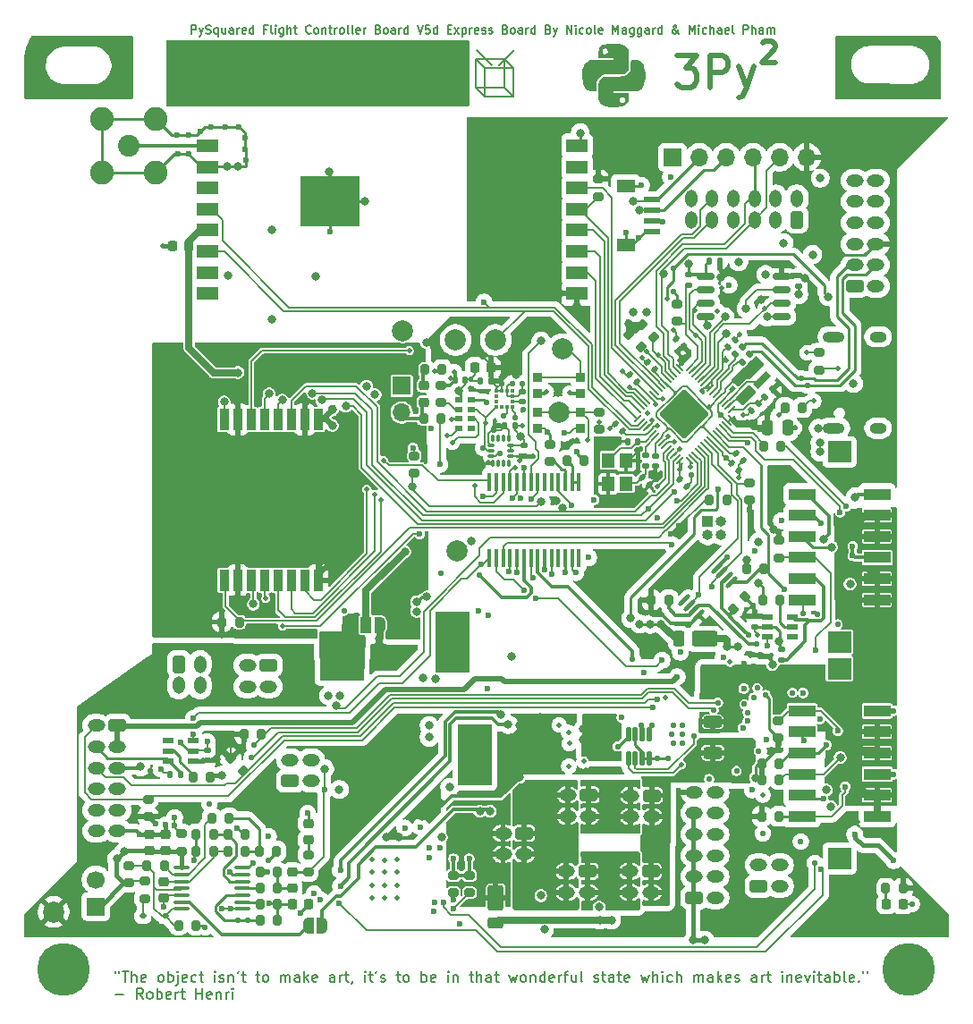
<source format=gbr>
%TF.GenerationSoftware,KiCad,Pcbnew,9.0.0*%
%TF.CreationDate,2025-08-27T01:06:39-07:00*%
%TF.ProjectId,FC_v5d,46435f76-3564-42e6-9b69-6361645f7063,rev?*%
%TF.SameCoordinates,Original*%
%TF.FileFunction,Copper,L1,Top*%
%TF.FilePolarity,Positive*%
%FSLAX46Y46*%
G04 Gerber Fmt 4.6, Leading zero omitted, Abs format (unit mm)*
G04 Created by KiCad (PCBNEW 9.0.0) date 2025-08-27 01:06:39*
%MOMM*%
%LPD*%
G01*
G04 APERTURE LIST*
G04 Aperture macros list*
%AMRoundRect*
0 Rectangle with rounded corners*
0 $1 Rounding radius*
0 $2 $3 $4 $5 $6 $7 $8 $9 X,Y pos of 4 corners*
0 Add a 4 corners polygon primitive as box body*
4,1,4,$2,$3,$4,$5,$6,$7,$8,$9,$2,$3,0*
0 Add four circle primitives for the rounded corners*
1,1,$1+$1,$2,$3*
1,1,$1+$1,$4,$5*
1,1,$1+$1,$6,$7*
1,1,$1+$1,$8,$9*
0 Add four rect primitives between the rounded corners*
20,1,$1+$1,$2,$3,$4,$5,0*
20,1,$1+$1,$4,$5,$6,$7,0*
20,1,$1+$1,$6,$7,$8,$9,0*
20,1,$1+$1,$8,$9,$2,$3,0*%
%AMHorizOval*
0 Thick line with rounded ends*
0 $1 width*
0 $2 $3 position (X,Y) of the first rounded end (center of the circle)*
0 $4 $5 position (X,Y) of the second rounded end (center of the circle)*
0 Add line between two ends*
20,1,$1,$2,$3,$4,$5,0*
0 Add two circle primitives to create the rounded ends*
1,1,$1,$2,$3*
1,1,$1,$4,$5*%
%AMRotRect*
0 Rectangle, with rotation*
0 The origin of the aperture is its center*
0 $1 length*
0 $2 width*
0 $3 Rotation angle, in degrees counterclockwise*
0 Add horizontal line*
21,1,$1,$2,0,0,$3*%
%AMFreePoly0*
4,1,23,0.550000,-0.750000,0.000000,-0.750000,0.000000,-0.745722,-0.065263,-0.745722,-0.191342,-0.711940,-0.304381,-0.646677,-0.396677,-0.554381,-0.461940,-0.441342,-0.495722,-0.315263,-0.495722,-0.250000,-0.500000,-0.250000,-0.500000,0.250000,-0.495722,0.250000,-0.495722,0.315263,-0.461940,0.441342,-0.396677,0.554381,-0.304381,0.646677,-0.191342,0.711940,-0.065263,0.745722,0.000000,0.745722,
0.000000,0.750000,0.550000,0.750000,0.550000,-0.750000,0.550000,-0.750000,$1*%
%AMFreePoly1*
4,1,23,0.000000,0.745722,0.065263,0.745722,0.191342,0.711940,0.304381,0.646677,0.396677,0.554381,0.461940,0.441342,0.495722,0.315263,0.495722,0.250000,0.500000,0.250000,0.500000,-0.250000,0.495722,-0.250000,0.495722,-0.315263,0.461940,-0.441342,0.396677,-0.554381,0.304381,-0.646677,0.191342,-0.711940,0.065263,-0.745722,0.000000,-0.745722,0.000000,-0.750000,-0.550000,-0.750000,
-0.550000,0.750000,0.000000,0.750000,0.000000,0.745722,0.000000,0.745722,$1*%
%AMFreePoly2*
4,1,23,0.500000,-0.750000,0.000000,-0.750000,0.000000,-0.745722,-0.065263,-0.745722,-0.191342,-0.711940,-0.304381,-0.646677,-0.396677,-0.554381,-0.461940,-0.441342,-0.495722,-0.315263,-0.495722,-0.250000,-0.500000,-0.250000,-0.500000,0.250000,-0.495722,0.250000,-0.495722,0.315263,-0.461940,0.441342,-0.396677,0.554381,-0.304381,0.646677,-0.191342,0.711940,-0.065263,0.745722,0.000000,0.745722,
0.000000,0.750000,0.500000,0.750000,0.500000,-0.750000,0.500000,-0.750000,$1*%
%AMFreePoly3*
4,1,23,0.000000,0.745722,0.065263,0.745722,0.191342,0.711940,0.304381,0.646677,0.396677,0.554381,0.461940,0.441342,0.495722,0.315263,0.495722,0.250000,0.500000,0.250000,0.500000,-0.250000,0.495722,-0.250000,0.495722,-0.315263,0.461940,-0.441342,0.396677,-0.554381,0.304381,-0.646677,0.191342,-0.711940,0.065263,-0.745722,0.000000,-0.745722,0.000000,-0.750000,-0.500000,-0.750000,
-0.500000,0.750000,0.000000,0.750000,0.000000,0.745722,0.000000,0.745722,$1*%
%AMFreePoly4*
4,1,18,-0.437500,0.050000,-0.433694,0.069134,-0.422856,0.085355,-0.406634,0.096194,-0.387500,0.100000,0.387500,0.100000,0.437500,0.050000,0.437500,-0.050000,0.433694,-0.069134,0.422856,-0.085355,0.406634,-0.096194,0.387500,-0.100000,-0.387500,-0.100000,-0.406634,-0.096194,-0.422856,-0.085355,-0.433694,-0.069134,-0.437500,-0.050000,-0.437500,0.050000,-0.437500,0.050000,$1*%
%AMFreePoly5*
4,1,18,-0.437500,0.050000,-0.433694,0.069134,-0.422856,0.085355,-0.406634,0.096194,-0.387500,0.100000,0.387500,0.100000,0.406634,0.096194,0.422856,0.085355,0.433694,0.069134,0.437500,0.050000,0.437500,-0.050000,0.387500,-0.100000,-0.387500,-0.100000,-0.406634,-0.096194,-0.422856,-0.085355,-0.433694,-0.069134,-0.437500,-0.050000,-0.437500,0.050000,-0.437500,0.050000,$1*%
%AMFreePoly6*
4,1,18,-0.100000,0.387500,-0.050000,0.437500,0.050000,0.437500,0.069134,0.433694,0.085355,0.422856,0.096194,0.406634,0.100000,0.387500,0.100000,-0.387500,0.096194,-0.406634,0.085355,-0.422856,0.069134,-0.433694,0.050000,-0.437500,-0.050000,-0.437500,-0.069134,-0.433694,-0.085355,-0.422856,-0.096194,-0.406634,-0.100000,-0.387500,-0.100000,0.387500,-0.100000,0.387500,$1*%
%AMFreePoly7*
4,1,18,-0.100000,0.387500,-0.096194,0.406634,-0.085355,0.422856,-0.069134,0.433694,-0.050000,0.437500,0.050000,0.437500,0.100000,0.387500,0.100000,-0.387500,0.096194,-0.406634,0.085355,-0.422856,0.069134,-0.433694,0.050000,-0.437500,-0.050000,-0.437500,-0.069134,-0.433694,-0.085355,-0.422856,-0.096194,-0.406634,-0.100000,-0.387500,-0.100000,0.387500,-0.100000,0.387500,$1*%
%AMFreePoly8*
4,1,18,-0.437500,0.050000,-0.433694,0.069134,-0.422856,0.085355,-0.406634,0.096194,-0.387500,0.100000,0.387500,0.100000,0.406634,0.096194,0.422856,0.085355,0.433694,0.069134,0.437500,0.050000,0.437500,-0.050000,0.433694,-0.069134,0.422856,-0.085355,0.406634,-0.096194,0.387500,-0.100000,-0.387500,-0.100000,-0.437500,-0.050000,-0.437500,0.050000,-0.437500,0.050000,$1*%
%AMFreePoly9*
4,1,18,-0.437500,0.050000,-0.387500,0.100000,0.387500,0.100000,0.406634,0.096194,0.422856,0.085355,0.433694,0.069134,0.437500,0.050000,0.437500,-0.050000,0.433694,-0.069134,0.422856,-0.085355,0.406634,-0.096194,0.387500,-0.100000,-0.387500,-0.100000,-0.406634,-0.096194,-0.422856,-0.085355,-0.433694,-0.069134,-0.437500,-0.050000,-0.437500,0.050000,-0.437500,0.050000,$1*%
%AMFreePoly10*
4,1,18,-0.100000,0.387500,-0.096194,0.406634,-0.085355,0.422856,-0.069134,0.433694,-0.050000,0.437500,0.050000,0.437500,0.069134,0.433694,0.085355,0.422856,0.096194,0.406634,0.100000,0.387500,0.100000,-0.387500,0.050000,-0.437500,-0.050000,-0.437500,-0.069134,-0.433694,-0.085355,-0.422856,-0.096194,-0.406634,-0.100000,-0.387500,-0.100000,0.387500,-0.100000,0.387500,$1*%
%AMFreePoly11*
4,1,18,-0.100000,0.387500,-0.096194,0.406634,-0.085355,0.422856,-0.069134,0.433694,-0.050000,0.437500,0.050000,0.437500,0.069134,0.433694,0.085355,0.422856,0.096194,0.406634,0.100000,0.387500,0.100000,-0.387500,0.096194,-0.406634,0.085355,-0.422856,0.069134,-0.433694,0.050000,-0.437500,-0.050000,-0.437500,-0.100000,-0.387500,-0.100000,0.387500,-0.100000,0.387500,$1*%
G04 Aperture macros list end*
%TA.AperFunction,NonConductor*%
%ADD10C,0.200000*%
%TD*%
%ADD11C,0.150000*%
%TA.AperFunction,NonConductor*%
%ADD12C,0.150000*%
%TD*%
%ADD13C,0.500000*%
%TA.AperFunction,NonConductor*%
%ADD14C,0.500000*%
%TD*%
%ADD15C,0.200000*%
%TA.AperFunction,EtchedComponent*%
%ADD16C,0.000000*%
%TD*%
%TA.AperFunction,SMDPad,CuDef*%
%ADD17RoundRect,0.250000X-0.625000X0.312500X-0.625000X-0.312500X0.625000X-0.312500X0.625000X0.312500X0*%
%TD*%
%TA.AperFunction,SMDPad,CuDef*%
%ADD18R,1.000000X0.550000*%
%TD*%
%TA.AperFunction,SMDPad,CuDef*%
%ADD19RoundRect,0.162500X-0.650000X-0.162500X0.650000X-0.162500X0.650000X0.162500X-0.650000X0.162500X0*%
%TD*%
%TA.AperFunction,SMDPad,CuDef*%
%ADD20RoundRect,0.135000X0.035355X-0.226274X0.226274X-0.035355X-0.035355X0.226274X-0.226274X0.035355X0*%
%TD*%
%TA.AperFunction,SMDPad,CuDef*%
%ADD21RoundRect,0.135000X-0.035355X0.226274X-0.226274X0.035355X0.035355X-0.226274X0.226274X-0.035355X0*%
%TD*%
%TA.AperFunction,ComponentPad*%
%ADD22RoundRect,0.250000X-0.350000X-0.575000X0.350000X-0.575000X0.350000X0.575000X-0.350000X0.575000X0*%
%TD*%
%TA.AperFunction,ComponentPad*%
%ADD23O,1.200000X1.650000*%
%TD*%
%TA.AperFunction,ComponentPad*%
%ADD24C,2.050000*%
%TD*%
%TA.AperFunction,ComponentPad*%
%ADD25C,2.250000*%
%TD*%
%TA.AperFunction,SMDPad,CuDef*%
%ADD26RoundRect,0.135000X-0.185000X0.135000X-0.185000X-0.135000X0.185000X-0.135000X0.185000X0.135000X0*%
%TD*%
%TA.AperFunction,ComponentPad*%
%ADD27C,2.000000*%
%TD*%
%TA.AperFunction,SMDPad,CuDef*%
%ADD28R,0.350000X0.375000*%
%TD*%
%TA.AperFunction,SMDPad,CuDef*%
%ADD29R,0.375000X0.350000*%
%TD*%
%TA.AperFunction,ComponentPad*%
%ADD30C,5.000000*%
%TD*%
%TA.AperFunction,SMDPad,CuDef*%
%ADD31RoundRect,0.250000X0.500000X-0.950000X0.500000X0.950000X-0.500000X0.950000X-0.500000X-0.950000X0*%
%TD*%
%TA.AperFunction,SMDPad,CuDef*%
%ADD32RoundRect,0.250000X0.500000X-0.275000X0.500000X0.275000X-0.500000X0.275000X-0.500000X-0.275000X0*%
%TD*%
%TA.AperFunction,SMDPad,CuDef*%
%ADD33RoundRect,0.140000X0.140000X0.170000X-0.140000X0.170000X-0.140000X-0.170000X0.140000X-0.170000X0*%
%TD*%
%TA.AperFunction,SMDPad,CuDef*%
%ADD34RoundRect,0.140000X0.170000X-0.140000X0.170000X0.140000X-0.170000X0.140000X-0.170000X-0.140000X0*%
%TD*%
%TA.AperFunction,SMDPad,CuDef*%
%ADD35RoundRect,0.200000X-0.200000X-0.275000X0.200000X-0.275000X0.200000X0.275000X-0.200000X0.275000X0*%
%TD*%
%TA.AperFunction,ComponentPad*%
%ADD36RoundRect,0.250000X-0.575000X0.350000X-0.575000X-0.350000X0.575000X-0.350000X0.575000X0.350000X0*%
%TD*%
%TA.AperFunction,ComponentPad*%
%ADD37O,1.650000X1.200000*%
%TD*%
%TA.AperFunction,SMDPad,CuDef*%
%ADD38R,0.900000X0.900000*%
%TD*%
%TA.AperFunction,SMDPad,CuDef*%
%ADD39RoundRect,0.140000X-0.140000X-0.170000X0.140000X-0.170000X0.140000X0.170000X-0.140000X0.170000X0*%
%TD*%
%TA.AperFunction,SMDPad,CuDef*%
%ADD40FreePoly0,0.000000*%
%TD*%
%TA.AperFunction,SMDPad,CuDef*%
%ADD41R,1.000000X1.500000*%
%TD*%
%TA.AperFunction,SMDPad,CuDef*%
%ADD42FreePoly1,0.000000*%
%TD*%
%TA.AperFunction,SMDPad,CuDef*%
%ADD43RoundRect,0.225000X-0.225000X-0.250000X0.225000X-0.250000X0.225000X0.250000X-0.225000X0.250000X0*%
%TD*%
%TA.AperFunction,SMDPad,CuDef*%
%ADD44RoundRect,0.140000X0.219203X0.021213X0.021213X0.219203X-0.219203X-0.021213X-0.021213X-0.219203X0*%
%TD*%
%TA.AperFunction,SMDPad,CuDef*%
%ADD45RoundRect,0.200000X-0.275000X0.200000X-0.275000X-0.200000X0.275000X-0.200000X0.275000X0.200000X0*%
%TD*%
%TA.AperFunction,SMDPad,CuDef*%
%ADD46HorizOval,0.380000X0.378302X0.378302X-0.378302X-0.378302X0*%
%TD*%
%TA.AperFunction,SMDPad,CuDef*%
%ADD47RoundRect,0.200000X0.200000X0.275000X-0.200000X0.275000X-0.200000X-0.275000X0.200000X-0.275000X0*%
%TD*%
%TA.AperFunction,SMDPad,CuDef*%
%ADD48RoundRect,0.218750X-0.256250X0.218750X-0.256250X-0.218750X0.256250X-0.218750X0.256250X0.218750X0*%
%TD*%
%TA.AperFunction,SMDPad,CuDef*%
%ADD49RoundRect,0.200000X0.053033X-0.335876X0.335876X-0.053033X-0.053033X0.335876X-0.335876X0.053033X0*%
%TD*%
%TA.AperFunction,SMDPad,CuDef*%
%ADD50RotRect,0.700000X1.700000X315.000000*%
%TD*%
%TA.AperFunction,SMDPad,CuDef*%
%ADD51FreePoly2,0.000000*%
%TD*%
%TA.AperFunction,SMDPad,CuDef*%
%ADD52FreePoly3,0.000000*%
%TD*%
%TA.AperFunction,SMDPad,CuDef*%
%ADD53RoundRect,0.200000X0.275000X-0.200000X0.275000X0.200000X-0.275000X0.200000X-0.275000X-0.200000X0*%
%TD*%
%TA.AperFunction,SMDPad,CuDef*%
%ADD54RoundRect,0.225000X-0.250000X0.225000X-0.250000X-0.225000X0.250000X-0.225000X0.250000X0.225000X0*%
%TD*%
%TA.AperFunction,SMDPad,CuDef*%
%ADD55RoundRect,0.250000X-0.250000X-0.475000X0.250000X-0.475000X0.250000X0.475000X-0.250000X0.475000X0*%
%TD*%
%TA.AperFunction,SMDPad,CuDef*%
%ADD56RoundRect,0.100000X0.637500X0.100000X-0.637500X0.100000X-0.637500X-0.100000X0.637500X-0.100000X0*%
%TD*%
%TA.AperFunction,SMDPad,CuDef*%
%ADD57R,2.000000X1.300000*%
%TD*%
%TA.AperFunction,SMDPad,CuDef*%
%ADD58R,5.699999X4.800001*%
%TD*%
%TA.AperFunction,SMDPad,CuDef*%
%ADD59R,1.550000X0.600000*%
%TD*%
%TA.AperFunction,SMDPad,CuDef*%
%ADD60R,1.800000X1.200000*%
%TD*%
%TA.AperFunction,SMDPad,CuDef*%
%ADD61RoundRect,0.140000X0.021213X-0.219203X0.219203X-0.021213X-0.021213X0.219203X-0.219203X0.021213X0*%
%TD*%
%TA.AperFunction,ComponentPad*%
%ADD62RoundRect,0.250000X0.575000X-0.350000X0.575000X0.350000X-0.575000X0.350000X-0.575000X-0.350000X0*%
%TD*%
%TA.AperFunction,SMDPad,CuDef*%
%ADD63RoundRect,0.218750X0.218750X0.256250X-0.218750X0.256250X-0.218750X-0.256250X0.218750X-0.256250X0*%
%TD*%
%TA.AperFunction,SMDPad,CuDef*%
%ADD64RoundRect,0.200000X0.335876X0.053033X0.053033X0.335876X-0.335876X-0.053033X-0.053033X-0.335876X0*%
%TD*%
%TA.AperFunction,SMDPad,CuDef*%
%ADD65RoundRect,0.087500X0.087500X-0.225000X0.087500X0.225000X-0.087500X0.225000X-0.087500X-0.225000X0*%
%TD*%
%TA.AperFunction,SMDPad,CuDef*%
%ADD66RoundRect,0.087500X0.225000X-0.087500X0.225000X0.087500X-0.225000X0.087500X-0.225000X-0.087500X0*%
%TD*%
%TA.AperFunction,SMDPad,CuDef*%
%ADD67RoundRect,0.140000X-0.170000X0.140000X-0.170000X-0.140000X0.170000X-0.140000X0.170000X0.140000X0*%
%TD*%
%TA.AperFunction,SMDPad,CuDef*%
%ADD68RotRect,0.470000X0.530000X315.000000*%
%TD*%
%TA.AperFunction,SMDPad,CuDef*%
%ADD69RoundRect,0.135000X0.185000X-0.135000X0.185000X0.135000X-0.185000X0.135000X-0.185000X-0.135000X0*%
%TD*%
%TA.AperFunction,SMDPad,CuDef*%
%ADD70RoundRect,0.135000X0.135000X0.185000X-0.135000X0.185000X-0.135000X-0.185000X0.135000X-0.185000X0*%
%TD*%
%TA.AperFunction,SMDPad,CuDef*%
%ADD71RoundRect,0.140000X-0.219203X-0.021213X-0.021213X-0.219203X0.219203X0.021213X0.021213X0.219203X0*%
%TD*%
%TA.AperFunction,SMDPad,CuDef*%
%ADD72R,2.500000X1.100000*%
%TD*%
%TA.AperFunction,SMDPad,CuDef*%
%ADD73R,2.200000X2.000000*%
%TD*%
%TA.AperFunction,SMDPad,CuDef*%
%ADD74RoundRect,0.125000X-0.125000X0.125000X-0.125000X-0.125000X0.125000X-0.125000X0.125000X0.125000X0*%
%TD*%
%TA.AperFunction,SMDPad,CuDef*%
%ADD75FreePoly4,315.000000*%
%TD*%
%TA.AperFunction,SMDPad,CuDef*%
%ADD76RoundRect,0.050000X-0.309359X0.238649X0.238649X-0.309359X0.309359X-0.238649X-0.238649X0.309359X0*%
%TD*%
%TA.AperFunction,SMDPad,CuDef*%
%ADD77FreePoly5,315.000000*%
%TD*%
%TA.AperFunction,SMDPad,CuDef*%
%ADD78FreePoly6,315.000000*%
%TD*%
%TA.AperFunction,SMDPad,CuDef*%
%ADD79RoundRect,0.050000X-0.309359X-0.238649X-0.238649X-0.309359X0.309359X0.238649X0.238649X0.309359X0*%
%TD*%
%TA.AperFunction,SMDPad,CuDef*%
%ADD80FreePoly7,315.000000*%
%TD*%
%TA.AperFunction,SMDPad,CuDef*%
%ADD81FreePoly8,315.000000*%
%TD*%
%TA.AperFunction,SMDPad,CuDef*%
%ADD82FreePoly9,315.000000*%
%TD*%
%TA.AperFunction,SMDPad,CuDef*%
%ADD83FreePoly10,315.000000*%
%TD*%
%TA.AperFunction,SMDPad,CuDef*%
%ADD84FreePoly11,315.000000*%
%TD*%
%TA.AperFunction,ComponentPad*%
%ADD85C,0.600000*%
%TD*%
%TA.AperFunction,SMDPad,CuDef*%
%ADD86RoundRect,0.153000X0.000000X-2.187788X2.187788X0.000000X0.000000X2.187788X-2.187788X0.000000X0*%
%TD*%
%TA.AperFunction,SMDPad,CuDef*%
%ADD87R,0.900000X2.000000*%
%TD*%
%TA.AperFunction,SMDPad,CuDef*%
%ADD88RoundRect,0.250000X-0.950000X-0.500000X0.950000X-0.500000X0.950000X0.500000X-0.950000X0.500000X0*%
%TD*%
%TA.AperFunction,SMDPad,CuDef*%
%ADD89RoundRect,0.250000X-0.275000X-0.500000X0.275000X-0.500000X0.275000X0.500000X-0.275000X0.500000X0*%
%TD*%
%TA.AperFunction,SMDPad,CuDef*%
%ADD90RoundRect,0.225000X0.225000X0.250000X-0.225000X0.250000X-0.225000X-0.250000X0.225000X-0.250000X0*%
%TD*%
%TA.AperFunction,ComponentPad*%
%ADD91R,1.700000X1.700000*%
%TD*%
%TA.AperFunction,ComponentPad*%
%ADD92C,1.700000*%
%TD*%
%TA.AperFunction,ComponentPad*%
%ADD93R,1.000000X1.000000*%
%TD*%
%TA.AperFunction,ComponentPad*%
%ADD94O,1.000000X1.000000*%
%TD*%
%TA.AperFunction,SMDPad,CuDef*%
%ADD95RoundRect,0.112500X0.187500X0.112500X-0.187500X0.112500X-0.187500X-0.112500X0.187500X-0.112500X0*%
%TD*%
%TA.AperFunction,SMDPad,CuDef*%
%ADD96RoundRect,0.140000X-0.021213X0.219203X-0.219203X0.021213X0.021213X-0.219203X0.219203X-0.021213X0*%
%TD*%
%TA.AperFunction,SMDPad,CuDef*%
%ADD97RoundRect,0.225000X0.250000X-0.225000X0.250000X0.225000X-0.250000X0.225000X-0.250000X-0.225000X0*%
%TD*%
%TA.AperFunction,SMDPad,CuDef*%
%ADD98RoundRect,0.125000X-0.125000X0.537500X-0.125000X-0.537500X0.125000X-0.537500X0.125000X0.537500X0*%
%TD*%
%TA.AperFunction,SMDPad,CuDef*%
%ADD99R,0.800000X0.500000*%
%TD*%
%TA.AperFunction,SMDPad,CuDef*%
%ADD100R,1.200000X1.400000*%
%TD*%
%TA.AperFunction,SMDPad,CuDef*%
%ADD101R,0.450000X1.750000*%
%TD*%
%TA.AperFunction,ComponentPad*%
%ADD102RoundRect,0.250000X0.350000X0.575000X-0.350000X0.575000X-0.350000X-0.575000X0.350000X-0.575000X0*%
%TD*%
%TA.AperFunction,ComponentPad*%
%ADD103O,1.700000X1.700000*%
%TD*%
%TA.AperFunction,SMDPad,CuDef*%
%ADD104R,3.200000X5.800000*%
%TD*%
%TA.AperFunction,ComponentPad*%
%ADD105C,0.500000*%
%TD*%
%TA.AperFunction,ComponentPad*%
%ADD106O,1.600000X1.000000*%
%TD*%
%TA.AperFunction,ComponentPad*%
%ADD107O,2.100000X1.000000*%
%TD*%
%TA.AperFunction,ViaPad*%
%ADD108C,0.800000*%
%TD*%
%TA.AperFunction,ViaPad*%
%ADD109C,0.560000*%
%TD*%
%TA.AperFunction,ViaPad*%
%ADD110C,0.600000*%
%TD*%
%TA.AperFunction,ViaPad*%
%ADD111C,0.460000*%
%TD*%
%TA.AperFunction,Conductor*%
%ADD112C,0.250000*%
%TD*%
%TA.AperFunction,Conductor*%
%ADD113C,0.200000*%
%TD*%
%TA.AperFunction,Conductor*%
%ADD114C,0.152400*%
%TD*%
%TA.AperFunction,Conductor*%
%ADD115C,0.127000*%
%TD*%
%TA.AperFunction,Conductor*%
%ADD116C,0.342392*%
%TD*%
%TA.AperFunction,Conductor*%
%ADD117C,0.400000*%
%TD*%
%TA.AperFunction,Conductor*%
%ADD118C,0.300000*%
%TD*%
%TA.AperFunction,Conductor*%
%ADD119C,0.500000*%
%TD*%
%TA.AperFunction,Conductor*%
%ADD120C,0.267208*%
%TD*%
%TA.AperFunction,Conductor*%
%ADD121C,0.635000*%
%TD*%
G04 APERTURE END LIST*
D10*
X187190000Y-55370000D02*
X186340000Y-54520000D01*
X189040000Y-51820000D02*
X189890000Y-52670000D01*
X187840000Y-52410000D02*
X186360000Y-50930000D01*
X186340000Y-54520000D02*
X189040000Y-54520000D01*
X187190000Y-52670000D02*
X187190000Y-55370000D01*
X189890000Y-52670000D02*
X187190000Y-52670000D01*
X189040000Y-51820000D02*
X186340000Y-51820000D01*
X188520000Y-52390000D02*
X189990000Y-50920000D01*
X189040000Y-54520000D02*
X189040000Y-51820000D01*
X186340000Y-54520000D02*
X186340000Y-51820000D01*
X186340000Y-51820000D02*
X187190000Y-52670000D01*
X187190000Y-55370000D02*
X189890000Y-55370000D01*
X189040000Y-54520000D02*
X189890000Y-55370000D01*
X189890000Y-55370000D02*
X189890000Y-52670000D01*
D11*
D12*
X152189160Y-138159875D02*
X152189160Y-138350351D01*
X152570112Y-138159875D02*
X152570112Y-138350351D01*
X152855827Y-138159875D02*
X153427255Y-138159875D01*
X153141541Y-139159875D02*
X153141541Y-138159875D01*
X153760589Y-139159875D02*
X153760589Y-138159875D01*
X154189160Y-139159875D02*
X154189160Y-138636065D01*
X154189160Y-138636065D02*
X154141541Y-138540827D01*
X154141541Y-138540827D02*
X154046303Y-138493208D01*
X154046303Y-138493208D02*
X153903446Y-138493208D01*
X153903446Y-138493208D02*
X153808208Y-138540827D01*
X153808208Y-138540827D02*
X153760589Y-138588446D01*
X155046303Y-139112256D02*
X154951065Y-139159875D01*
X154951065Y-139159875D02*
X154760589Y-139159875D01*
X154760589Y-139159875D02*
X154665351Y-139112256D01*
X154665351Y-139112256D02*
X154617732Y-139017017D01*
X154617732Y-139017017D02*
X154617732Y-138636065D01*
X154617732Y-138636065D02*
X154665351Y-138540827D01*
X154665351Y-138540827D02*
X154760589Y-138493208D01*
X154760589Y-138493208D02*
X154951065Y-138493208D01*
X154951065Y-138493208D02*
X155046303Y-138540827D01*
X155046303Y-138540827D02*
X155093922Y-138636065D01*
X155093922Y-138636065D02*
X155093922Y-138731303D01*
X155093922Y-138731303D02*
X154617732Y-138826541D01*
X156427256Y-139159875D02*
X156332018Y-139112256D01*
X156332018Y-139112256D02*
X156284399Y-139064636D01*
X156284399Y-139064636D02*
X156236780Y-138969398D01*
X156236780Y-138969398D02*
X156236780Y-138683684D01*
X156236780Y-138683684D02*
X156284399Y-138588446D01*
X156284399Y-138588446D02*
X156332018Y-138540827D01*
X156332018Y-138540827D02*
X156427256Y-138493208D01*
X156427256Y-138493208D02*
X156570113Y-138493208D01*
X156570113Y-138493208D02*
X156665351Y-138540827D01*
X156665351Y-138540827D02*
X156712970Y-138588446D01*
X156712970Y-138588446D02*
X156760589Y-138683684D01*
X156760589Y-138683684D02*
X156760589Y-138969398D01*
X156760589Y-138969398D02*
X156712970Y-139064636D01*
X156712970Y-139064636D02*
X156665351Y-139112256D01*
X156665351Y-139112256D02*
X156570113Y-139159875D01*
X156570113Y-139159875D02*
X156427256Y-139159875D01*
X157189161Y-139159875D02*
X157189161Y-138159875D01*
X157189161Y-138540827D02*
X157284399Y-138493208D01*
X157284399Y-138493208D02*
X157474875Y-138493208D01*
X157474875Y-138493208D02*
X157570113Y-138540827D01*
X157570113Y-138540827D02*
X157617732Y-138588446D01*
X157617732Y-138588446D02*
X157665351Y-138683684D01*
X157665351Y-138683684D02*
X157665351Y-138969398D01*
X157665351Y-138969398D02*
X157617732Y-139064636D01*
X157617732Y-139064636D02*
X157570113Y-139112256D01*
X157570113Y-139112256D02*
X157474875Y-139159875D01*
X157474875Y-139159875D02*
X157284399Y-139159875D01*
X157284399Y-139159875D02*
X157189161Y-139112256D01*
X158093923Y-138493208D02*
X158093923Y-139350351D01*
X158093923Y-139350351D02*
X158046304Y-139445589D01*
X158046304Y-139445589D02*
X157951066Y-139493208D01*
X157951066Y-139493208D02*
X157903447Y-139493208D01*
X158093923Y-138159875D02*
X158046304Y-138207494D01*
X158046304Y-138207494D02*
X158093923Y-138255113D01*
X158093923Y-138255113D02*
X158141542Y-138207494D01*
X158141542Y-138207494D02*
X158093923Y-138159875D01*
X158093923Y-138159875D02*
X158093923Y-138255113D01*
X158951065Y-139112256D02*
X158855827Y-139159875D01*
X158855827Y-139159875D02*
X158665351Y-139159875D01*
X158665351Y-139159875D02*
X158570113Y-139112256D01*
X158570113Y-139112256D02*
X158522494Y-139017017D01*
X158522494Y-139017017D02*
X158522494Y-138636065D01*
X158522494Y-138636065D02*
X158570113Y-138540827D01*
X158570113Y-138540827D02*
X158665351Y-138493208D01*
X158665351Y-138493208D02*
X158855827Y-138493208D01*
X158855827Y-138493208D02*
X158951065Y-138540827D01*
X158951065Y-138540827D02*
X158998684Y-138636065D01*
X158998684Y-138636065D02*
X158998684Y-138731303D01*
X158998684Y-138731303D02*
X158522494Y-138826541D01*
X159855827Y-139112256D02*
X159760589Y-139159875D01*
X159760589Y-139159875D02*
X159570113Y-139159875D01*
X159570113Y-139159875D02*
X159474875Y-139112256D01*
X159474875Y-139112256D02*
X159427256Y-139064636D01*
X159427256Y-139064636D02*
X159379637Y-138969398D01*
X159379637Y-138969398D02*
X159379637Y-138683684D01*
X159379637Y-138683684D02*
X159427256Y-138588446D01*
X159427256Y-138588446D02*
X159474875Y-138540827D01*
X159474875Y-138540827D02*
X159570113Y-138493208D01*
X159570113Y-138493208D02*
X159760589Y-138493208D01*
X159760589Y-138493208D02*
X159855827Y-138540827D01*
X160141542Y-138493208D02*
X160522494Y-138493208D01*
X160284399Y-138159875D02*
X160284399Y-139017017D01*
X160284399Y-139017017D02*
X160332018Y-139112256D01*
X160332018Y-139112256D02*
X160427256Y-139159875D01*
X160427256Y-139159875D02*
X160522494Y-139159875D01*
X161617733Y-139159875D02*
X161617733Y-138493208D01*
X161617733Y-138159875D02*
X161570114Y-138207494D01*
X161570114Y-138207494D02*
X161617733Y-138255113D01*
X161617733Y-138255113D02*
X161665352Y-138207494D01*
X161665352Y-138207494D02*
X161617733Y-138159875D01*
X161617733Y-138159875D02*
X161617733Y-138255113D01*
X162046304Y-139112256D02*
X162141542Y-139159875D01*
X162141542Y-139159875D02*
X162332018Y-139159875D01*
X162332018Y-139159875D02*
X162427256Y-139112256D01*
X162427256Y-139112256D02*
X162474875Y-139017017D01*
X162474875Y-139017017D02*
X162474875Y-138969398D01*
X162474875Y-138969398D02*
X162427256Y-138874160D01*
X162427256Y-138874160D02*
X162332018Y-138826541D01*
X162332018Y-138826541D02*
X162189161Y-138826541D01*
X162189161Y-138826541D02*
X162093923Y-138778922D01*
X162093923Y-138778922D02*
X162046304Y-138683684D01*
X162046304Y-138683684D02*
X162046304Y-138636065D01*
X162046304Y-138636065D02*
X162093923Y-138540827D01*
X162093923Y-138540827D02*
X162189161Y-138493208D01*
X162189161Y-138493208D02*
X162332018Y-138493208D01*
X162332018Y-138493208D02*
X162427256Y-138540827D01*
X162903447Y-138493208D02*
X162903447Y-139159875D01*
X162903447Y-138588446D02*
X162951066Y-138540827D01*
X162951066Y-138540827D02*
X163046304Y-138493208D01*
X163046304Y-138493208D02*
X163189161Y-138493208D01*
X163189161Y-138493208D02*
X163284399Y-138540827D01*
X163284399Y-138540827D02*
X163332018Y-138636065D01*
X163332018Y-138636065D02*
X163332018Y-139159875D01*
X163855828Y-138159875D02*
X163760590Y-138350351D01*
X164141542Y-138493208D02*
X164522494Y-138493208D01*
X164284399Y-138159875D02*
X164284399Y-139017017D01*
X164284399Y-139017017D02*
X164332018Y-139112256D01*
X164332018Y-139112256D02*
X164427256Y-139159875D01*
X164427256Y-139159875D02*
X164522494Y-139159875D01*
X165474876Y-138493208D02*
X165855828Y-138493208D01*
X165617733Y-138159875D02*
X165617733Y-139017017D01*
X165617733Y-139017017D02*
X165665352Y-139112256D01*
X165665352Y-139112256D02*
X165760590Y-139159875D01*
X165760590Y-139159875D02*
X165855828Y-139159875D01*
X166332019Y-139159875D02*
X166236781Y-139112256D01*
X166236781Y-139112256D02*
X166189162Y-139064636D01*
X166189162Y-139064636D02*
X166141543Y-138969398D01*
X166141543Y-138969398D02*
X166141543Y-138683684D01*
X166141543Y-138683684D02*
X166189162Y-138588446D01*
X166189162Y-138588446D02*
X166236781Y-138540827D01*
X166236781Y-138540827D02*
X166332019Y-138493208D01*
X166332019Y-138493208D02*
X166474876Y-138493208D01*
X166474876Y-138493208D02*
X166570114Y-138540827D01*
X166570114Y-138540827D02*
X166617733Y-138588446D01*
X166617733Y-138588446D02*
X166665352Y-138683684D01*
X166665352Y-138683684D02*
X166665352Y-138969398D01*
X166665352Y-138969398D02*
X166617733Y-139064636D01*
X166617733Y-139064636D02*
X166570114Y-139112256D01*
X166570114Y-139112256D02*
X166474876Y-139159875D01*
X166474876Y-139159875D02*
X166332019Y-139159875D01*
X167855829Y-139159875D02*
X167855829Y-138493208D01*
X167855829Y-138588446D02*
X167903448Y-138540827D01*
X167903448Y-138540827D02*
X167998686Y-138493208D01*
X167998686Y-138493208D02*
X168141543Y-138493208D01*
X168141543Y-138493208D02*
X168236781Y-138540827D01*
X168236781Y-138540827D02*
X168284400Y-138636065D01*
X168284400Y-138636065D02*
X168284400Y-139159875D01*
X168284400Y-138636065D02*
X168332019Y-138540827D01*
X168332019Y-138540827D02*
X168427257Y-138493208D01*
X168427257Y-138493208D02*
X168570114Y-138493208D01*
X168570114Y-138493208D02*
X168665353Y-138540827D01*
X168665353Y-138540827D02*
X168712972Y-138636065D01*
X168712972Y-138636065D02*
X168712972Y-139159875D01*
X169617733Y-139159875D02*
X169617733Y-138636065D01*
X169617733Y-138636065D02*
X169570114Y-138540827D01*
X169570114Y-138540827D02*
X169474876Y-138493208D01*
X169474876Y-138493208D02*
X169284400Y-138493208D01*
X169284400Y-138493208D02*
X169189162Y-138540827D01*
X169617733Y-139112256D02*
X169522495Y-139159875D01*
X169522495Y-139159875D02*
X169284400Y-139159875D01*
X169284400Y-139159875D02*
X169189162Y-139112256D01*
X169189162Y-139112256D02*
X169141543Y-139017017D01*
X169141543Y-139017017D02*
X169141543Y-138921779D01*
X169141543Y-138921779D02*
X169189162Y-138826541D01*
X169189162Y-138826541D02*
X169284400Y-138778922D01*
X169284400Y-138778922D02*
X169522495Y-138778922D01*
X169522495Y-138778922D02*
X169617733Y-138731303D01*
X170093924Y-139159875D02*
X170093924Y-138159875D01*
X170189162Y-138778922D02*
X170474876Y-139159875D01*
X170474876Y-138493208D02*
X170093924Y-138874160D01*
X171284400Y-139112256D02*
X171189162Y-139159875D01*
X171189162Y-139159875D02*
X170998686Y-139159875D01*
X170998686Y-139159875D02*
X170903448Y-139112256D01*
X170903448Y-139112256D02*
X170855829Y-139017017D01*
X170855829Y-139017017D02*
X170855829Y-138636065D01*
X170855829Y-138636065D02*
X170903448Y-138540827D01*
X170903448Y-138540827D02*
X170998686Y-138493208D01*
X170998686Y-138493208D02*
X171189162Y-138493208D01*
X171189162Y-138493208D02*
X171284400Y-138540827D01*
X171284400Y-138540827D02*
X171332019Y-138636065D01*
X171332019Y-138636065D02*
X171332019Y-138731303D01*
X171332019Y-138731303D02*
X170855829Y-138826541D01*
X172951067Y-139159875D02*
X172951067Y-138636065D01*
X172951067Y-138636065D02*
X172903448Y-138540827D01*
X172903448Y-138540827D02*
X172808210Y-138493208D01*
X172808210Y-138493208D02*
X172617734Y-138493208D01*
X172617734Y-138493208D02*
X172522496Y-138540827D01*
X172951067Y-139112256D02*
X172855829Y-139159875D01*
X172855829Y-139159875D02*
X172617734Y-139159875D01*
X172617734Y-139159875D02*
X172522496Y-139112256D01*
X172522496Y-139112256D02*
X172474877Y-139017017D01*
X172474877Y-139017017D02*
X172474877Y-138921779D01*
X172474877Y-138921779D02*
X172522496Y-138826541D01*
X172522496Y-138826541D02*
X172617734Y-138778922D01*
X172617734Y-138778922D02*
X172855829Y-138778922D01*
X172855829Y-138778922D02*
X172951067Y-138731303D01*
X173427258Y-139159875D02*
X173427258Y-138493208D01*
X173427258Y-138683684D02*
X173474877Y-138588446D01*
X173474877Y-138588446D02*
X173522496Y-138540827D01*
X173522496Y-138540827D02*
X173617734Y-138493208D01*
X173617734Y-138493208D02*
X173712972Y-138493208D01*
X173903449Y-138493208D02*
X174284401Y-138493208D01*
X174046306Y-138159875D02*
X174046306Y-139017017D01*
X174046306Y-139017017D02*
X174093925Y-139112256D01*
X174093925Y-139112256D02*
X174189163Y-139159875D01*
X174189163Y-139159875D02*
X174284401Y-139159875D01*
X174665354Y-139112256D02*
X174665354Y-139159875D01*
X174665354Y-139159875D02*
X174617735Y-139255113D01*
X174617735Y-139255113D02*
X174570116Y-139302732D01*
X175855830Y-139159875D02*
X175855830Y-138493208D01*
X175855830Y-138159875D02*
X175808211Y-138207494D01*
X175808211Y-138207494D02*
X175855830Y-138255113D01*
X175855830Y-138255113D02*
X175903449Y-138207494D01*
X175903449Y-138207494D02*
X175855830Y-138159875D01*
X175855830Y-138159875D02*
X175855830Y-138255113D01*
X176189163Y-138493208D02*
X176570115Y-138493208D01*
X176332020Y-138159875D02*
X176332020Y-139017017D01*
X176332020Y-139017017D02*
X176379639Y-139112256D01*
X176379639Y-139112256D02*
X176474877Y-139159875D01*
X176474877Y-139159875D02*
X176570115Y-139159875D01*
X176951068Y-138159875D02*
X176855830Y-138350351D01*
X177332020Y-139112256D02*
X177427258Y-139159875D01*
X177427258Y-139159875D02*
X177617734Y-139159875D01*
X177617734Y-139159875D02*
X177712972Y-139112256D01*
X177712972Y-139112256D02*
X177760591Y-139017017D01*
X177760591Y-139017017D02*
X177760591Y-138969398D01*
X177760591Y-138969398D02*
X177712972Y-138874160D01*
X177712972Y-138874160D02*
X177617734Y-138826541D01*
X177617734Y-138826541D02*
X177474877Y-138826541D01*
X177474877Y-138826541D02*
X177379639Y-138778922D01*
X177379639Y-138778922D02*
X177332020Y-138683684D01*
X177332020Y-138683684D02*
X177332020Y-138636065D01*
X177332020Y-138636065D02*
X177379639Y-138540827D01*
X177379639Y-138540827D02*
X177474877Y-138493208D01*
X177474877Y-138493208D02*
X177617734Y-138493208D01*
X177617734Y-138493208D02*
X177712972Y-138540827D01*
X178808211Y-138493208D02*
X179189163Y-138493208D01*
X178951068Y-138159875D02*
X178951068Y-139017017D01*
X178951068Y-139017017D02*
X178998687Y-139112256D01*
X178998687Y-139112256D02*
X179093925Y-139159875D01*
X179093925Y-139159875D02*
X179189163Y-139159875D01*
X179665354Y-139159875D02*
X179570116Y-139112256D01*
X179570116Y-139112256D02*
X179522497Y-139064636D01*
X179522497Y-139064636D02*
X179474878Y-138969398D01*
X179474878Y-138969398D02*
X179474878Y-138683684D01*
X179474878Y-138683684D02*
X179522497Y-138588446D01*
X179522497Y-138588446D02*
X179570116Y-138540827D01*
X179570116Y-138540827D02*
X179665354Y-138493208D01*
X179665354Y-138493208D02*
X179808211Y-138493208D01*
X179808211Y-138493208D02*
X179903449Y-138540827D01*
X179903449Y-138540827D02*
X179951068Y-138588446D01*
X179951068Y-138588446D02*
X179998687Y-138683684D01*
X179998687Y-138683684D02*
X179998687Y-138969398D01*
X179998687Y-138969398D02*
X179951068Y-139064636D01*
X179951068Y-139064636D02*
X179903449Y-139112256D01*
X179903449Y-139112256D02*
X179808211Y-139159875D01*
X179808211Y-139159875D02*
X179665354Y-139159875D01*
X181189164Y-139159875D02*
X181189164Y-138159875D01*
X181189164Y-138540827D02*
X181284402Y-138493208D01*
X181284402Y-138493208D02*
X181474878Y-138493208D01*
X181474878Y-138493208D02*
X181570116Y-138540827D01*
X181570116Y-138540827D02*
X181617735Y-138588446D01*
X181617735Y-138588446D02*
X181665354Y-138683684D01*
X181665354Y-138683684D02*
X181665354Y-138969398D01*
X181665354Y-138969398D02*
X181617735Y-139064636D01*
X181617735Y-139064636D02*
X181570116Y-139112256D01*
X181570116Y-139112256D02*
X181474878Y-139159875D01*
X181474878Y-139159875D02*
X181284402Y-139159875D01*
X181284402Y-139159875D02*
X181189164Y-139112256D01*
X182474878Y-139112256D02*
X182379640Y-139159875D01*
X182379640Y-139159875D02*
X182189164Y-139159875D01*
X182189164Y-139159875D02*
X182093926Y-139112256D01*
X182093926Y-139112256D02*
X182046307Y-139017017D01*
X182046307Y-139017017D02*
X182046307Y-138636065D01*
X182046307Y-138636065D02*
X182093926Y-138540827D01*
X182093926Y-138540827D02*
X182189164Y-138493208D01*
X182189164Y-138493208D02*
X182379640Y-138493208D01*
X182379640Y-138493208D02*
X182474878Y-138540827D01*
X182474878Y-138540827D02*
X182522497Y-138636065D01*
X182522497Y-138636065D02*
X182522497Y-138731303D01*
X182522497Y-138731303D02*
X182046307Y-138826541D01*
X183712974Y-139159875D02*
X183712974Y-138493208D01*
X183712974Y-138159875D02*
X183665355Y-138207494D01*
X183665355Y-138207494D02*
X183712974Y-138255113D01*
X183712974Y-138255113D02*
X183760593Y-138207494D01*
X183760593Y-138207494D02*
X183712974Y-138159875D01*
X183712974Y-138159875D02*
X183712974Y-138255113D01*
X184189164Y-138493208D02*
X184189164Y-139159875D01*
X184189164Y-138588446D02*
X184236783Y-138540827D01*
X184236783Y-138540827D02*
X184332021Y-138493208D01*
X184332021Y-138493208D02*
X184474878Y-138493208D01*
X184474878Y-138493208D02*
X184570116Y-138540827D01*
X184570116Y-138540827D02*
X184617735Y-138636065D01*
X184617735Y-138636065D02*
X184617735Y-139159875D01*
X185712974Y-138493208D02*
X186093926Y-138493208D01*
X185855831Y-138159875D02*
X185855831Y-139017017D01*
X185855831Y-139017017D02*
X185903450Y-139112256D01*
X185903450Y-139112256D02*
X185998688Y-139159875D01*
X185998688Y-139159875D02*
X186093926Y-139159875D01*
X186427260Y-139159875D02*
X186427260Y-138159875D01*
X186855831Y-139159875D02*
X186855831Y-138636065D01*
X186855831Y-138636065D02*
X186808212Y-138540827D01*
X186808212Y-138540827D02*
X186712974Y-138493208D01*
X186712974Y-138493208D02*
X186570117Y-138493208D01*
X186570117Y-138493208D02*
X186474879Y-138540827D01*
X186474879Y-138540827D02*
X186427260Y-138588446D01*
X187760593Y-139159875D02*
X187760593Y-138636065D01*
X187760593Y-138636065D02*
X187712974Y-138540827D01*
X187712974Y-138540827D02*
X187617736Y-138493208D01*
X187617736Y-138493208D02*
X187427260Y-138493208D01*
X187427260Y-138493208D02*
X187332022Y-138540827D01*
X187760593Y-139112256D02*
X187665355Y-139159875D01*
X187665355Y-139159875D02*
X187427260Y-139159875D01*
X187427260Y-139159875D02*
X187332022Y-139112256D01*
X187332022Y-139112256D02*
X187284403Y-139017017D01*
X187284403Y-139017017D02*
X187284403Y-138921779D01*
X187284403Y-138921779D02*
X187332022Y-138826541D01*
X187332022Y-138826541D02*
X187427260Y-138778922D01*
X187427260Y-138778922D02*
X187665355Y-138778922D01*
X187665355Y-138778922D02*
X187760593Y-138731303D01*
X188093927Y-138493208D02*
X188474879Y-138493208D01*
X188236784Y-138159875D02*
X188236784Y-139017017D01*
X188236784Y-139017017D02*
X188284403Y-139112256D01*
X188284403Y-139112256D02*
X188379641Y-139159875D01*
X188379641Y-139159875D02*
X188474879Y-139159875D01*
X189474880Y-138493208D02*
X189665356Y-139159875D01*
X189665356Y-139159875D02*
X189855832Y-138683684D01*
X189855832Y-138683684D02*
X190046308Y-139159875D01*
X190046308Y-139159875D02*
X190236784Y-138493208D01*
X190760594Y-139159875D02*
X190665356Y-139112256D01*
X190665356Y-139112256D02*
X190617737Y-139064636D01*
X190617737Y-139064636D02*
X190570118Y-138969398D01*
X190570118Y-138969398D02*
X190570118Y-138683684D01*
X190570118Y-138683684D02*
X190617737Y-138588446D01*
X190617737Y-138588446D02*
X190665356Y-138540827D01*
X190665356Y-138540827D02*
X190760594Y-138493208D01*
X190760594Y-138493208D02*
X190903451Y-138493208D01*
X190903451Y-138493208D02*
X190998689Y-138540827D01*
X190998689Y-138540827D02*
X191046308Y-138588446D01*
X191046308Y-138588446D02*
X191093927Y-138683684D01*
X191093927Y-138683684D02*
X191093927Y-138969398D01*
X191093927Y-138969398D02*
X191046308Y-139064636D01*
X191046308Y-139064636D02*
X190998689Y-139112256D01*
X190998689Y-139112256D02*
X190903451Y-139159875D01*
X190903451Y-139159875D02*
X190760594Y-139159875D01*
X191522499Y-138493208D02*
X191522499Y-139159875D01*
X191522499Y-138588446D02*
X191570118Y-138540827D01*
X191570118Y-138540827D02*
X191665356Y-138493208D01*
X191665356Y-138493208D02*
X191808213Y-138493208D01*
X191808213Y-138493208D02*
X191903451Y-138540827D01*
X191903451Y-138540827D02*
X191951070Y-138636065D01*
X191951070Y-138636065D02*
X191951070Y-139159875D01*
X192855832Y-139159875D02*
X192855832Y-138159875D01*
X192855832Y-139112256D02*
X192760594Y-139159875D01*
X192760594Y-139159875D02*
X192570118Y-139159875D01*
X192570118Y-139159875D02*
X192474880Y-139112256D01*
X192474880Y-139112256D02*
X192427261Y-139064636D01*
X192427261Y-139064636D02*
X192379642Y-138969398D01*
X192379642Y-138969398D02*
X192379642Y-138683684D01*
X192379642Y-138683684D02*
X192427261Y-138588446D01*
X192427261Y-138588446D02*
X192474880Y-138540827D01*
X192474880Y-138540827D02*
X192570118Y-138493208D01*
X192570118Y-138493208D02*
X192760594Y-138493208D01*
X192760594Y-138493208D02*
X192855832Y-138540827D01*
X193712975Y-139112256D02*
X193617737Y-139159875D01*
X193617737Y-139159875D02*
X193427261Y-139159875D01*
X193427261Y-139159875D02*
X193332023Y-139112256D01*
X193332023Y-139112256D02*
X193284404Y-139017017D01*
X193284404Y-139017017D02*
X193284404Y-138636065D01*
X193284404Y-138636065D02*
X193332023Y-138540827D01*
X193332023Y-138540827D02*
X193427261Y-138493208D01*
X193427261Y-138493208D02*
X193617737Y-138493208D01*
X193617737Y-138493208D02*
X193712975Y-138540827D01*
X193712975Y-138540827D02*
X193760594Y-138636065D01*
X193760594Y-138636065D02*
X193760594Y-138731303D01*
X193760594Y-138731303D02*
X193284404Y-138826541D01*
X194189166Y-139159875D02*
X194189166Y-138493208D01*
X194189166Y-138683684D02*
X194236785Y-138588446D01*
X194236785Y-138588446D02*
X194284404Y-138540827D01*
X194284404Y-138540827D02*
X194379642Y-138493208D01*
X194379642Y-138493208D02*
X194474880Y-138493208D01*
X194665357Y-138493208D02*
X195046309Y-138493208D01*
X194808214Y-139159875D02*
X194808214Y-138302732D01*
X194808214Y-138302732D02*
X194855833Y-138207494D01*
X194855833Y-138207494D02*
X194951071Y-138159875D01*
X194951071Y-138159875D02*
X195046309Y-138159875D01*
X195808214Y-138493208D02*
X195808214Y-139159875D01*
X195379643Y-138493208D02*
X195379643Y-139017017D01*
X195379643Y-139017017D02*
X195427262Y-139112256D01*
X195427262Y-139112256D02*
X195522500Y-139159875D01*
X195522500Y-139159875D02*
X195665357Y-139159875D01*
X195665357Y-139159875D02*
X195760595Y-139112256D01*
X195760595Y-139112256D02*
X195808214Y-139064636D01*
X196427262Y-139159875D02*
X196332024Y-139112256D01*
X196332024Y-139112256D02*
X196284405Y-139017017D01*
X196284405Y-139017017D02*
X196284405Y-138159875D01*
X197522501Y-139112256D02*
X197617739Y-139159875D01*
X197617739Y-139159875D02*
X197808215Y-139159875D01*
X197808215Y-139159875D02*
X197903453Y-139112256D01*
X197903453Y-139112256D02*
X197951072Y-139017017D01*
X197951072Y-139017017D02*
X197951072Y-138969398D01*
X197951072Y-138969398D02*
X197903453Y-138874160D01*
X197903453Y-138874160D02*
X197808215Y-138826541D01*
X197808215Y-138826541D02*
X197665358Y-138826541D01*
X197665358Y-138826541D02*
X197570120Y-138778922D01*
X197570120Y-138778922D02*
X197522501Y-138683684D01*
X197522501Y-138683684D02*
X197522501Y-138636065D01*
X197522501Y-138636065D02*
X197570120Y-138540827D01*
X197570120Y-138540827D02*
X197665358Y-138493208D01*
X197665358Y-138493208D02*
X197808215Y-138493208D01*
X197808215Y-138493208D02*
X197903453Y-138540827D01*
X198236787Y-138493208D02*
X198617739Y-138493208D01*
X198379644Y-138159875D02*
X198379644Y-139017017D01*
X198379644Y-139017017D02*
X198427263Y-139112256D01*
X198427263Y-139112256D02*
X198522501Y-139159875D01*
X198522501Y-139159875D02*
X198617739Y-139159875D01*
X199379644Y-139159875D02*
X199379644Y-138636065D01*
X199379644Y-138636065D02*
X199332025Y-138540827D01*
X199332025Y-138540827D02*
X199236787Y-138493208D01*
X199236787Y-138493208D02*
X199046311Y-138493208D01*
X199046311Y-138493208D02*
X198951073Y-138540827D01*
X199379644Y-139112256D02*
X199284406Y-139159875D01*
X199284406Y-139159875D02*
X199046311Y-139159875D01*
X199046311Y-139159875D02*
X198951073Y-139112256D01*
X198951073Y-139112256D02*
X198903454Y-139017017D01*
X198903454Y-139017017D02*
X198903454Y-138921779D01*
X198903454Y-138921779D02*
X198951073Y-138826541D01*
X198951073Y-138826541D02*
X199046311Y-138778922D01*
X199046311Y-138778922D02*
X199284406Y-138778922D01*
X199284406Y-138778922D02*
X199379644Y-138731303D01*
X199712978Y-138493208D02*
X200093930Y-138493208D01*
X199855835Y-138159875D02*
X199855835Y-139017017D01*
X199855835Y-139017017D02*
X199903454Y-139112256D01*
X199903454Y-139112256D02*
X199998692Y-139159875D01*
X199998692Y-139159875D02*
X200093930Y-139159875D01*
X200808216Y-139112256D02*
X200712978Y-139159875D01*
X200712978Y-139159875D02*
X200522502Y-139159875D01*
X200522502Y-139159875D02*
X200427264Y-139112256D01*
X200427264Y-139112256D02*
X200379645Y-139017017D01*
X200379645Y-139017017D02*
X200379645Y-138636065D01*
X200379645Y-138636065D02*
X200427264Y-138540827D01*
X200427264Y-138540827D02*
X200522502Y-138493208D01*
X200522502Y-138493208D02*
X200712978Y-138493208D01*
X200712978Y-138493208D02*
X200808216Y-138540827D01*
X200808216Y-138540827D02*
X200855835Y-138636065D01*
X200855835Y-138636065D02*
X200855835Y-138731303D01*
X200855835Y-138731303D02*
X200379645Y-138826541D01*
X201951074Y-138493208D02*
X202141550Y-139159875D01*
X202141550Y-139159875D02*
X202332026Y-138683684D01*
X202332026Y-138683684D02*
X202522502Y-139159875D01*
X202522502Y-139159875D02*
X202712978Y-138493208D01*
X203093931Y-139159875D02*
X203093931Y-138159875D01*
X203522502Y-139159875D02*
X203522502Y-138636065D01*
X203522502Y-138636065D02*
X203474883Y-138540827D01*
X203474883Y-138540827D02*
X203379645Y-138493208D01*
X203379645Y-138493208D02*
X203236788Y-138493208D01*
X203236788Y-138493208D02*
X203141550Y-138540827D01*
X203141550Y-138540827D02*
X203093931Y-138588446D01*
X203998693Y-139159875D02*
X203998693Y-138493208D01*
X203998693Y-138159875D02*
X203951074Y-138207494D01*
X203951074Y-138207494D02*
X203998693Y-138255113D01*
X203998693Y-138255113D02*
X204046312Y-138207494D01*
X204046312Y-138207494D02*
X203998693Y-138159875D01*
X203998693Y-138159875D02*
X203998693Y-138255113D01*
X204903454Y-139112256D02*
X204808216Y-139159875D01*
X204808216Y-139159875D02*
X204617740Y-139159875D01*
X204617740Y-139159875D02*
X204522502Y-139112256D01*
X204522502Y-139112256D02*
X204474883Y-139064636D01*
X204474883Y-139064636D02*
X204427264Y-138969398D01*
X204427264Y-138969398D02*
X204427264Y-138683684D01*
X204427264Y-138683684D02*
X204474883Y-138588446D01*
X204474883Y-138588446D02*
X204522502Y-138540827D01*
X204522502Y-138540827D02*
X204617740Y-138493208D01*
X204617740Y-138493208D02*
X204808216Y-138493208D01*
X204808216Y-138493208D02*
X204903454Y-138540827D01*
X205332026Y-139159875D02*
X205332026Y-138159875D01*
X205760597Y-139159875D02*
X205760597Y-138636065D01*
X205760597Y-138636065D02*
X205712978Y-138540827D01*
X205712978Y-138540827D02*
X205617740Y-138493208D01*
X205617740Y-138493208D02*
X205474883Y-138493208D01*
X205474883Y-138493208D02*
X205379645Y-138540827D01*
X205379645Y-138540827D02*
X205332026Y-138588446D01*
X206998693Y-139159875D02*
X206998693Y-138493208D01*
X206998693Y-138588446D02*
X207046312Y-138540827D01*
X207046312Y-138540827D02*
X207141550Y-138493208D01*
X207141550Y-138493208D02*
X207284407Y-138493208D01*
X207284407Y-138493208D02*
X207379645Y-138540827D01*
X207379645Y-138540827D02*
X207427264Y-138636065D01*
X207427264Y-138636065D02*
X207427264Y-139159875D01*
X207427264Y-138636065D02*
X207474883Y-138540827D01*
X207474883Y-138540827D02*
X207570121Y-138493208D01*
X207570121Y-138493208D02*
X207712978Y-138493208D01*
X207712978Y-138493208D02*
X207808217Y-138540827D01*
X207808217Y-138540827D02*
X207855836Y-138636065D01*
X207855836Y-138636065D02*
X207855836Y-139159875D01*
X208760597Y-139159875D02*
X208760597Y-138636065D01*
X208760597Y-138636065D02*
X208712978Y-138540827D01*
X208712978Y-138540827D02*
X208617740Y-138493208D01*
X208617740Y-138493208D02*
X208427264Y-138493208D01*
X208427264Y-138493208D02*
X208332026Y-138540827D01*
X208760597Y-139112256D02*
X208665359Y-139159875D01*
X208665359Y-139159875D02*
X208427264Y-139159875D01*
X208427264Y-139159875D02*
X208332026Y-139112256D01*
X208332026Y-139112256D02*
X208284407Y-139017017D01*
X208284407Y-139017017D02*
X208284407Y-138921779D01*
X208284407Y-138921779D02*
X208332026Y-138826541D01*
X208332026Y-138826541D02*
X208427264Y-138778922D01*
X208427264Y-138778922D02*
X208665359Y-138778922D01*
X208665359Y-138778922D02*
X208760597Y-138731303D01*
X209236788Y-139159875D02*
X209236788Y-138159875D01*
X209332026Y-138778922D02*
X209617740Y-139159875D01*
X209617740Y-138493208D02*
X209236788Y-138874160D01*
X210427264Y-139112256D02*
X210332026Y-139159875D01*
X210332026Y-139159875D02*
X210141550Y-139159875D01*
X210141550Y-139159875D02*
X210046312Y-139112256D01*
X210046312Y-139112256D02*
X209998693Y-139017017D01*
X209998693Y-139017017D02*
X209998693Y-138636065D01*
X209998693Y-138636065D02*
X210046312Y-138540827D01*
X210046312Y-138540827D02*
X210141550Y-138493208D01*
X210141550Y-138493208D02*
X210332026Y-138493208D01*
X210332026Y-138493208D02*
X210427264Y-138540827D01*
X210427264Y-138540827D02*
X210474883Y-138636065D01*
X210474883Y-138636065D02*
X210474883Y-138731303D01*
X210474883Y-138731303D02*
X209998693Y-138826541D01*
X210855836Y-139112256D02*
X210951074Y-139159875D01*
X210951074Y-139159875D02*
X211141550Y-139159875D01*
X211141550Y-139159875D02*
X211236788Y-139112256D01*
X211236788Y-139112256D02*
X211284407Y-139017017D01*
X211284407Y-139017017D02*
X211284407Y-138969398D01*
X211284407Y-138969398D02*
X211236788Y-138874160D01*
X211236788Y-138874160D02*
X211141550Y-138826541D01*
X211141550Y-138826541D02*
X210998693Y-138826541D01*
X210998693Y-138826541D02*
X210903455Y-138778922D01*
X210903455Y-138778922D02*
X210855836Y-138683684D01*
X210855836Y-138683684D02*
X210855836Y-138636065D01*
X210855836Y-138636065D02*
X210903455Y-138540827D01*
X210903455Y-138540827D02*
X210998693Y-138493208D01*
X210998693Y-138493208D02*
X211141550Y-138493208D01*
X211141550Y-138493208D02*
X211236788Y-138540827D01*
X212903455Y-139159875D02*
X212903455Y-138636065D01*
X212903455Y-138636065D02*
X212855836Y-138540827D01*
X212855836Y-138540827D02*
X212760598Y-138493208D01*
X212760598Y-138493208D02*
X212570122Y-138493208D01*
X212570122Y-138493208D02*
X212474884Y-138540827D01*
X212903455Y-139112256D02*
X212808217Y-139159875D01*
X212808217Y-139159875D02*
X212570122Y-139159875D01*
X212570122Y-139159875D02*
X212474884Y-139112256D01*
X212474884Y-139112256D02*
X212427265Y-139017017D01*
X212427265Y-139017017D02*
X212427265Y-138921779D01*
X212427265Y-138921779D02*
X212474884Y-138826541D01*
X212474884Y-138826541D02*
X212570122Y-138778922D01*
X212570122Y-138778922D02*
X212808217Y-138778922D01*
X212808217Y-138778922D02*
X212903455Y-138731303D01*
X213379646Y-139159875D02*
X213379646Y-138493208D01*
X213379646Y-138683684D02*
X213427265Y-138588446D01*
X213427265Y-138588446D02*
X213474884Y-138540827D01*
X213474884Y-138540827D02*
X213570122Y-138493208D01*
X213570122Y-138493208D02*
X213665360Y-138493208D01*
X213855837Y-138493208D02*
X214236789Y-138493208D01*
X213998694Y-138159875D02*
X213998694Y-139017017D01*
X213998694Y-139017017D02*
X214046313Y-139112256D01*
X214046313Y-139112256D02*
X214141551Y-139159875D01*
X214141551Y-139159875D02*
X214236789Y-139159875D01*
X215332028Y-139159875D02*
X215332028Y-138493208D01*
X215332028Y-138159875D02*
X215284409Y-138207494D01*
X215284409Y-138207494D02*
X215332028Y-138255113D01*
X215332028Y-138255113D02*
X215379647Y-138207494D01*
X215379647Y-138207494D02*
X215332028Y-138159875D01*
X215332028Y-138159875D02*
X215332028Y-138255113D01*
X215808218Y-138493208D02*
X215808218Y-139159875D01*
X215808218Y-138588446D02*
X215855837Y-138540827D01*
X215855837Y-138540827D02*
X215951075Y-138493208D01*
X215951075Y-138493208D02*
X216093932Y-138493208D01*
X216093932Y-138493208D02*
X216189170Y-138540827D01*
X216189170Y-138540827D02*
X216236789Y-138636065D01*
X216236789Y-138636065D02*
X216236789Y-139159875D01*
X217093932Y-139112256D02*
X216998694Y-139159875D01*
X216998694Y-139159875D02*
X216808218Y-139159875D01*
X216808218Y-139159875D02*
X216712980Y-139112256D01*
X216712980Y-139112256D02*
X216665361Y-139017017D01*
X216665361Y-139017017D02*
X216665361Y-138636065D01*
X216665361Y-138636065D02*
X216712980Y-138540827D01*
X216712980Y-138540827D02*
X216808218Y-138493208D01*
X216808218Y-138493208D02*
X216998694Y-138493208D01*
X216998694Y-138493208D02*
X217093932Y-138540827D01*
X217093932Y-138540827D02*
X217141551Y-138636065D01*
X217141551Y-138636065D02*
X217141551Y-138731303D01*
X217141551Y-138731303D02*
X216665361Y-138826541D01*
X217474885Y-138493208D02*
X217712980Y-139159875D01*
X217712980Y-139159875D02*
X217951075Y-138493208D01*
X218332028Y-139159875D02*
X218332028Y-138493208D01*
X218332028Y-138159875D02*
X218284409Y-138207494D01*
X218284409Y-138207494D02*
X218332028Y-138255113D01*
X218332028Y-138255113D02*
X218379647Y-138207494D01*
X218379647Y-138207494D02*
X218332028Y-138159875D01*
X218332028Y-138159875D02*
X218332028Y-138255113D01*
X218665361Y-138493208D02*
X219046313Y-138493208D01*
X218808218Y-138159875D02*
X218808218Y-139017017D01*
X218808218Y-139017017D02*
X218855837Y-139112256D01*
X218855837Y-139112256D02*
X218951075Y-139159875D01*
X218951075Y-139159875D02*
X219046313Y-139159875D01*
X219808218Y-139159875D02*
X219808218Y-138636065D01*
X219808218Y-138636065D02*
X219760599Y-138540827D01*
X219760599Y-138540827D02*
X219665361Y-138493208D01*
X219665361Y-138493208D02*
X219474885Y-138493208D01*
X219474885Y-138493208D02*
X219379647Y-138540827D01*
X219808218Y-139112256D02*
X219712980Y-139159875D01*
X219712980Y-139159875D02*
X219474885Y-139159875D01*
X219474885Y-139159875D02*
X219379647Y-139112256D01*
X219379647Y-139112256D02*
X219332028Y-139017017D01*
X219332028Y-139017017D02*
X219332028Y-138921779D01*
X219332028Y-138921779D02*
X219379647Y-138826541D01*
X219379647Y-138826541D02*
X219474885Y-138778922D01*
X219474885Y-138778922D02*
X219712980Y-138778922D01*
X219712980Y-138778922D02*
X219808218Y-138731303D01*
X220284409Y-139159875D02*
X220284409Y-138159875D01*
X220284409Y-138540827D02*
X220379647Y-138493208D01*
X220379647Y-138493208D02*
X220570123Y-138493208D01*
X220570123Y-138493208D02*
X220665361Y-138540827D01*
X220665361Y-138540827D02*
X220712980Y-138588446D01*
X220712980Y-138588446D02*
X220760599Y-138683684D01*
X220760599Y-138683684D02*
X220760599Y-138969398D01*
X220760599Y-138969398D02*
X220712980Y-139064636D01*
X220712980Y-139064636D02*
X220665361Y-139112256D01*
X220665361Y-139112256D02*
X220570123Y-139159875D01*
X220570123Y-139159875D02*
X220379647Y-139159875D01*
X220379647Y-139159875D02*
X220284409Y-139112256D01*
X221332028Y-139159875D02*
X221236790Y-139112256D01*
X221236790Y-139112256D02*
X221189171Y-139017017D01*
X221189171Y-139017017D02*
X221189171Y-138159875D01*
X222093933Y-139112256D02*
X221998695Y-139159875D01*
X221998695Y-139159875D02*
X221808219Y-139159875D01*
X221808219Y-139159875D02*
X221712981Y-139112256D01*
X221712981Y-139112256D02*
X221665362Y-139017017D01*
X221665362Y-139017017D02*
X221665362Y-138636065D01*
X221665362Y-138636065D02*
X221712981Y-138540827D01*
X221712981Y-138540827D02*
X221808219Y-138493208D01*
X221808219Y-138493208D02*
X221998695Y-138493208D01*
X221998695Y-138493208D02*
X222093933Y-138540827D01*
X222093933Y-138540827D02*
X222141552Y-138636065D01*
X222141552Y-138636065D02*
X222141552Y-138731303D01*
X222141552Y-138731303D02*
X221665362Y-138826541D01*
X222570124Y-139064636D02*
X222617743Y-139112256D01*
X222617743Y-139112256D02*
X222570124Y-139159875D01*
X222570124Y-139159875D02*
X222522505Y-139112256D01*
X222522505Y-139112256D02*
X222570124Y-139064636D01*
X222570124Y-139064636D02*
X222570124Y-139159875D01*
X222998695Y-138159875D02*
X222998695Y-138350351D01*
X223379647Y-138159875D02*
X223379647Y-138350351D01*
X152236779Y-140388866D02*
X152998684Y-140388866D01*
X154808207Y-140769819D02*
X154474874Y-140293628D01*
X154236779Y-140769819D02*
X154236779Y-139769819D01*
X154236779Y-139769819D02*
X154617731Y-139769819D01*
X154617731Y-139769819D02*
X154712969Y-139817438D01*
X154712969Y-139817438D02*
X154760588Y-139865057D01*
X154760588Y-139865057D02*
X154808207Y-139960295D01*
X154808207Y-139960295D02*
X154808207Y-140103152D01*
X154808207Y-140103152D02*
X154760588Y-140198390D01*
X154760588Y-140198390D02*
X154712969Y-140246009D01*
X154712969Y-140246009D02*
X154617731Y-140293628D01*
X154617731Y-140293628D02*
X154236779Y-140293628D01*
X155379636Y-140769819D02*
X155284398Y-140722200D01*
X155284398Y-140722200D02*
X155236779Y-140674580D01*
X155236779Y-140674580D02*
X155189160Y-140579342D01*
X155189160Y-140579342D02*
X155189160Y-140293628D01*
X155189160Y-140293628D02*
X155236779Y-140198390D01*
X155236779Y-140198390D02*
X155284398Y-140150771D01*
X155284398Y-140150771D02*
X155379636Y-140103152D01*
X155379636Y-140103152D02*
X155522493Y-140103152D01*
X155522493Y-140103152D02*
X155617731Y-140150771D01*
X155617731Y-140150771D02*
X155665350Y-140198390D01*
X155665350Y-140198390D02*
X155712969Y-140293628D01*
X155712969Y-140293628D02*
X155712969Y-140579342D01*
X155712969Y-140579342D02*
X155665350Y-140674580D01*
X155665350Y-140674580D02*
X155617731Y-140722200D01*
X155617731Y-140722200D02*
X155522493Y-140769819D01*
X155522493Y-140769819D02*
X155379636Y-140769819D01*
X156141541Y-140769819D02*
X156141541Y-139769819D01*
X156141541Y-140150771D02*
X156236779Y-140103152D01*
X156236779Y-140103152D02*
X156427255Y-140103152D01*
X156427255Y-140103152D02*
X156522493Y-140150771D01*
X156522493Y-140150771D02*
X156570112Y-140198390D01*
X156570112Y-140198390D02*
X156617731Y-140293628D01*
X156617731Y-140293628D02*
X156617731Y-140579342D01*
X156617731Y-140579342D02*
X156570112Y-140674580D01*
X156570112Y-140674580D02*
X156522493Y-140722200D01*
X156522493Y-140722200D02*
X156427255Y-140769819D01*
X156427255Y-140769819D02*
X156236779Y-140769819D01*
X156236779Y-140769819D02*
X156141541Y-140722200D01*
X157427255Y-140722200D02*
X157332017Y-140769819D01*
X157332017Y-140769819D02*
X157141541Y-140769819D01*
X157141541Y-140769819D02*
X157046303Y-140722200D01*
X157046303Y-140722200D02*
X156998684Y-140626961D01*
X156998684Y-140626961D02*
X156998684Y-140246009D01*
X156998684Y-140246009D02*
X157046303Y-140150771D01*
X157046303Y-140150771D02*
X157141541Y-140103152D01*
X157141541Y-140103152D02*
X157332017Y-140103152D01*
X157332017Y-140103152D02*
X157427255Y-140150771D01*
X157427255Y-140150771D02*
X157474874Y-140246009D01*
X157474874Y-140246009D02*
X157474874Y-140341247D01*
X157474874Y-140341247D02*
X156998684Y-140436485D01*
X157903446Y-140769819D02*
X157903446Y-140103152D01*
X157903446Y-140293628D02*
X157951065Y-140198390D01*
X157951065Y-140198390D02*
X157998684Y-140150771D01*
X157998684Y-140150771D02*
X158093922Y-140103152D01*
X158093922Y-140103152D02*
X158189160Y-140103152D01*
X158379637Y-140103152D02*
X158760589Y-140103152D01*
X158522494Y-139769819D02*
X158522494Y-140626961D01*
X158522494Y-140626961D02*
X158570113Y-140722200D01*
X158570113Y-140722200D02*
X158665351Y-140769819D01*
X158665351Y-140769819D02*
X158760589Y-140769819D01*
X159855828Y-140769819D02*
X159855828Y-139769819D01*
X159855828Y-140246009D02*
X160427256Y-140246009D01*
X160427256Y-140769819D02*
X160427256Y-139769819D01*
X161284399Y-140722200D02*
X161189161Y-140769819D01*
X161189161Y-140769819D02*
X160998685Y-140769819D01*
X160998685Y-140769819D02*
X160903447Y-140722200D01*
X160903447Y-140722200D02*
X160855828Y-140626961D01*
X160855828Y-140626961D02*
X160855828Y-140246009D01*
X160855828Y-140246009D02*
X160903447Y-140150771D01*
X160903447Y-140150771D02*
X160998685Y-140103152D01*
X160998685Y-140103152D02*
X161189161Y-140103152D01*
X161189161Y-140103152D02*
X161284399Y-140150771D01*
X161284399Y-140150771D02*
X161332018Y-140246009D01*
X161332018Y-140246009D02*
X161332018Y-140341247D01*
X161332018Y-140341247D02*
X160855828Y-140436485D01*
X161760590Y-140103152D02*
X161760590Y-140769819D01*
X161760590Y-140198390D02*
X161808209Y-140150771D01*
X161808209Y-140150771D02*
X161903447Y-140103152D01*
X161903447Y-140103152D02*
X162046304Y-140103152D01*
X162046304Y-140103152D02*
X162141542Y-140150771D01*
X162141542Y-140150771D02*
X162189161Y-140246009D01*
X162189161Y-140246009D02*
X162189161Y-140769819D01*
X162665352Y-140769819D02*
X162665352Y-140103152D01*
X162665352Y-140293628D02*
X162712971Y-140198390D01*
X162712971Y-140198390D02*
X162760590Y-140150771D01*
X162760590Y-140150771D02*
X162855828Y-140103152D01*
X162855828Y-140103152D02*
X162951066Y-140103152D01*
X163284400Y-140769819D02*
X163284400Y-140103152D01*
X163284400Y-139769819D02*
X163236781Y-139817438D01*
X163236781Y-139817438D02*
X163284400Y-139865057D01*
X163284400Y-139865057D02*
X163332019Y-139817438D01*
X163332019Y-139817438D02*
X163284400Y-139769819D01*
X163284400Y-139769819D02*
X163284400Y-139865057D01*
D13*
D14*
X213498571Y-50289714D02*
X213593809Y-50194476D01*
X213593809Y-50194476D02*
X213784285Y-50099238D01*
X213784285Y-50099238D02*
X214260476Y-50099238D01*
X214260476Y-50099238D02*
X214450952Y-50194476D01*
X214450952Y-50194476D02*
X214546190Y-50289714D01*
X214546190Y-50289714D02*
X214641428Y-50480190D01*
X214641428Y-50480190D02*
X214641428Y-50670666D01*
X214641428Y-50670666D02*
X214546190Y-50956380D01*
X214546190Y-50956380D02*
X213403333Y-52099238D01*
X213403333Y-52099238D02*
X214641428Y-52099238D01*
D13*
D14*
X205367143Y-51481857D02*
X207224286Y-51481857D01*
X207224286Y-51481857D02*
X206224286Y-52624714D01*
X206224286Y-52624714D02*
X206652857Y-52624714D01*
X206652857Y-52624714D02*
X206938572Y-52767571D01*
X206938572Y-52767571D02*
X207081429Y-52910428D01*
X207081429Y-52910428D02*
X207224286Y-53196142D01*
X207224286Y-53196142D02*
X207224286Y-53910428D01*
X207224286Y-53910428D02*
X207081429Y-54196142D01*
X207081429Y-54196142D02*
X206938572Y-54339000D01*
X206938572Y-54339000D02*
X206652857Y-54481857D01*
X206652857Y-54481857D02*
X205795714Y-54481857D01*
X205795714Y-54481857D02*
X205510000Y-54339000D01*
X205510000Y-54339000D02*
X205367143Y-54196142D01*
X208510000Y-54481857D02*
X208510000Y-51481857D01*
X208510000Y-51481857D02*
X209652857Y-51481857D01*
X209652857Y-51481857D02*
X209938572Y-51624714D01*
X209938572Y-51624714D02*
X210081429Y-51767571D01*
X210081429Y-51767571D02*
X210224286Y-52053285D01*
X210224286Y-52053285D02*
X210224286Y-52481857D01*
X210224286Y-52481857D02*
X210081429Y-52767571D01*
X210081429Y-52767571D02*
X209938572Y-52910428D01*
X209938572Y-52910428D02*
X209652857Y-53053285D01*
X209652857Y-53053285D02*
X208510000Y-53053285D01*
X211224286Y-52481857D02*
X211938572Y-54481857D01*
X212652857Y-52481857D02*
X211938572Y-54481857D01*
X211938572Y-54481857D02*
X211652857Y-55196142D01*
X211652857Y-55196142D02*
X211510000Y-55339000D01*
X211510000Y-55339000D02*
X211224286Y-55481857D01*
D15*
D10*
X159399993Y-49391695D02*
X159399993Y-48591695D01*
X159399993Y-48591695D02*
X159704755Y-48591695D01*
X159704755Y-48591695D02*
X159780945Y-48629790D01*
X159780945Y-48629790D02*
X159819040Y-48667885D01*
X159819040Y-48667885D02*
X159857136Y-48744076D01*
X159857136Y-48744076D02*
X159857136Y-48858361D01*
X159857136Y-48858361D02*
X159819040Y-48934552D01*
X159819040Y-48934552D02*
X159780945Y-48972647D01*
X159780945Y-48972647D02*
X159704755Y-49010742D01*
X159704755Y-49010742D02*
X159399993Y-49010742D01*
X160123802Y-48858361D02*
X160314278Y-49391695D01*
X160504755Y-48858361D02*
X160314278Y-49391695D01*
X160314278Y-49391695D02*
X160238088Y-49582171D01*
X160238088Y-49582171D02*
X160199993Y-49620266D01*
X160199993Y-49620266D02*
X160123802Y-49658361D01*
X160771421Y-49353600D02*
X160885707Y-49391695D01*
X160885707Y-49391695D02*
X161076183Y-49391695D01*
X161076183Y-49391695D02*
X161152374Y-49353600D01*
X161152374Y-49353600D02*
X161190469Y-49315504D01*
X161190469Y-49315504D02*
X161228564Y-49239314D01*
X161228564Y-49239314D02*
X161228564Y-49163123D01*
X161228564Y-49163123D02*
X161190469Y-49086933D01*
X161190469Y-49086933D02*
X161152374Y-49048838D01*
X161152374Y-49048838D02*
X161076183Y-49010742D01*
X161076183Y-49010742D02*
X160923802Y-48972647D01*
X160923802Y-48972647D02*
X160847612Y-48934552D01*
X160847612Y-48934552D02*
X160809517Y-48896457D01*
X160809517Y-48896457D02*
X160771421Y-48820266D01*
X160771421Y-48820266D02*
X160771421Y-48744076D01*
X160771421Y-48744076D02*
X160809517Y-48667885D01*
X160809517Y-48667885D02*
X160847612Y-48629790D01*
X160847612Y-48629790D02*
X160923802Y-48591695D01*
X160923802Y-48591695D02*
X161114279Y-48591695D01*
X161114279Y-48591695D02*
X161228564Y-48629790D01*
X161914279Y-48858361D02*
X161914279Y-49658361D01*
X161914279Y-49353600D02*
X161838088Y-49391695D01*
X161838088Y-49391695D02*
X161685707Y-49391695D01*
X161685707Y-49391695D02*
X161609517Y-49353600D01*
X161609517Y-49353600D02*
X161571422Y-49315504D01*
X161571422Y-49315504D02*
X161533326Y-49239314D01*
X161533326Y-49239314D02*
X161533326Y-49010742D01*
X161533326Y-49010742D02*
X161571422Y-48934552D01*
X161571422Y-48934552D02*
X161609517Y-48896457D01*
X161609517Y-48896457D02*
X161685707Y-48858361D01*
X161685707Y-48858361D02*
X161838088Y-48858361D01*
X161838088Y-48858361D02*
X161914279Y-48896457D01*
X162638089Y-48858361D02*
X162638089Y-49391695D01*
X162295232Y-48858361D02*
X162295232Y-49277409D01*
X162295232Y-49277409D02*
X162333327Y-49353600D01*
X162333327Y-49353600D02*
X162409517Y-49391695D01*
X162409517Y-49391695D02*
X162523803Y-49391695D01*
X162523803Y-49391695D02*
X162599994Y-49353600D01*
X162599994Y-49353600D02*
X162638089Y-49315504D01*
X163361899Y-49391695D02*
X163361899Y-48972647D01*
X163361899Y-48972647D02*
X163323804Y-48896457D01*
X163323804Y-48896457D02*
X163247613Y-48858361D01*
X163247613Y-48858361D02*
X163095232Y-48858361D01*
X163095232Y-48858361D02*
X163019042Y-48896457D01*
X163361899Y-49353600D02*
X163285708Y-49391695D01*
X163285708Y-49391695D02*
X163095232Y-49391695D01*
X163095232Y-49391695D02*
X163019042Y-49353600D01*
X163019042Y-49353600D02*
X162980946Y-49277409D01*
X162980946Y-49277409D02*
X162980946Y-49201219D01*
X162980946Y-49201219D02*
X163019042Y-49125028D01*
X163019042Y-49125028D02*
X163095232Y-49086933D01*
X163095232Y-49086933D02*
X163285708Y-49086933D01*
X163285708Y-49086933D02*
X163361899Y-49048838D01*
X163742852Y-49391695D02*
X163742852Y-48858361D01*
X163742852Y-49010742D02*
X163780947Y-48934552D01*
X163780947Y-48934552D02*
X163819042Y-48896457D01*
X163819042Y-48896457D02*
X163895233Y-48858361D01*
X163895233Y-48858361D02*
X163971423Y-48858361D01*
X164542852Y-49353600D02*
X164466661Y-49391695D01*
X164466661Y-49391695D02*
X164314280Y-49391695D01*
X164314280Y-49391695D02*
X164238090Y-49353600D01*
X164238090Y-49353600D02*
X164199994Y-49277409D01*
X164199994Y-49277409D02*
X164199994Y-48972647D01*
X164199994Y-48972647D02*
X164238090Y-48896457D01*
X164238090Y-48896457D02*
X164314280Y-48858361D01*
X164314280Y-48858361D02*
X164466661Y-48858361D01*
X164466661Y-48858361D02*
X164542852Y-48896457D01*
X164542852Y-48896457D02*
X164580947Y-48972647D01*
X164580947Y-48972647D02*
X164580947Y-49048838D01*
X164580947Y-49048838D02*
X164199994Y-49125028D01*
X165266661Y-49391695D02*
X165266661Y-48591695D01*
X165266661Y-49353600D02*
X165190470Y-49391695D01*
X165190470Y-49391695D02*
X165038089Y-49391695D01*
X165038089Y-49391695D02*
X164961899Y-49353600D01*
X164961899Y-49353600D02*
X164923804Y-49315504D01*
X164923804Y-49315504D02*
X164885708Y-49239314D01*
X164885708Y-49239314D02*
X164885708Y-49010742D01*
X164885708Y-49010742D02*
X164923804Y-48934552D01*
X164923804Y-48934552D02*
X164961899Y-48896457D01*
X164961899Y-48896457D02*
X165038089Y-48858361D01*
X165038089Y-48858361D02*
X165190470Y-48858361D01*
X165190470Y-48858361D02*
X165266661Y-48896457D01*
X166523804Y-48972647D02*
X166257138Y-48972647D01*
X166257138Y-49391695D02*
X166257138Y-48591695D01*
X166257138Y-48591695D02*
X166638090Y-48591695D01*
X167057137Y-49391695D02*
X166980947Y-49353600D01*
X166980947Y-49353600D02*
X166942852Y-49277409D01*
X166942852Y-49277409D02*
X166942852Y-48591695D01*
X167361900Y-49391695D02*
X167361900Y-48858361D01*
X167361900Y-48591695D02*
X167323804Y-48629790D01*
X167323804Y-48629790D02*
X167361900Y-48667885D01*
X167361900Y-48667885D02*
X167399995Y-48629790D01*
X167399995Y-48629790D02*
X167361900Y-48591695D01*
X167361900Y-48591695D02*
X167361900Y-48667885D01*
X168085709Y-48858361D02*
X168085709Y-49505980D01*
X168085709Y-49505980D02*
X168047614Y-49582171D01*
X168047614Y-49582171D02*
X168009518Y-49620266D01*
X168009518Y-49620266D02*
X167933328Y-49658361D01*
X167933328Y-49658361D02*
X167819042Y-49658361D01*
X167819042Y-49658361D02*
X167742852Y-49620266D01*
X168085709Y-49353600D02*
X168009518Y-49391695D01*
X168009518Y-49391695D02*
X167857137Y-49391695D01*
X167857137Y-49391695D02*
X167780947Y-49353600D01*
X167780947Y-49353600D02*
X167742852Y-49315504D01*
X167742852Y-49315504D02*
X167704756Y-49239314D01*
X167704756Y-49239314D02*
X167704756Y-49010742D01*
X167704756Y-49010742D02*
X167742852Y-48934552D01*
X167742852Y-48934552D02*
X167780947Y-48896457D01*
X167780947Y-48896457D02*
X167857137Y-48858361D01*
X167857137Y-48858361D02*
X168009518Y-48858361D01*
X168009518Y-48858361D02*
X168085709Y-48896457D01*
X168466662Y-49391695D02*
X168466662Y-48591695D01*
X168809519Y-49391695D02*
X168809519Y-48972647D01*
X168809519Y-48972647D02*
X168771424Y-48896457D01*
X168771424Y-48896457D02*
X168695233Y-48858361D01*
X168695233Y-48858361D02*
X168580947Y-48858361D01*
X168580947Y-48858361D02*
X168504757Y-48896457D01*
X168504757Y-48896457D02*
X168466662Y-48934552D01*
X169076186Y-48858361D02*
X169380948Y-48858361D01*
X169190472Y-48591695D02*
X169190472Y-49277409D01*
X169190472Y-49277409D02*
X169228567Y-49353600D01*
X169228567Y-49353600D02*
X169304757Y-49391695D01*
X169304757Y-49391695D02*
X169380948Y-49391695D01*
X170714282Y-49315504D02*
X170676186Y-49353600D01*
X170676186Y-49353600D02*
X170561901Y-49391695D01*
X170561901Y-49391695D02*
X170485710Y-49391695D01*
X170485710Y-49391695D02*
X170371424Y-49353600D01*
X170371424Y-49353600D02*
X170295234Y-49277409D01*
X170295234Y-49277409D02*
X170257139Y-49201219D01*
X170257139Y-49201219D02*
X170219043Y-49048838D01*
X170219043Y-49048838D02*
X170219043Y-48934552D01*
X170219043Y-48934552D02*
X170257139Y-48782171D01*
X170257139Y-48782171D02*
X170295234Y-48705980D01*
X170295234Y-48705980D02*
X170371424Y-48629790D01*
X170371424Y-48629790D02*
X170485710Y-48591695D01*
X170485710Y-48591695D02*
X170561901Y-48591695D01*
X170561901Y-48591695D02*
X170676186Y-48629790D01*
X170676186Y-48629790D02*
X170714282Y-48667885D01*
X171171424Y-49391695D02*
X171095234Y-49353600D01*
X171095234Y-49353600D02*
X171057139Y-49315504D01*
X171057139Y-49315504D02*
X171019043Y-49239314D01*
X171019043Y-49239314D02*
X171019043Y-49010742D01*
X171019043Y-49010742D02*
X171057139Y-48934552D01*
X171057139Y-48934552D02*
X171095234Y-48896457D01*
X171095234Y-48896457D02*
X171171424Y-48858361D01*
X171171424Y-48858361D02*
X171285710Y-48858361D01*
X171285710Y-48858361D02*
X171361901Y-48896457D01*
X171361901Y-48896457D02*
X171399996Y-48934552D01*
X171399996Y-48934552D02*
X171438091Y-49010742D01*
X171438091Y-49010742D02*
X171438091Y-49239314D01*
X171438091Y-49239314D02*
X171399996Y-49315504D01*
X171399996Y-49315504D02*
X171361901Y-49353600D01*
X171361901Y-49353600D02*
X171285710Y-49391695D01*
X171285710Y-49391695D02*
X171171424Y-49391695D01*
X171780949Y-48858361D02*
X171780949Y-49391695D01*
X171780949Y-48934552D02*
X171819044Y-48896457D01*
X171819044Y-48896457D02*
X171895234Y-48858361D01*
X171895234Y-48858361D02*
X172009520Y-48858361D01*
X172009520Y-48858361D02*
X172085711Y-48896457D01*
X172085711Y-48896457D02*
X172123806Y-48972647D01*
X172123806Y-48972647D02*
X172123806Y-49391695D01*
X172390473Y-48858361D02*
X172695235Y-48858361D01*
X172504759Y-48591695D02*
X172504759Y-49277409D01*
X172504759Y-49277409D02*
X172542854Y-49353600D01*
X172542854Y-49353600D02*
X172619044Y-49391695D01*
X172619044Y-49391695D02*
X172695235Y-49391695D01*
X172961902Y-49391695D02*
X172961902Y-48858361D01*
X172961902Y-49010742D02*
X172999997Y-48934552D01*
X172999997Y-48934552D02*
X173038092Y-48896457D01*
X173038092Y-48896457D02*
X173114283Y-48858361D01*
X173114283Y-48858361D02*
X173190473Y-48858361D01*
X173571425Y-49391695D02*
X173495235Y-49353600D01*
X173495235Y-49353600D02*
X173457140Y-49315504D01*
X173457140Y-49315504D02*
X173419044Y-49239314D01*
X173419044Y-49239314D02*
X173419044Y-49010742D01*
X173419044Y-49010742D02*
X173457140Y-48934552D01*
X173457140Y-48934552D02*
X173495235Y-48896457D01*
X173495235Y-48896457D02*
X173571425Y-48858361D01*
X173571425Y-48858361D02*
X173685711Y-48858361D01*
X173685711Y-48858361D02*
X173761902Y-48896457D01*
X173761902Y-48896457D02*
X173799997Y-48934552D01*
X173799997Y-48934552D02*
X173838092Y-49010742D01*
X173838092Y-49010742D02*
X173838092Y-49239314D01*
X173838092Y-49239314D02*
X173799997Y-49315504D01*
X173799997Y-49315504D02*
X173761902Y-49353600D01*
X173761902Y-49353600D02*
X173685711Y-49391695D01*
X173685711Y-49391695D02*
X173571425Y-49391695D01*
X174295235Y-49391695D02*
X174219045Y-49353600D01*
X174219045Y-49353600D02*
X174180950Y-49277409D01*
X174180950Y-49277409D02*
X174180950Y-48591695D01*
X174714283Y-49391695D02*
X174638093Y-49353600D01*
X174638093Y-49353600D02*
X174599998Y-49277409D01*
X174599998Y-49277409D02*
X174599998Y-48591695D01*
X175323808Y-49353600D02*
X175247617Y-49391695D01*
X175247617Y-49391695D02*
X175095236Y-49391695D01*
X175095236Y-49391695D02*
X175019046Y-49353600D01*
X175019046Y-49353600D02*
X174980950Y-49277409D01*
X174980950Y-49277409D02*
X174980950Y-48972647D01*
X174980950Y-48972647D02*
X175019046Y-48896457D01*
X175019046Y-48896457D02*
X175095236Y-48858361D01*
X175095236Y-48858361D02*
X175247617Y-48858361D01*
X175247617Y-48858361D02*
X175323808Y-48896457D01*
X175323808Y-48896457D02*
X175361903Y-48972647D01*
X175361903Y-48972647D02*
X175361903Y-49048838D01*
X175361903Y-49048838D02*
X174980950Y-49125028D01*
X175704760Y-49391695D02*
X175704760Y-48858361D01*
X175704760Y-49010742D02*
X175742855Y-48934552D01*
X175742855Y-48934552D02*
X175780950Y-48896457D01*
X175780950Y-48896457D02*
X175857141Y-48858361D01*
X175857141Y-48858361D02*
X175933331Y-48858361D01*
X177076188Y-48972647D02*
X177190474Y-49010742D01*
X177190474Y-49010742D02*
X177228569Y-49048838D01*
X177228569Y-49048838D02*
X177266665Y-49125028D01*
X177266665Y-49125028D02*
X177266665Y-49239314D01*
X177266665Y-49239314D02*
X177228569Y-49315504D01*
X177228569Y-49315504D02*
X177190474Y-49353600D01*
X177190474Y-49353600D02*
X177114284Y-49391695D01*
X177114284Y-49391695D02*
X176809522Y-49391695D01*
X176809522Y-49391695D02*
X176809522Y-48591695D01*
X176809522Y-48591695D02*
X177076188Y-48591695D01*
X177076188Y-48591695D02*
X177152379Y-48629790D01*
X177152379Y-48629790D02*
X177190474Y-48667885D01*
X177190474Y-48667885D02*
X177228569Y-48744076D01*
X177228569Y-48744076D02*
X177228569Y-48820266D01*
X177228569Y-48820266D02*
X177190474Y-48896457D01*
X177190474Y-48896457D02*
X177152379Y-48934552D01*
X177152379Y-48934552D02*
X177076188Y-48972647D01*
X177076188Y-48972647D02*
X176809522Y-48972647D01*
X177723807Y-49391695D02*
X177647617Y-49353600D01*
X177647617Y-49353600D02*
X177609522Y-49315504D01*
X177609522Y-49315504D02*
X177571426Y-49239314D01*
X177571426Y-49239314D02*
X177571426Y-49010742D01*
X177571426Y-49010742D02*
X177609522Y-48934552D01*
X177609522Y-48934552D02*
X177647617Y-48896457D01*
X177647617Y-48896457D02*
X177723807Y-48858361D01*
X177723807Y-48858361D02*
X177838093Y-48858361D01*
X177838093Y-48858361D02*
X177914284Y-48896457D01*
X177914284Y-48896457D02*
X177952379Y-48934552D01*
X177952379Y-48934552D02*
X177990474Y-49010742D01*
X177990474Y-49010742D02*
X177990474Y-49239314D01*
X177990474Y-49239314D02*
X177952379Y-49315504D01*
X177952379Y-49315504D02*
X177914284Y-49353600D01*
X177914284Y-49353600D02*
X177838093Y-49391695D01*
X177838093Y-49391695D02*
X177723807Y-49391695D01*
X178676189Y-49391695D02*
X178676189Y-48972647D01*
X178676189Y-48972647D02*
X178638094Y-48896457D01*
X178638094Y-48896457D02*
X178561903Y-48858361D01*
X178561903Y-48858361D02*
X178409522Y-48858361D01*
X178409522Y-48858361D02*
X178333332Y-48896457D01*
X178676189Y-49353600D02*
X178599998Y-49391695D01*
X178599998Y-49391695D02*
X178409522Y-49391695D01*
X178409522Y-49391695D02*
X178333332Y-49353600D01*
X178333332Y-49353600D02*
X178295236Y-49277409D01*
X178295236Y-49277409D02*
X178295236Y-49201219D01*
X178295236Y-49201219D02*
X178333332Y-49125028D01*
X178333332Y-49125028D02*
X178409522Y-49086933D01*
X178409522Y-49086933D02*
X178599998Y-49086933D01*
X178599998Y-49086933D02*
X178676189Y-49048838D01*
X179057142Y-49391695D02*
X179057142Y-48858361D01*
X179057142Y-49010742D02*
X179095237Y-48934552D01*
X179095237Y-48934552D02*
X179133332Y-48896457D01*
X179133332Y-48896457D02*
X179209523Y-48858361D01*
X179209523Y-48858361D02*
X179285713Y-48858361D01*
X179895237Y-49391695D02*
X179895237Y-48591695D01*
X179895237Y-49353600D02*
X179819046Y-49391695D01*
X179819046Y-49391695D02*
X179666665Y-49391695D01*
X179666665Y-49391695D02*
X179590475Y-49353600D01*
X179590475Y-49353600D02*
X179552380Y-49315504D01*
X179552380Y-49315504D02*
X179514284Y-49239314D01*
X179514284Y-49239314D02*
X179514284Y-49010742D01*
X179514284Y-49010742D02*
X179552380Y-48934552D01*
X179552380Y-48934552D02*
X179590475Y-48896457D01*
X179590475Y-48896457D02*
X179666665Y-48858361D01*
X179666665Y-48858361D02*
X179819046Y-48858361D01*
X179819046Y-48858361D02*
X179895237Y-48896457D01*
X180771428Y-48591695D02*
X181038095Y-49391695D01*
X181038095Y-49391695D02*
X181304761Y-48591695D01*
X181952380Y-48591695D02*
X181571428Y-48591695D01*
X181571428Y-48591695D02*
X181533332Y-48972647D01*
X181533332Y-48972647D02*
X181571428Y-48934552D01*
X181571428Y-48934552D02*
X181647618Y-48896457D01*
X181647618Y-48896457D02*
X181838094Y-48896457D01*
X181838094Y-48896457D02*
X181914285Y-48934552D01*
X181914285Y-48934552D02*
X181952380Y-48972647D01*
X181952380Y-48972647D02*
X181990475Y-49048838D01*
X181990475Y-49048838D02*
X181990475Y-49239314D01*
X181990475Y-49239314D02*
X181952380Y-49315504D01*
X181952380Y-49315504D02*
X181914285Y-49353600D01*
X181914285Y-49353600D02*
X181838094Y-49391695D01*
X181838094Y-49391695D02*
X181647618Y-49391695D01*
X181647618Y-49391695D02*
X181571428Y-49353600D01*
X181571428Y-49353600D02*
X181533332Y-49315504D01*
X182676190Y-49391695D02*
X182676190Y-48591695D01*
X182676190Y-49353600D02*
X182599999Y-49391695D01*
X182599999Y-49391695D02*
X182447618Y-49391695D01*
X182447618Y-49391695D02*
X182371428Y-49353600D01*
X182371428Y-49353600D02*
X182333333Y-49315504D01*
X182333333Y-49315504D02*
X182295237Y-49239314D01*
X182295237Y-49239314D02*
X182295237Y-49010742D01*
X182295237Y-49010742D02*
X182333333Y-48934552D01*
X182333333Y-48934552D02*
X182371428Y-48896457D01*
X182371428Y-48896457D02*
X182447618Y-48858361D01*
X182447618Y-48858361D02*
X182599999Y-48858361D01*
X182599999Y-48858361D02*
X182676190Y-48896457D01*
X183666667Y-48972647D02*
X183933333Y-48972647D01*
X184047619Y-49391695D02*
X183666667Y-49391695D01*
X183666667Y-49391695D02*
X183666667Y-48591695D01*
X183666667Y-48591695D02*
X184047619Y-48591695D01*
X184314286Y-49391695D02*
X184733334Y-48858361D01*
X184314286Y-48858361D02*
X184733334Y-49391695D01*
X185038096Y-48858361D02*
X185038096Y-49658361D01*
X185038096Y-48896457D02*
X185114286Y-48858361D01*
X185114286Y-48858361D02*
X185266667Y-48858361D01*
X185266667Y-48858361D02*
X185342858Y-48896457D01*
X185342858Y-48896457D02*
X185380953Y-48934552D01*
X185380953Y-48934552D02*
X185419048Y-49010742D01*
X185419048Y-49010742D02*
X185419048Y-49239314D01*
X185419048Y-49239314D02*
X185380953Y-49315504D01*
X185380953Y-49315504D02*
X185342858Y-49353600D01*
X185342858Y-49353600D02*
X185266667Y-49391695D01*
X185266667Y-49391695D02*
X185114286Y-49391695D01*
X185114286Y-49391695D02*
X185038096Y-49353600D01*
X185761906Y-49391695D02*
X185761906Y-48858361D01*
X185761906Y-49010742D02*
X185800001Y-48934552D01*
X185800001Y-48934552D02*
X185838096Y-48896457D01*
X185838096Y-48896457D02*
X185914287Y-48858361D01*
X185914287Y-48858361D02*
X185990477Y-48858361D01*
X186561906Y-49353600D02*
X186485715Y-49391695D01*
X186485715Y-49391695D02*
X186333334Y-49391695D01*
X186333334Y-49391695D02*
X186257144Y-49353600D01*
X186257144Y-49353600D02*
X186219048Y-49277409D01*
X186219048Y-49277409D02*
X186219048Y-48972647D01*
X186219048Y-48972647D02*
X186257144Y-48896457D01*
X186257144Y-48896457D02*
X186333334Y-48858361D01*
X186333334Y-48858361D02*
X186485715Y-48858361D01*
X186485715Y-48858361D02*
X186561906Y-48896457D01*
X186561906Y-48896457D02*
X186600001Y-48972647D01*
X186600001Y-48972647D02*
X186600001Y-49048838D01*
X186600001Y-49048838D02*
X186219048Y-49125028D01*
X186904762Y-49353600D02*
X186980953Y-49391695D01*
X186980953Y-49391695D02*
X187133334Y-49391695D01*
X187133334Y-49391695D02*
X187209524Y-49353600D01*
X187209524Y-49353600D02*
X187247620Y-49277409D01*
X187247620Y-49277409D02*
X187247620Y-49239314D01*
X187247620Y-49239314D02*
X187209524Y-49163123D01*
X187209524Y-49163123D02*
X187133334Y-49125028D01*
X187133334Y-49125028D02*
X187019048Y-49125028D01*
X187019048Y-49125028D02*
X186942858Y-49086933D01*
X186942858Y-49086933D02*
X186904762Y-49010742D01*
X186904762Y-49010742D02*
X186904762Y-48972647D01*
X186904762Y-48972647D02*
X186942858Y-48896457D01*
X186942858Y-48896457D02*
X187019048Y-48858361D01*
X187019048Y-48858361D02*
X187133334Y-48858361D01*
X187133334Y-48858361D02*
X187209524Y-48896457D01*
X187552381Y-49353600D02*
X187628572Y-49391695D01*
X187628572Y-49391695D02*
X187780953Y-49391695D01*
X187780953Y-49391695D02*
X187857143Y-49353600D01*
X187857143Y-49353600D02*
X187895239Y-49277409D01*
X187895239Y-49277409D02*
X187895239Y-49239314D01*
X187895239Y-49239314D02*
X187857143Y-49163123D01*
X187857143Y-49163123D02*
X187780953Y-49125028D01*
X187780953Y-49125028D02*
X187666667Y-49125028D01*
X187666667Y-49125028D02*
X187590477Y-49086933D01*
X187590477Y-49086933D02*
X187552381Y-49010742D01*
X187552381Y-49010742D02*
X187552381Y-48972647D01*
X187552381Y-48972647D02*
X187590477Y-48896457D01*
X187590477Y-48896457D02*
X187666667Y-48858361D01*
X187666667Y-48858361D02*
X187780953Y-48858361D01*
X187780953Y-48858361D02*
X187857143Y-48896457D01*
X189114286Y-48972647D02*
X189228572Y-49010742D01*
X189228572Y-49010742D02*
X189266667Y-49048838D01*
X189266667Y-49048838D02*
X189304763Y-49125028D01*
X189304763Y-49125028D02*
X189304763Y-49239314D01*
X189304763Y-49239314D02*
X189266667Y-49315504D01*
X189266667Y-49315504D02*
X189228572Y-49353600D01*
X189228572Y-49353600D02*
X189152382Y-49391695D01*
X189152382Y-49391695D02*
X188847620Y-49391695D01*
X188847620Y-49391695D02*
X188847620Y-48591695D01*
X188847620Y-48591695D02*
X189114286Y-48591695D01*
X189114286Y-48591695D02*
X189190477Y-48629790D01*
X189190477Y-48629790D02*
X189228572Y-48667885D01*
X189228572Y-48667885D02*
X189266667Y-48744076D01*
X189266667Y-48744076D02*
X189266667Y-48820266D01*
X189266667Y-48820266D02*
X189228572Y-48896457D01*
X189228572Y-48896457D02*
X189190477Y-48934552D01*
X189190477Y-48934552D02*
X189114286Y-48972647D01*
X189114286Y-48972647D02*
X188847620Y-48972647D01*
X189761905Y-49391695D02*
X189685715Y-49353600D01*
X189685715Y-49353600D02*
X189647620Y-49315504D01*
X189647620Y-49315504D02*
X189609524Y-49239314D01*
X189609524Y-49239314D02*
X189609524Y-49010742D01*
X189609524Y-49010742D02*
X189647620Y-48934552D01*
X189647620Y-48934552D02*
X189685715Y-48896457D01*
X189685715Y-48896457D02*
X189761905Y-48858361D01*
X189761905Y-48858361D02*
X189876191Y-48858361D01*
X189876191Y-48858361D02*
X189952382Y-48896457D01*
X189952382Y-48896457D02*
X189990477Y-48934552D01*
X189990477Y-48934552D02*
X190028572Y-49010742D01*
X190028572Y-49010742D02*
X190028572Y-49239314D01*
X190028572Y-49239314D02*
X189990477Y-49315504D01*
X189990477Y-49315504D02*
X189952382Y-49353600D01*
X189952382Y-49353600D02*
X189876191Y-49391695D01*
X189876191Y-49391695D02*
X189761905Y-49391695D01*
X190714287Y-49391695D02*
X190714287Y-48972647D01*
X190714287Y-48972647D02*
X190676192Y-48896457D01*
X190676192Y-48896457D02*
X190600001Y-48858361D01*
X190600001Y-48858361D02*
X190447620Y-48858361D01*
X190447620Y-48858361D02*
X190371430Y-48896457D01*
X190714287Y-49353600D02*
X190638096Y-49391695D01*
X190638096Y-49391695D02*
X190447620Y-49391695D01*
X190447620Y-49391695D02*
X190371430Y-49353600D01*
X190371430Y-49353600D02*
X190333334Y-49277409D01*
X190333334Y-49277409D02*
X190333334Y-49201219D01*
X190333334Y-49201219D02*
X190371430Y-49125028D01*
X190371430Y-49125028D02*
X190447620Y-49086933D01*
X190447620Y-49086933D02*
X190638096Y-49086933D01*
X190638096Y-49086933D02*
X190714287Y-49048838D01*
X191095240Y-49391695D02*
X191095240Y-48858361D01*
X191095240Y-49010742D02*
X191133335Y-48934552D01*
X191133335Y-48934552D02*
X191171430Y-48896457D01*
X191171430Y-48896457D02*
X191247621Y-48858361D01*
X191247621Y-48858361D02*
X191323811Y-48858361D01*
X191933335Y-49391695D02*
X191933335Y-48591695D01*
X191933335Y-49353600D02*
X191857144Y-49391695D01*
X191857144Y-49391695D02*
X191704763Y-49391695D01*
X191704763Y-49391695D02*
X191628573Y-49353600D01*
X191628573Y-49353600D02*
X191590478Y-49315504D01*
X191590478Y-49315504D02*
X191552382Y-49239314D01*
X191552382Y-49239314D02*
X191552382Y-49010742D01*
X191552382Y-49010742D02*
X191590478Y-48934552D01*
X191590478Y-48934552D02*
X191628573Y-48896457D01*
X191628573Y-48896457D02*
X191704763Y-48858361D01*
X191704763Y-48858361D02*
X191857144Y-48858361D01*
X191857144Y-48858361D02*
X191933335Y-48896457D01*
X193190478Y-48972647D02*
X193304764Y-49010742D01*
X193304764Y-49010742D02*
X193342859Y-49048838D01*
X193342859Y-49048838D02*
X193380955Y-49125028D01*
X193380955Y-49125028D02*
X193380955Y-49239314D01*
X193380955Y-49239314D02*
X193342859Y-49315504D01*
X193342859Y-49315504D02*
X193304764Y-49353600D01*
X193304764Y-49353600D02*
X193228574Y-49391695D01*
X193228574Y-49391695D02*
X192923812Y-49391695D01*
X192923812Y-49391695D02*
X192923812Y-48591695D01*
X192923812Y-48591695D02*
X193190478Y-48591695D01*
X193190478Y-48591695D02*
X193266669Y-48629790D01*
X193266669Y-48629790D02*
X193304764Y-48667885D01*
X193304764Y-48667885D02*
X193342859Y-48744076D01*
X193342859Y-48744076D02*
X193342859Y-48820266D01*
X193342859Y-48820266D02*
X193304764Y-48896457D01*
X193304764Y-48896457D02*
X193266669Y-48934552D01*
X193266669Y-48934552D02*
X193190478Y-48972647D01*
X193190478Y-48972647D02*
X192923812Y-48972647D01*
X193647621Y-48858361D02*
X193838097Y-49391695D01*
X194028574Y-48858361D02*
X193838097Y-49391695D01*
X193838097Y-49391695D02*
X193761907Y-49582171D01*
X193761907Y-49582171D02*
X193723812Y-49620266D01*
X193723812Y-49620266D02*
X193647621Y-49658361D01*
X194942860Y-49391695D02*
X194942860Y-48591695D01*
X194942860Y-48591695D02*
X195400003Y-49391695D01*
X195400003Y-49391695D02*
X195400003Y-48591695D01*
X195780955Y-49391695D02*
X195780955Y-48858361D01*
X195780955Y-48591695D02*
X195742859Y-48629790D01*
X195742859Y-48629790D02*
X195780955Y-48667885D01*
X195780955Y-48667885D02*
X195819050Y-48629790D01*
X195819050Y-48629790D02*
X195780955Y-48591695D01*
X195780955Y-48591695D02*
X195780955Y-48667885D01*
X196504764Y-49353600D02*
X196428573Y-49391695D01*
X196428573Y-49391695D02*
X196276192Y-49391695D01*
X196276192Y-49391695D02*
X196200002Y-49353600D01*
X196200002Y-49353600D02*
X196161907Y-49315504D01*
X196161907Y-49315504D02*
X196123811Y-49239314D01*
X196123811Y-49239314D02*
X196123811Y-49010742D01*
X196123811Y-49010742D02*
X196161907Y-48934552D01*
X196161907Y-48934552D02*
X196200002Y-48896457D01*
X196200002Y-48896457D02*
X196276192Y-48858361D01*
X196276192Y-48858361D02*
X196428573Y-48858361D01*
X196428573Y-48858361D02*
X196504764Y-48896457D01*
X196961906Y-49391695D02*
X196885716Y-49353600D01*
X196885716Y-49353600D02*
X196847621Y-49315504D01*
X196847621Y-49315504D02*
X196809525Y-49239314D01*
X196809525Y-49239314D02*
X196809525Y-49010742D01*
X196809525Y-49010742D02*
X196847621Y-48934552D01*
X196847621Y-48934552D02*
X196885716Y-48896457D01*
X196885716Y-48896457D02*
X196961906Y-48858361D01*
X196961906Y-48858361D02*
X197076192Y-48858361D01*
X197076192Y-48858361D02*
X197152383Y-48896457D01*
X197152383Y-48896457D02*
X197190478Y-48934552D01*
X197190478Y-48934552D02*
X197228573Y-49010742D01*
X197228573Y-49010742D02*
X197228573Y-49239314D01*
X197228573Y-49239314D02*
X197190478Y-49315504D01*
X197190478Y-49315504D02*
X197152383Y-49353600D01*
X197152383Y-49353600D02*
X197076192Y-49391695D01*
X197076192Y-49391695D02*
X196961906Y-49391695D01*
X197685716Y-49391695D02*
X197609526Y-49353600D01*
X197609526Y-49353600D02*
X197571431Y-49277409D01*
X197571431Y-49277409D02*
X197571431Y-48591695D01*
X198295241Y-49353600D02*
X198219050Y-49391695D01*
X198219050Y-49391695D02*
X198066669Y-49391695D01*
X198066669Y-49391695D02*
X197990479Y-49353600D01*
X197990479Y-49353600D02*
X197952383Y-49277409D01*
X197952383Y-49277409D02*
X197952383Y-48972647D01*
X197952383Y-48972647D02*
X197990479Y-48896457D01*
X197990479Y-48896457D02*
X198066669Y-48858361D01*
X198066669Y-48858361D02*
X198219050Y-48858361D01*
X198219050Y-48858361D02*
X198295241Y-48896457D01*
X198295241Y-48896457D02*
X198333336Y-48972647D01*
X198333336Y-48972647D02*
X198333336Y-49048838D01*
X198333336Y-49048838D02*
X197952383Y-49125028D01*
X199285717Y-49391695D02*
X199285717Y-48591695D01*
X199285717Y-48591695D02*
X199552383Y-49163123D01*
X199552383Y-49163123D02*
X199819050Y-48591695D01*
X199819050Y-48591695D02*
X199819050Y-49391695D01*
X200542860Y-49391695D02*
X200542860Y-48972647D01*
X200542860Y-48972647D02*
X200504765Y-48896457D01*
X200504765Y-48896457D02*
X200428574Y-48858361D01*
X200428574Y-48858361D02*
X200276193Y-48858361D01*
X200276193Y-48858361D02*
X200200003Y-48896457D01*
X200542860Y-49353600D02*
X200466669Y-49391695D01*
X200466669Y-49391695D02*
X200276193Y-49391695D01*
X200276193Y-49391695D02*
X200200003Y-49353600D01*
X200200003Y-49353600D02*
X200161907Y-49277409D01*
X200161907Y-49277409D02*
X200161907Y-49201219D01*
X200161907Y-49201219D02*
X200200003Y-49125028D01*
X200200003Y-49125028D02*
X200276193Y-49086933D01*
X200276193Y-49086933D02*
X200466669Y-49086933D01*
X200466669Y-49086933D02*
X200542860Y-49048838D01*
X201266670Y-48858361D02*
X201266670Y-49505980D01*
X201266670Y-49505980D02*
X201228575Y-49582171D01*
X201228575Y-49582171D02*
X201190479Y-49620266D01*
X201190479Y-49620266D02*
X201114289Y-49658361D01*
X201114289Y-49658361D02*
X201000003Y-49658361D01*
X201000003Y-49658361D02*
X200923813Y-49620266D01*
X201266670Y-49353600D02*
X201190479Y-49391695D01*
X201190479Y-49391695D02*
X201038098Y-49391695D01*
X201038098Y-49391695D02*
X200961908Y-49353600D01*
X200961908Y-49353600D02*
X200923813Y-49315504D01*
X200923813Y-49315504D02*
X200885717Y-49239314D01*
X200885717Y-49239314D02*
X200885717Y-49010742D01*
X200885717Y-49010742D02*
X200923813Y-48934552D01*
X200923813Y-48934552D02*
X200961908Y-48896457D01*
X200961908Y-48896457D02*
X201038098Y-48858361D01*
X201038098Y-48858361D02*
X201190479Y-48858361D01*
X201190479Y-48858361D02*
X201266670Y-48896457D01*
X201990480Y-48858361D02*
X201990480Y-49505980D01*
X201990480Y-49505980D02*
X201952385Y-49582171D01*
X201952385Y-49582171D02*
X201914289Y-49620266D01*
X201914289Y-49620266D02*
X201838099Y-49658361D01*
X201838099Y-49658361D02*
X201723813Y-49658361D01*
X201723813Y-49658361D02*
X201647623Y-49620266D01*
X201990480Y-49353600D02*
X201914289Y-49391695D01*
X201914289Y-49391695D02*
X201761908Y-49391695D01*
X201761908Y-49391695D02*
X201685718Y-49353600D01*
X201685718Y-49353600D02*
X201647623Y-49315504D01*
X201647623Y-49315504D02*
X201609527Y-49239314D01*
X201609527Y-49239314D02*
X201609527Y-49010742D01*
X201609527Y-49010742D02*
X201647623Y-48934552D01*
X201647623Y-48934552D02*
X201685718Y-48896457D01*
X201685718Y-48896457D02*
X201761908Y-48858361D01*
X201761908Y-48858361D02*
X201914289Y-48858361D01*
X201914289Y-48858361D02*
X201990480Y-48896457D01*
X202714290Y-49391695D02*
X202714290Y-48972647D01*
X202714290Y-48972647D02*
X202676195Y-48896457D01*
X202676195Y-48896457D02*
X202600004Y-48858361D01*
X202600004Y-48858361D02*
X202447623Y-48858361D01*
X202447623Y-48858361D02*
X202371433Y-48896457D01*
X202714290Y-49353600D02*
X202638099Y-49391695D01*
X202638099Y-49391695D02*
X202447623Y-49391695D01*
X202447623Y-49391695D02*
X202371433Y-49353600D01*
X202371433Y-49353600D02*
X202333337Y-49277409D01*
X202333337Y-49277409D02*
X202333337Y-49201219D01*
X202333337Y-49201219D02*
X202371433Y-49125028D01*
X202371433Y-49125028D02*
X202447623Y-49086933D01*
X202447623Y-49086933D02*
X202638099Y-49086933D01*
X202638099Y-49086933D02*
X202714290Y-49048838D01*
X203095243Y-49391695D02*
X203095243Y-48858361D01*
X203095243Y-49010742D02*
X203133338Y-48934552D01*
X203133338Y-48934552D02*
X203171433Y-48896457D01*
X203171433Y-48896457D02*
X203247624Y-48858361D01*
X203247624Y-48858361D02*
X203323814Y-48858361D01*
X203933338Y-49391695D02*
X203933338Y-48591695D01*
X203933338Y-49353600D02*
X203857147Y-49391695D01*
X203857147Y-49391695D02*
X203704766Y-49391695D01*
X203704766Y-49391695D02*
X203628576Y-49353600D01*
X203628576Y-49353600D02*
X203590481Y-49315504D01*
X203590481Y-49315504D02*
X203552385Y-49239314D01*
X203552385Y-49239314D02*
X203552385Y-49010742D01*
X203552385Y-49010742D02*
X203590481Y-48934552D01*
X203590481Y-48934552D02*
X203628576Y-48896457D01*
X203628576Y-48896457D02*
X203704766Y-48858361D01*
X203704766Y-48858361D02*
X203857147Y-48858361D01*
X203857147Y-48858361D02*
X203933338Y-48896457D01*
X205571434Y-49391695D02*
X205533339Y-49391695D01*
X205533339Y-49391695D02*
X205457148Y-49353600D01*
X205457148Y-49353600D02*
X205342862Y-49239314D01*
X205342862Y-49239314D02*
X205152386Y-49010742D01*
X205152386Y-49010742D02*
X205076196Y-48896457D01*
X205076196Y-48896457D02*
X205038100Y-48782171D01*
X205038100Y-48782171D02*
X205038100Y-48705980D01*
X205038100Y-48705980D02*
X205076196Y-48629790D01*
X205076196Y-48629790D02*
X205152386Y-48591695D01*
X205152386Y-48591695D02*
X205190481Y-48591695D01*
X205190481Y-48591695D02*
X205266672Y-48629790D01*
X205266672Y-48629790D02*
X205304767Y-48705980D01*
X205304767Y-48705980D02*
X205304767Y-48744076D01*
X205304767Y-48744076D02*
X205266672Y-48820266D01*
X205266672Y-48820266D02*
X205228577Y-48858361D01*
X205228577Y-48858361D02*
X205000005Y-49010742D01*
X205000005Y-49010742D02*
X204961910Y-49048838D01*
X204961910Y-49048838D02*
X204923815Y-49125028D01*
X204923815Y-49125028D02*
X204923815Y-49239314D01*
X204923815Y-49239314D02*
X204961910Y-49315504D01*
X204961910Y-49315504D02*
X205000005Y-49353600D01*
X205000005Y-49353600D02*
X205076196Y-49391695D01*
X205076196Y-49391695D02*
X205190481Y-49391695D01*
X205190481Y-49391695D02*
X205266672Y-49353600D01*
X205266672Y-49353600D02*
X205304767Y-49315504D01*
X205304767Y-49315504D02*
X205419053Y-49163123D01*
X205419053Y-49163123D02*
X205457148Y-49048838D01*
X205457148Y-49048838D02*
X205457148Y-48972647D01*
X206523815Y-49391695D02*
X206523815Y-48591695D01*
X206523815Y-48591695D02*
X206790481Y-49163123D01*
X206790481Y-49163123D02*
X207057148Y-48591695D01*
X207057148Y-48591695D02*
X207057148Y-49391695D01*
X207438101Y-49391695D02*
X207438101Y-48858361D01*
X207438101Y-48591695D02*
X207400005Y-48629790D01*
X207400005Y-48629790D02*
X207438101Y-48667885D01*
X207438101Y-48667885D02*
X207476196Y-48629790D01*
X207476196Y-48629790D02*
X207438101Y-48591695D01*
X207438101Y-48591695D02*
X207438101Y-48667885D01*
X208161910Y-49353600D02*
X208085719Y-49391695D01*
X208085719Y-49391695D02*
X207933338Y-49391695D01*
X207933338Y-49391695D02*
X207857148Y-49353600D01*
X207857148Y-49353600D02*
X207819053Y-49315504D01*
X207819053Y-49315504D02*
X207780957Y-49239314D01*
X207780957Y-49239314D02*
X207780957Y-49010742D01*
X207780957Y-49010742D02*
X207819053Y-48934552D01*
X207819053Y-48934552D02*
X207857148Y-48896457D01*
X207857148Y-48896457D02*
X207933338Y-48858361D01*
X207933338Y-48858361D02*
X208085719Y-48858361D01*
X208085719Y-48858361D02*
X208161910Y-48896457D01*
X208504767Y-49391695D02*
X208504767Y-48591695D01*
X208847624Y-49391695D02*
X208847624Y-48972647D01*
X208847624Y-48972647D02*
X208809529Y-48896457D01*
X208809529Y-48896457D02*
X208733338Y-48858361D01*
X208733338Y-48858361D02*
X208619052Y-48858361D01*
X208619052Y-48858361D02*
X208542862Y-48896457D01*
X208542862Y-48896457D02*
X208504767Y-48934552D01*
X209571434Y-49391695D02*
X209571434Y-48972647D01*
X209571434Y-48972647D02*
X209533339Y-48896457D01*
X209533339Y-48896457D02*
X209457148Y-48858361D01*
X209457148Y-48858361D02*
X209304767Y-48858361D01*
X209304767Y-48858361D02*
X209228577Y-48896457D01*
X209571434Y-49353600D02*
X209495243Y-49391695D01*
X209495243Y-49391695D02*
X209304767Y-49391695D01*
X209304767Y-49391695D02*
X209228577Y-49353600D01*
X209228577Y-49353600D02*
X209190481Y-49277409D01*
X209190481Y-49277409D02*
X209190481Y-49201219D01*
X209190481Y-49201219D02*
X209228577Y-49125028D01*
X209228577Y-49125028D02*
X209304767Y-49086933D01*
X209304767Y-49086933D02*
X209495243Y-49086933D01*
X209495243Y-49086933D02*
X209571434Y-49048838D01*
X210257149Y-49353600D02*
X210180958Y-49391695D01*
X210180958Y-49391695D02*
X210028577Y-49391695D01*
X210028577Y-49391695D02*
X209952387Y-49353600D01*
X209952387Y-49353600D02*
X209914291Y-49277409D01*
X209914291Y-49277409D02*
X209914291Y-48972647D01*
X209914291Y-48972647D02*
X209952387Y-48896457D01*
X209952387Y-48896457D02*
X210028577Y-48858361D01*
X210028577Y-48858361D02*
X210180958Y-48858361D01*
X210180958Y-48858361D02*
X210257149Y-48896457D01*
X210257149Y-48896457D02*
X210295244Y-48972647D01*
X210295244Y-48972647D02*
X210295244Y-49048838D01*
X210295244Y-49048838D02*
X209914291Y-49125028D01*
X210752386Y-49391695D02*
X210676196Y-49353600D01*
X210676196Y-49353600D02*
X210638101Y-49277409D01*
X210638101Y-49277409D02*
X210638101Y-48591695D01*
X211666673Y-49391695D02*
X211666673Y-48591695D01*
X211666673Y-48591695D02*
X211971435Y-48591695D01*
X211971435Y-48591695D02*
X212047625Y-48629790D01*
X212047625Y-48629790D02*
X212085720Y-48667885D01*
X212085720Y-48667885D02*
X212123816Y-48744076D01*
X212123816Y-48744076D02*
X212123816Y-48858361D01*
X212123816Y-48858361D02*
X212085720Y-48934552D01*
X212085720Y-48934552D02*
X212047625Y-48972647D01*
X212047625Y-48972647D02*
X211971435Y-49010742D01*
X211971435Y-49010742D02*
X211666673Y-49010742D01*
X212466673Y-49391695D02*
X212466673Y-48591695D01*
X212809530Y-49391695D02*
X212809530Y-48972647D01*
X212809530Y-48972647D02*
X212771435Y-48896457D01*
X212771435Y-48896457D02*
X212695244Y-48858361D01*
X212695244Y-48858361D02*
X212580958Y-48858361D01*
X212580958Y-48858361D02*
X212504768Y-48896457D01*
X212504768Y-48896457D02*
X212466673Y-48934552D01*
X213533340Y-49391695D02*
X213533340Y-48972647D01*
X213533340Y-48972647D02*
X213495245Y-48896457D01*
X213495245Y-48896457D02*
X213419054Y-48858361D01*
X213419054Y-48858361D02*
X213266673Y-48858361D01*
X213266673Y-48858361D02*
X213190483Y-48896457D01*
X213533340Y-49353600D02*
X213457149Y-49391695D01*
X213457149Y-49391695D02*
X213266673Y-49391695D01*
X213266673Y-49391695D02*
X213190483Y-49353600D01*
X213190483Y-49353600D02*
X213152387Y-49277409D01*
X213152387Y-49277409D02*
X213152387Y-49201219D01*
X213152387Y-49201219D02*
X213190483Y-49125028D01*
X213190483Y-49125028D02*
X213266673Y-49086933D01*
X213266673Y-49086933D02*
X213457149Y-49086933D01*
X213457149Y-49086933D02*
X213533340Y-49048838D01*
X213914293Y-49391695D02*
X213914293Y-48858361D01*
X213914293Y-48934552D02*
X213952388Y-48896457D01*
X213952388Y-48896457D02*
X214028578Y-48858361D01*
X214028578Y-48858361D02*
X214142864Y-48858361D01*
X214142864Y-48858361D02*
X214219055Y-48896457D01*
X214219055Y-48896457D02*
X214257150Y-48972647D01*
X214257150Y-48972647D02*
X214257150Y-49391695D01*
X214257150Y-48972647D02*
X214295245Y-48896457D01*
X214295245Y-48896457D02*
X214371436Y-48858361D01*
X214371436Y-48858361D02*
X214485721Y-48858361D01*
X214485721Y-48858361D02*
X214561912Y-48896457D01*
X214561912Y-48896457D02*
X214600007Y-48972647D01*
X214600007Y-48972647D02*
X214600007Y-49391695D01*
D16*
%TA.AperFunction,EtchedComponent*%
%TO.C,G\u002A\u002A\u002A*%
G36*
X199620334Y-50355565D02*
G01*
X199828168Y-50366891D01*
X200003889Y-50386690D01*
X200153499Y-50415801D01*
X200283002Y-50455060D01*
X200367669Y-50490315D01*
X200521673Y-50583331D01*
X200652262Y-50704203D01*
X200749839Y-50843813D01*
X200759384Y-50862427D01*
X200814015Y-50973444D01*
X200814015Y-51843919D01*
X200813941Y-52064303D01*
X200813565Y-52244691D01*
X200812655Y-52389729D01*
X200810981Y-52504060D01*
X200808310Y-52592329D01*
X200804410Y-52659181D01*
X200799051Y-52709259D01*
X200792001Y-52747209D01*
X200783028Y-52777674D01*
X200771901Y-52805300D01*
X200765374Y-52819681D01*
X200694072Y-52937753D01*
X200596415Y-53050432D01*
X200485612Y-53144255D01*
X200394708Y-53197450D01*
X200364950Y-53210463D01*
X200335662Y-53221195D01*
X200302299Y-53229925D01*
X200260311Y-53236936D01*
X200205151Y-53242508D01*
X200132272Y-53246923D01*
X200037124Y-53250461D01*
X199915161Y-53253405D01*
X199761835Y-53256035D01*
X199572597Y-53258632D01*
X199363224Y-53261230D01*
X198448109Y-53272390D01*
X198296919Y-53344006D01*
X198169903Y-53418755D01*
X198047139Y-53516928D01*
X197941122Y-53627009D01*
X197864344Y-53737482D01*
X197858969Y-53747688D01*
X197817011Y-53840902D01*
X197786124Y-53938344D01*
X197764912Y-54048737D01*
X197751981Y-54180804D01*
X197745936Y-54343266D01*
X197745034Y-54460032D01*
X197745034Y-54823620D01*
X197438136Y-54822127D01*
X197298879Y-54819165D01*
X197178414Y-54812166D01*
X197086037Y-54801832D01*
X197039644Y-54791966D01*
X196894540Y-54727350D01*
X196769404Y-54629565D01*
X196662942Y-54496684D01*
X196573863Y-54326777D01*
X196500873Y-54117915D01*
X196451815Y-53914728D01*
X196402593Y-53581746D01*
X196393612Y-53257385D01*
X196425110Y-52932391D01*
X196484634Y-52645814D01*
X196557431Y-52436491D01*
X196660560Y-52257242D01*
X196792418Y-52110153D01*
X196951402Y-51997310D01*
X197003611Y-51970697D01*
X197131238Y-51910879D01*
X199385544Y-51888559D01*
X199385544Y-51710000D01*
X198663993Y-51704108D01*
X197942443Y-51698217D01*
X197949758Y-51280031D01*
X197952740Y-51131132D01*
X197953873Y-51095760D01*
X198300776Y-51095760D01*
X198316177Y-51160561D01*
X198354071Y-51220168D01*
X198362590Y-51230520D01*
X198442115Y-51304752D01*
X198524419Y-51336718D01*
X198617558Y-51328481D01*
X198671536Y-51309585D01*
X198736159Y-51267705D01*
X198790055Y-51208966D01*
X198793495Y-51203566D01*
X198832517Y-51104535D01*
X198833434Y-51008842D01*
X198802407Y-50922723D01*
X198745597Y-50852410D01*
X198669164Y-50804140D01*
X198579270Y-50784147D01*
X198482076Y-50798665D01*
X198421634Y-50827254D01*
X198347954Y-50887129D01*
X198310638Y-50959706D01*
X198302832Y-51006924D01*
X198300776Y-51095760D01*
X197953873Y-51095760D01*
X197956323Y-51019225D01*
X197961376Y-50936661D01*
X197968771Y-50875793D01*
X197979379Y-50828973D01*
X197994070Y-50788553D01*
X198009499Y-50755380D01*
X198083318Y-50648984D01*
X198192344Y-50559402D01*
X198337692Y-50486304D01*
X198520473Y-50429362D01*
X198741803Y-50388245D01*
X199002793Y-50362626D01*
X199304559Y-50352175D01*
X199374384Y-50351877D01*
X199620334Y-50355565D01*
G37*
%TD.AperFunction*%
%TA.AperFunction,EtchedComponent*%
G36*
X201356598Y-51900698D02*
G01*
X201514172Y-51902570D01*
X201635501Y-51908311D01*
X201728926Y-51919610D01*
X201802789Y-51938157D01*
X201865431Y-51965640D01*
X201925193Y-52003747D01*
X201947533Y-52020334D01*
X202042519Y-52116913D01*
X202129157Y-52253238D01*
X202205948Y-52424941D01*
X202271390Y-52627657D01*
X202323985Y-52857020D01*
X202362232Y-53108663D01*
X202378030Y-53273279D01*
X202380772Y-53473291D01*
X202361680Y-53684060D01*
X202323210Y-53897086D01*
X202267821Y-54103874D01*
X202197971Y-54295926D01*
X202116117Y-54464743D01*
X202024718Y-54601829D01*
X201978908Y-54653135D01*
X201942568Y-54688956D01*
X201908347Y-54719372D01*
X201872428Y-54744824D01*
X201830995Y-54765754D01*
X201780231Y-54782605D01*
X201716319Y-54795819D01*
X201635444Y-54805838D01*
X201533788Y-54813104D01*
X201407536Y-54818060D01*
X201252870Y-54821147D01*
X201065975Y-54822808D01*
X200843033Y-54823485D01*
X200580229Y-54823619D01*
X200507362Y-54823620D01*
X199371817Y-54823620D01*
X199378680Y-54918480D01*
X199385544Y-55013339D01*
X200105359Y-55019228D01*
X200825175Y-55025117D01*
X200825175Y-55333235D01*
X200822479Y-55501337D01*
X200812897Y-55633618D01*
X200794187Y-55738655D01*
X200764107Y-55825023D01*
X200720414Y-55901301D01*
X200660866Y-55976063D01*
X200655578Y-55981983D01*
X200533581Y-56089144D01*
X200375348Y-56183598D01*
X200187920Y-56263583D01*
X199978337Y-56327337D01*
X199753641Y-56373097D01*
X199520872Y-56399102D01*
X199287072Y-56403590D01*
X199059280Y-56384799D01*
X199050746Y-56383589D01*
X198924329Y-56359809D01*
X198778860Y-56323761D01*
X198630680Y-56280201D01*
X198496134Y-56233884D01*
X198402783Y-56195000D01*
X198277443Y-56121106D01*
X198160034Y-56025431D01*
X198062474Y-55919110D01*
X197998528Y-55817307D01*
X197985063Y-55787493D01*
X197974138Y-55758520D01*
X197965487Y-55725584D01*
X197958842Y-55683884D01*
X197953938Y-55628616D01*
X197953403Y-55617131D01*
X199930084Y-55617131D01*
X199934155Y-55712929D01*
X199973516Y-55805890D01*
X200004387Y-55845189D01*
X200085754Y-55911664D01*
X200171453Y-55935834D01*
X200269511Y-55919386D01*
X200300886Y-55907477D01*
X200386643Y-55851652D01*
X200440159Y-55775604D01*
X200463194Y-55688032D01*
X200457509Y-55597637D01*
X200424863Y-55513120D01*
X200367017Y-55443180D01*
X200285731Y-55396519D01*
X200194495Y-55381617D01*
X200093508Y-55400738D01*
X200013370Y-55452232D01*
X199957692Y-55527298D01*
X199930084Y-55617131D01*
X197953403Y-55617131D01*
X197950506Y-55554978D01*
X197948280Y-55458166D01*
X197946992Y-55333379D01*
X197946377Y-55175813D01*
X197946166Y-54980666D01*
X197946131Y-54874677D01*
X197946197Y-54658690D01*
X197946674Y-54482459D01*
X197947795Y-54341103D01*
X197949790Y-54229740D01*
X197952892Y-54143487D01*
X197957331Y-54077463D01*
X197963341Y-54026784D01*
X197971151Y-53986568D01*
X197980995Y-53951934D01*
X197991297Y-53922800D01*
X198070223Y-53773435D01*
X198184836Y-53644220D01*
X198327907Y-53543018D01*
X198351884Y-53530486D01*
X198488719Y-53462109D01*
X199271929Y-53461667D01*
X199462163Y-53460931D01*
X199644666Y-53459044D01*
X199813000Y-53456159D01*
X199960726Y-53452432D01*
X200081405Y-53448017D01*
X200168600Y-53443070D01*
X200207497Y-53439197D01*
X200404097Y-53389085D01*
X200581480Y-53300165D01*
X200735147Y-53175774D01*
X200860596Y-53019248D01*
X200920958Y-52910224D01*
X200992573Y-52759033D01*
X200999480Y-52329376D01*
X201006386Y-51899719D01*
X201356598Y-51900698D01*
G37*
%TD.AperFunction*%
%TD*%
D17*
%TO.P,R108,1*%
%TO.N,VSOLAR*%
X208750000Y-114537500D03*
%TO.P,R108,2*%
%TO.N,/Power Systems/V_SYS*%
X208750000Y-117462500D03*
%TD*%
D18*
%TO.P,U19,1,Input*%
%TO.N,3.3V*%
X213885000Y-104612500D03*
%TO.P,U19,2,GND*%
%TO.N,GND*%
X213885000Y-105562500D03*
%TO.P,U19,3,EN*%
%TO.N,FACE0_ENABLE*%
X213885000Y-106512500D03*
%TO.P,U19,4,~{Fault}*%
%TO.N,unconnected-(U19-~{Fault}-Pad4)*%
X216285000Y-106512500D03*
%TO.P,U19,5,ILIM*%
%TO.N,Net-(U19-ILIM)*%
X216285000Y-105562500D03*
%TO.P,U19,6,Output*%
%TO.N,F0_PWR*%
X216285000Y-104612500D03*
%TD*%
D19*
%TO.P,U11,1,~{CS}*%
%TO.N,/RP2350AHHHHHHHHH/FLASH_SS*%
X208112500Y-72395000D03*
%TO.P,U11,2,DO(IO1)*%
%TO.N,/RP2350AHHHHHHHHH/QSPI_SD1*%
X208112500Y-73665000D03*
%TO.P,U11,3,IO2*%
%TO.N,/RP2350AHHHHHHHHH/QSPI_SD2*%
X208112500Y-74935000D03*
%TO.P,U11,4,GND*%
%TO.N,GND*%
X208112500Y-76205000D03*
%TO.P,U11,5,DI(IO0)*%
%TO.N,/RP2350AHHHHHHHHH/QSPI_SD0*%
X215287500Y-76205000D03*
%TO.P,U11,6,CLK*%
%TO.N,/RP2350AHHHHHHHHH/QSPI_SCLK*%
X215287500Y-74935000D03*
%TO.P,U11,7,IO3*%
%TO.N,/RP2350AHHHHHHHHH/QSPI_SD3*%
X215287500Y-73665000D03*
%TO.P,U11,8,VCC*%
%TO.N,3.3V*%
X215287500Y-72395000D03*
%TD*%
D20*
%TO.P,R7,1,1*%
%TO.N,USB_DM*%
X211539376Y-80460624D03*
%TO.P,R7,2,2*%
%TO.N,USB_D-*%
X212260624Y-79739376D03*
%TD*%
D21*
%TO.P,R94,1*%
%TO.N,3.3V*%
X214421230Y-83078769D03*
%TO.P,R94,2*%
%TO.N,/RP2350AHHHHHHHHH/VREG_AVDD*%
X213699982Y-83800017D03*
%TD*%
D22*
%TO.P,J21,1,Pin_1*%
%TO.N,Heater Output*%
X158200000Y-109100000D03*
D23*
%TO.P,J21,2,Pin_2*%
%TO.N,GND*%
X158200000Y-111100001D03*
%TO.P,J21,3,Pin_3*%
%TO.N,Heater Output*%
X160200001Y-109100000D03*
%TO.P,J21,4,Pin_4*%
%TO.N,GND*%
X160200000Y-111100000D03*
%TD*%
D24*
%TO.P,J6,1,In*%
%TO.N,/RF1_ANT*%
X153500000Y-60000000D03*
D25*
%TO.P,J6,2,Ext*%
%TO.N,GND*%
X150960000Y-57460000D03*
X150960000Y-62540000D03*
X156040000Y-57460000D03*
X156040000Y-62540000D03*
%TD*%
D26*
%TO.P,R93,1*%
%TO.N,/RP2350AHHHHHHHHH/XOUT*%
X202400000Y-89340001D03*
%TO.P,R93,2*%
%TO.N,Net-(C64-Pad1)*%
X202400000Y-90359999D03*
%TD*%
D27*
%TO.P,TP6,1,1*%
%TO.N,Net-(IC3-EVI)*%
X179400000Y-77500000D03*
%TD*%
D28*
%TO.P,U15,1,SCL/SPC*%
%TO.N,SCL1*%
X188250000Y-84750000D03*
%TO.P,U15,2,NC*%
%TO.N,unconnected-(U15-NC-Pad2)*%
X188750000Y-84750000D03*
%TO.P,U15,3,~{CS}*%
%TO.N,Net-(U15-~{CS})*%
X189250000Y-84750000D03*
%TO.P,U15,4,SDA/SDI/SDO*%
%TO.N,SDA1*%
X189750000Y-84750000D03*
D29*
%TO.P,U15,5,C1*%
%TO.N,Net-(U15-C1)*%
X189762500Y-84237500D03*
%TO.P,U15,6,GND*%
%TO.N,GND*%
X189762500Y-83737500D03*
D28*
%TO.P,U15,7,DRDY*%
%TO.N,unconnected-(U15-DRDY-Pad7)*%
X189750000Y-83225000D03*
%TO.P,U15,8,GND*%
%TO.N,GND*%
X189250000Y-83225000D03*
%TO.P,U15,9,Vdd*%
%TO.N,3.3V*%
X188750000Y-83225000D03*
%TO.P,U15,10,Vdd_IO*%
X188250000Y-83225000D03*
D29*
%TO.P,U15,11,NC*%
%TO.N,unconnected-(U15-NC-Pad11)*%
X188237500Y-83737500D03*
%TO.P,U15,12,NC*%
%TO.N,unconnected-(U15-NC-Pad12)*%
X188237500Y-84237500D03*
%TD*%
D30*
%TO.P,H2,1*%
%TO.N,N/C*%
X227300000Y-138000000D03*
%TD*%
D31*
%TO.P,D15,1,K*%
%TO.N,VBUSP*%
X188200000Y-131250000D03*
D32*
%TO.P,D15,2,A*%
%TO.N,VBUS*%
X188200000Y-133625000D03*
%TD*%
D33*
%TO.P,C52,1,1*%
%TO.N,F4_PWR*%
X158360000Y-119500000D03*
%TO.P,C52,2,2*%
%TO.N,GND*%
X157400000Y-119500000D03*
%TD*%
D34*
%TO.P,C44,1,1*%
%TO.N,F0_PWR*%
X215250000Y-108680000D03*
%TO.P,C44,2,2*%
%TO.N,GND*%
X215250000Y-107720000D03*
%TD*%
D35*
%TO.P,R30,1*%
%TO.N,VBUSP*%
X165875000Y-133300000D03*
%TO.P,R30,2*%
%TO.N,Net-(U1B-+)*%
X167525000Y-133300000D03*
%TD*%
D36*
%TO.P,J20,1,Pin_1*%
%TO.N,/Power Systems/IN_RBF*%
X190900000Y-125100000D03*
D37*
%TO.P,J20,2,Pin_2*%
%TO.N,VBUSP*%
X188899999Y-125100000D03*
%TO.P,J20,3,Pin_3*%
%TO.N,/Power Systems/IN_RBF*%
X190900000Y-127100001D03*
%TO.P,J20,4,Pin_4*%
%TO.N,VBUSP*%
X188900000Y-127100000D03*
%TD*%
D30*
%TO.P,H1,1*%
%TO.N,N/C*%
X147300000Y-138000000D03*
%TD*%
D38*
%TO.P,SW2,A,P*%
%TO.N,FC_RESET*%
X196250000Y-85200000D03*
%TO.P,SW2,A',P1*%
X192150000Y-85200000D03*
%TO.P,SW2,B,S*%
%TO.N,GND*%
X196250000Y-86800000D03*
%TO.P,SW2,B',S1*%
X192150000Y-86800000D03*
%TD*%
D39*
%TO.P,C32,1,1*%
%TO.N,3.3V*%
X189040000Y-86550000D03*
%TO.P,C32,2,2*%
%TO.N,GND*%
X190000000Y-86550000D03*
%TD*%
D35*
%TO.P,R27,1,1*%
%TO.N,GND*%
X215575000Y-84800000D03*
%TO.P,R27,2,2*%
%TO.N,Net-(J12-CC2)*%
X217225000Y-84800000D03*
%TD*%
D40*
%TO.P,JP1,1,A*%
%TO.N,+5V*%
X174625000Y-105375000D03*
D41*
%TO.P,JP1,2,C*%
%TO.N,RF_VCC*%
X175925000Y-105375000D03*
D42*
%TO.P,JP1,3,B*%
%TO.N,3.3V*%
X177225000Y-105375000D03*
%TD*%
D34*
%TO.P,C50,1,1*%
%TO.N,3.3V*%
X160900000Y-118180000D03*
%TO.P,C50,2,2*%
%TO.N,GND*%
X160900000Y-117220000D03*
%TD*%
D36*
%TO.P,J7,1,Pin_1*%
%TO.N,/Power Systems/V_SYS*%
X203000000Y-121525001D03*
D37*
%TO.P,J7,2,Pin_2*%
%TO.N,/Power Systems/INHIB_2*%
X200999999Y-121525001D03*
%TO.P,J7,3,Pin_3*%
%TO.N,/Power Systems/V_SYS*%
X203000000Y-123525002D03*
%TO.P,J7,4,Pin_4*%
%TO.N,/Power Systems/INHIB_2*%
X201000000Y-123525001D03*
%TD*%
D43*
%TO.P,C14,1*%
%TO.N,GND*%
X157625000Y-69500000D03*
%TO.P,C14,2*%
%TO.N,RF_VCC*%
X159175000Y-69500000D03*
%TD*%
D44*
%TO.P,C72,1*%
%TO.N,3.3V*%
X201539411Y-82339411D03*
%TO.P,C72,2*%
%TO.N,GND*%
X200860589Y-81660589D03*
%TD*%
D43*
%TO.P,C43,1*%
%TO.N,GND*%
X186225000Y-81000000D03*
%TO.P,C43,2*%
%TO.N,3.3V*%
X187775000Y-81000000D03*
%TD*%
D45*
%TO.P,R26,1,1*%
%TO.N,GND*%
X218800000Y-79575000D03*
%TO.P,R26,2,2*%
%TO.N,Net-(J12-CC1)*%
X218800000Y-81225000D03*
%TD*%
D46*
%TO.P,U14,1,EN*%
%TO.N,~{MUX_RESET}*%
X210548600Y-101337330D03*
%TO.P,U14,2,SCLOUT*%
%TO.N,Net-(U12A-SCL)*%
X210081909Y-100870639D03*
%TO.P,U14,3,SCLIN*%
%TO.N,SCL0*%
X209622290Y-100411020D03*
%TO.P,U14,4,GND*%
%TO.N,GND*%
X209162670Y-99951400D03*
%TO.P,U14,5,READY*%
%TO.N,unconnected-(U14-READY-Pad5)*%
X206051400Y-103062670D03*
%TO.P,U14,6,SDAIN*%
%TO.N,SDA0*%
X206511020Y-103522290D03*
%TO.P,U14,7,SDAOUT*%
%TO.N,Net-(U12A-SDA)*%
X206970639Y-103981909D03*
%TO.P,U14,8,VCC*%
%TO.N,3.3V*%
X207437330Y-104448600D03*
%TD*%
D35*
%TO.P,R97,1,1*%
%TO.N,Net-(D5-A)*%
X181375000Y-85800000D03*
%TO.P,R97,2,2*%
%TO.N,READONLY*%
X183025000Y-85800000D03*
%TD*%
D45*
%TO.P,R6,1,1*%
%TO.N,SCL0*%
X212250000Y-91925000D03*
%TO.P,R6,2,2*%
%TO.N,3.3V*%
X212250000Y-93575000D03*
%TD*%
D44*
%TO.P,C73,1*%
%TO.N,3.3V*%
X205939411Y-78939411D03*
%TO.P,C73,2*%
%TO.N,GND*%
X205260589Y-78260589D03*
%TD*%
D47*
%TO.P,R28,1*%
%TO.N,Net-(C20-Pad2)*%
X167525000Y-130299999D03*
%TO.P,R28,2*%
%TO.N,Net-(U1A--)*%
X165875000Y-130299999D03*
%TD*%
D48*
%TO.P,D6,1,K*%
%TO.N,GND*%
X170450000Y-124162499D03*
%TO.P,D6,2,A*%
%TO.N,Net-(D6-A)*%
X170450000Y-125737501D03*
%TD*%
D49*
%TO.P,R98,1,1*%
%TO.N,Net-(U12A-SCL)*%
X210666637Y-103833363D03*
%TO.P,R98,2,2*%
%TO.N,3.3V*%
X211833363Y-102666637D03*
%TD*%
D47*
%TO.P,R72,1,1*%
%TO.N,F5_SCL*%
X166025000Y-115700000D03*
%TO.P,R72,2,2*%
%TO.N,3.3V*%
X164375000Y-115700000D03*
%TD*%
D50*
%TO.P,L3,1,1*%
%TO.N,+1V1*%
X212405025Y-81205025D03*
%TO.P,L3,2,2*%
%TO.N,/RP2350AHHHHHHHHH/VREG_LX*%
X213394975Y-82194975D03*
%TD*%
D47*
%TO.P,R56,1,1*%
%TO.N,F3_SCL*%
X215025000Y-118500000D03*
%TO.P,R56,2,2*%
%TO.N,3.3V*%
X213375000Y-118500000D03*
%TD*%
D36*
%TO.P,J17,1,Pin_1*%
%TO.N,VSOLAR*%
X152400000Y-114899999D03*
D37*
%TO.P,J17,2,Pin_2*%
%TO.N,F4_SDA*%
X150399999Y-114899999D03*
%TO.P,J17,3,Pin_3*%
%TO.N,VSOLAR*%
X152400000Y-116900000D03*
%TO.P,J17,4,Pin_4*%
%TO.N,F4_PWR*%
X150400000Y-116899999D03*
%TO.P,J17,5,Pin_5*%
%TO.N,GND*%
X152400000Y-118899999D03*
%TO.P,J17,6,Pin_6*%
%TO.N,F4_SCL*%
X150400000Y-118900000D03*
%TO.P,J17,7,Pin_7*%
%TO.N,VSOLAR*%
X152400000Y-120899999D03*
%TO.P,J17,8,Pin_8*%
%TO.N,F5_SDA*%
X150400000Y-120899999D03*
%TO.P,J17,9,Pin_9*%
%TO.N,VSOLAR*%
X152400000Y-122899999D03*
%TO.P,J17,10,Pin_10*%
%TO.N,F5_PWR*%
X150400000Y-122899999D03*
%TO.P,J17,11,Pin_11*%
%TO.N,GND*%
X152400000Y-124899999D03*
%TO.P,J17,12,Pin_12*%
%TO.N,F5_SCL*%
X150400000Y-124899999D03*
%TD*%
D51*
%TO.P,JP6,1,A*%
%TO.N,Net-(JP6-A)*%
X170450001Y-133800000D03*
D52*
%TO.P,JP6,2,B*%
%TO.N,~{3v3_RESET}*%
X171749999Y-133800000D03*
%TD*%
D48*
%TO.P,D5,1,K*%
%TO.N,Net-(D5-K)*%
X181400000Y-82712499D03*
%TO.P,D5,2,A*%
%TO.N,Net-(D5-A)*%
X181400000Y-84287501D03*
%TD*%
D35*
%TO.P,R36,1*%
%TO.N,Net-(U1D-+)*%
X158175000Y-133800000D03*
%TO.P,R36,2*%
%TO.N,VBUSP*%
X159825000Y-133800000D03*
%TD*%
D47*
%TO.P,R48,1*%
%TO.N,GND*%
X161205000Y-119750000D03*
%TO.P,R48,2*%
%TO.N,Net-(U23-ILIM)*%
X159555000Y-119750000D03*
%TD*%
D35*
%TO.P,R19,1*%
%TO.N,Net-(U1B--)*%
X159825000Y-125200000D03*
%TO.P,R19,2*%
%TO.N,/Watchdog Circuit/WDT-VP*%
X161475000Y-125200000D03*
%TD*%
D27*
%TO.P,TP5,1,1*%
%TO.N,+5V*%
X184500000Y-98400000D03*
%TD*%
D47*
%TO.P,R25,1,1*%
%TO.N,SDA0*%
X210075000Y-93500000D03*
%TO.P,R25,2,2*%
%TO.N,3.3V*%
X208425000Y-93500000D03*
%TD*%
D53*
%TO.P,R44,1,1*%
%TO.N,F0_SCL*%
X215000000Y-99025000D03*
%TO.P,R44,2,2*%
%TO.N,3.3V*%
X215000000Y-97375000D03*
%TD*%
%TO.P,R33,1*%
%TO.N,Net-(D7-Pad2)*%
X154950000Y-131275000D03*
%TO.P,R33,2*%
%TO.N,WDT_DISABLE*%
X154950000Y-129625000D03*
%TD*%
D54*
%TO.P,C20,1*%
%TO.N,WDT_WDI*%
X168950000Y-128775000D03*
%TO.P,C20,2*%
%TO.N,Net-(C20-Pad2)*%
X168950000Y-130325000D03*
%TD*%
D36*
%TO.P,J10,1,Pin_1*%
%TO.N,/Power Systems/INHIB_2*%
X197000000Y-121475001D03*
D37*
%TO.P,J10,2,Pin_2*%
%TO.N,/Power Systems/IN_RBF*%
X194999999Y-121475001D03*
%TO.P,J10,3,Pin_3*%
%TO.N,/Power Systems/INHIB_2*%
X197000000Y-123475002D03*
%TO.P,J10,4,Pin_4*%
%TO.N,/Power Systems/IN_RBF*%
X195000000Y-123475001D03*
%TD*%
D55*
%TO.P,C75,1*%
%TO.N,3.3V*%
X213950000Y-86700000D03*
%TO.P,C75,2*%
%TO.N,GND*%
X215850000Y-86700000D03*
%TD*%
D56*
%TO.P,U1,1*%
%TO.N,Net-(R31-Pad1)*%
X164200000Y-132250000D03*
%TO.P,U1,2*%
%TO.N,Net-(R29-Pad1)*%
X164200000Y-131600000D03*
%TO.P,U1,3,V+*%
%TO.N,VBUSP*%
X164200000Y-130950000D03*
%TO.P,U1,4,-*%
%TO.N,Net-(U1A--)*%
X164200000Y-130300000D03*
%TO.P,U1,5,+*%
%TO.N,/Watchdog Circuit/WDT-VP*%
X164200000Y-129650000D03*
%TO.P,U1,6,-*%
%TO.N,Net-(U1B--)*%
X164200000Y-129000000D03*
%TO.P,U1,7,+*%
%TO.N,Net-(U1B-+)*%
X164200000Y-128350000D03*
%TO.P,U1,8,-*%
%TO.N,WDT_DISABLE*%
X158475000Y-128350000D03*
%TO.P,U1,9,+*%
%TO.N,Net-(U1C-+)*%
X158475000Y-129000000D03*
%TO.P,U1,10,-*%
%TO.N,Net-(U1D--)*%
X158475000Y-129650000D03*
%TO.P,U1,11,+*%
%TO.N,Net-(U1D-+)*%
X158475000Y-130300000D03*
%TO.P,U1,12,V-*%
%TO.N,GND*%
X158475000Y-130950000D03*
%TO.P,U1,13*%
%TO.N,Net-(JP6-A)*%
X158475000Y-131600000D03*
%TO.P,U1,14*%
%TO.N,Net-(U1D-+)*%
X158475000Y-132250000D03*
%TD*%
D57*
%TO.P,U4,1,ANT*%
%TO.N,/RF1_ANT*%
X160910000Y-60001499D03*
%TO.P,U4,2,GND*%
%TO.N,GND*%
X160910000Y-62001499D03*
%TO.P,U4,3,GPIO_3*%
%TO.N,unconnected-(U4-GPIO_3-Pad3)*%
X160910000Y-64001499D03*
%TO.P,U4,4,GPIO_4*%
%TO.N,RF1_IO4*%
X160910000Y-66001499D03*
%TO.P,U4,5,VCC*%
%TO.N,RF_VCC*%
X160910000Y-68001499D03*
%TO.P,U4,6,GPIO_0*%
%TO.N,RF1_IO0*%
X160910000Y-70001499D03*
%TO.P,U4,7,GPIO_1*%
%TO.N,unconnected-(U4-GPIO_1-Pad7)*%
X160910000Y-72001499D03*
%TO.P,U4,8,GPIO_2*%
%TO.N,unconnected-(U4-GPIO_2-Pad8)*%
X160910000Y-74001499D03*
%TO.P,U4,9,3.3V*%
%TO.N,3.3V*%
X195910000Y-74001499D03*
%TO.P,U4,10,MISO*%
%TO.N,SPI0_MISO*%
X195910000Y-72001499D03*
%TO.P,U4,11,MOSI*%
%TO.N,SPI0_MOSI*%
X195910000Y-70001499D03*
%TO.P,U4,12,SCK*%
%TO.N,SPI0_SCK*%
X195910000Y-68001499D03*
%TO.P,U4,13,NSS*%
%TO.N,SPI0_CS0*%
X195910000Y-66001499D03*
%TO.P,U4,14,RESET*%
%TO.N,RF1_RST*%
X195910000Y-64001499D03*
%TO.P,U4,15,GPIO_5*%
%TO.N,unconnected-(U4-GPIO_5-Pad15)*%
X195910000Y-62001499D03*
%TO.P,U4,16,GND*%
%TO.N,GND*%
X195910000Y-60001499D03*
D58*
%TO.P,U4,17,GND*%
X172477500Y-65251499D03*
%TD*%
D59*
%TO.P,J5,1,1*%
%TO.N,GND*%
X203025000Y-68100000D03*
%TO.P,J5,2,2*%
%TO.N,PAYLOAD_PWR*%
X203025000Y-67100000D03*
%TO.P,J5,3,3*%
%TO.N,SDA1*%
X203025000Y-66100000D03*
%TO.P,J5,4,4*%
%TO.N,SCL1*%
X203025000Y-65100000D03*
D60*
%TO.P,J5,S1,SHIELD*%
%TO.N,GND*%
X200500000Y-69400000D03*
%TO.P,J5,S2,SHIELD*%
X200500000Y-63800000D03*
%TD*%
D45*
%TO.P,R35,1*%
%TO.N,Net-(U1D-+)*%
X153450000Y-128150000D03*
%TO.P,R35,2*%
%TO.N,WDT_DISABLE*%
X153450000Y-129800000D03*
%TD*%
D61*
%TO.P,C74,1*%
%TO.N,3.3V*%
X210160589Y-79039411D03*
%TO.P,C74,2*%
%TO.N,GND*%
X210839411Y-78360589D03*
%TD*%
D62*
%TO.P,J19,1,Pin_1*%
%TO.N,/Power Systems/B-*%
X213100000Y-130100001D03*
D37*
%TO.P,J19,2,Pin_2*%
%TO.N,GND*%
X215100001Y-130100001D03*
%TO.P,J19,3,Pin_3*%
%TO.N,/Power Systems/B-*%
X213100000Y-128100000D03*
%TO.P,J19,4,Pin_4*%
%TO.N,GND*%
X215100000Y-128100001D03*
%TD*%
D45*
%TO.P,R59,1,1*%
%TO.N,F3_SDA*%
X214950000Y-114425000D03*
%TO.P,R59,2,2*%
%TO.N,3.3V*%
X214950000Y-116075000D03*
%TD*%
D63*
%TO.P,D3,1,K*%
%TO.N,GND*%
X226746875Y-131800000D03*
%TO.P,D3,2,A*%
%TO.N,Net-(D3-A)*%
X225171873Y-131800000D03*
%TD*%
D45*
%TO.P,R58,1,1*%
%TO.N,F4_SDA*%
X155300000Y-121875000D03*
%TO.P,R58,2,2*%
%TO.N,3.3V*%
X155300000Y-123525000D03*
%TD*%
D39*
%TO.P,C26,1,1*%
%TO.N,Net-(BT1-+-Pad1)*%
X184340000Y-82200000D03*
%TO.P,C26,2,2*%
%TO.N,GND*%
X185300000Y-82200000D03*
%TD*%
D36*
%TO.P,J8,1,Pin_1*%
%TO.N,/Power Systems/V_SYS*%
X202900000Y-128700000D03*
D37*
%TO.P,J8,2,Pin_2*%
%TO.N,/Power Systems/INHIB_1*%
X200899999Y-128700000D03*
%TO.P,J8,3,Pin_3*%
%TO.N,/Power Systems/V_SYS*%
X202900000Y-130700001D03*
%TO.P,J8,4,Pin_4*%
%TO.N,/Power Systems/INHIB_1*%
X200900000Y-130700000D03*
%TD*%
D53*
%TO.P,R64,1,1*%
%TO.N,Net-(IC3-VBACKUP)*%
X183000000Y-84325000D03*
%TO.P,R64,2,2*%
%TO.N,Net-(BT1-+-Pad1)*%
X183000000Y-82675000D03*
%TD*%
D47*
%TO.P,R18,1*%
%TO.N,Net-(U1D--)*%
X161475000Y-126800000D03*
%TO.P,R18,2*%
%TO.N,Net-(U1B--)*%
X159825000Y-126800000D03*
%TD*%
D27*
%TO.P,TP2,1,1*%
%TO.N,FC_RESET*%
X194200000Y-85200000D03*
%TD*%
D45*
%TO.P,R31,1*%
%TO.N,Net-(R31-Pad1)*%
X158437500Y-125125000D03*
%TO.P,R31,2*%
%TO.N,WDT_DISABLE*%
X158437500Y-126775000D03*
%TD*%
D53*
%TO.P,R1,1,1*%
%TO.N,3.3V*%
X198000000Y-86875000D03*
%TO.P,R1,2,2*%
%TO.N,FC_RESET*%
X198000000Y-85225000D03*
%TD*%
D64*
%TO.P,R39,1,1*%
%TO.N,SCL1*%
X201983363Y-79083363D03*
%TO.P,R39,2,2*%
%TO.N,3.3V*%
X200816637Y-77916637D03*
%TD*%
D65*
%TO.P,U7,1,SDO/SA0*%
%TO.N,3.3V*%
X187950000Y-90062500D03*
%TO.P,U7,2,SDx*%
%TO.N,unconnected-(U7-SDx-Pad2)*%
X188450000Y-90062500D03*
%TO.P,U7,3,SCx*%
%TO.N,unconnected-(U7-SCx-Pad3)*%
X188950000Y-90062500D03*
%TO.P,U7,4,INT1*%
%TO.N,unconnected-(U7-INT1-Pad4)*%
X189450000Y-90062500D03*
D66*
%TO.P,U7,5,VDDIO*%
%TO.N,3.3V*%
X189612500Y-89400000D03*
%TO.P,U7,6,GND*%
%TO.N,GND*%
X189612500Y-88900000D03*
%TO.P,U7,7,GND*%
X189612500Y-88400000D03*
D65*
%TO.P,U7,8,VDD*%
%TO.N,3.3V*%
X189450000Y-87737500D03*
%TO.P,U7,9,INT2*%
%TO.N,unconnected-(U7-INT2-Pad9)*%
X188950000Y-87737500D03*
%TO.P,U7,10,OCS_Aux*%
%TO.N,unconnected-(U7-OCS_Aux-Pad10)*%
X188450000Y-87737500D03*
%TO.P,U7,11,SDO_Aux*%
%TO.N,unconnected-(U7-SDO_Aux-Pad11)*%
X187950000Y-87737500D03*
D66*
%TO.P,U7,12,CS*%
%TO.N,3.3V*%
X187787500Y-88400000D03*
%TO.P,U7,13,SCL*%
%TO.N,SCL1*%
X187787500Y-88900000D03*
%TO.P,U7,14,SDA*%
%TO.N,SDA1*%
X187787500Y-89400000D03*
%TD*%
D35*
%TO.P,R29,1*%
%TO.N,Net-(R29-Pad1)*%
X165875000Y-131800000D03*
%TO.P,R29,2*%
%TO.N,Net-(U1B-+)*%
X167525000Y-131800000D03*
%TD*%
D47*
%TO.P,R99,1,1*%
%TO.N,Net-(U12A-SDA)*%
X204575000Y-103000000D03*
%TO.P,R99,2,2*%
%TO.N,3.3V*%
X202925000Y-103000000D03*
%TD*%
D27*
%TO.P,TP8,1,1*%
%TO.N,RF1_IO0*%
X188200000Y-78400000D03*
%TD*%
D47*
%TO.P,R16,1*%
%TO.N,VBUSP*%
X167475000Y-126800000D03*
%TO.P,R16,2*%
%TO.N,Net-(R16-Pad2)*%
X165825000Y-126800000D03*
%TD*%
D67*
%TO.P,C70,1*%
%TO.N,+1V1*%
X203325000Y-89370000D03*
%TO.P,C70,2*%
%TO.N,GND*%
X203325000Y-90330000D03*
%TD*%
D68*
%TO.P,C66,1*%
%TO.N,+1V1*%
X211335840Y-82335840D03*
%TO.P,C66,2*%
%TO.N,GND*%
X212064160Y-83064160D03*
%TD*%
D33*
%TO.P,C63,1*%
%TO.N,/RP2350AHHHHHHHHH/XIN*%
X201680000Y-88000000D03*
%TO.P,C63,2*%
%TO.N,GND*%
X200720000Y-88000000D03*
%TD*%
D27*
%TO.P,TP3,1,1*%
%TO.N,3.3V*%
X146350000Y-132550000D03*
%TD*%
D69*
%TO.P,R91,1*%
%TO.N,BOOTSEL*%
X206500000Y-73200000D03*
%TO.P,R91,2*%
%TO.N,/RP2350AHHHHHHHHH/FLASH_SS*%
X206500000Y-72180002D03*
%TD*%
D53*
%TO.P,R21,1*%
%TO.N,WDT_WDI*%
X170450000Y-128800000D03*
%TO.P,R21,2*%
%TO.N,Net-(D6-A)*%
X170450000Y-127150000D03*
%TD*%
D35*
%TO.P,R12,1,1*%
%TO.N,Net-(D5-K)*%
X181475000Y-81200000D03*
%TO.P,R12,2,2*%
%TO.N,GND*%
X183125000Y-81200000D03*
%TD*%
D70*
%TO.P,R2,1*%
%TO.N,3.3V*%
X209409999Y-70900000D03*
%TO.P,R2,2*%
%TO.N,/RP2350AHHHHHHHHH/FLASH_SS*%
X208390001Y-70900000D03*
%TD*%
D20*
%TO.P,R8,1,1*%
%TO.N,USB_DP*%
X210839376Y-79760624D03*
%TO.P,R8,2,2*%
%TO.N,USB_D+*%
X211560624Y-79039376D03*
%TD*%
D71*
%TO.P,C67,1*%
%TO.N,+1V1*%
X210960589Y-89160589D03*
%TO.P,C67,2*%
%TO.N,GND*%
X211639411Y-89839411D03*
%TD*%
D72*
%TO.P,J11,1,1*%
%TO.N,VSOLAR*%
X224300000Y-123500000D03*
%TO.P,J11,2,2*%
%TO.N,F2_SDA*%
X217200000Y-123500000D03*
%TO.P,J11,3,3*%
%TO.N,VSOLAR*%
X224300000Y-121500000D03*
%TO.P,J11,4,4*%
%TO.N,F2_PWR*%
X217200000Y-121500000D03*
%TO.P,J11,5,5*%
%TO.N,GND*%
X224300000Y-119500000D03*
%TO.P,J11,6,6*%
%TO.N,F2_SCL*%
X217200000Y-119500000D03*
%TO.P,J11,7,7*%
%TO.N,VSOLAR*%
X224300000Y-117500000D03*
%TO.P,J11,8,8*%
%TO.N,F3_SCL*%
X217200000Y-117500000D03*
%TO.P,J11,9,9*%
%TO.N,VSOLAR*%
X224300000Y-115500000D03*
%TO.P,J11,10,10*%
%TO.N,F3_PWR*%
X217200000Y-115500000D03*
%TO.P,J11,11,11*%
%TO.N,GND*%
X224300000Y-113500000D03*
%TO.P,J11,12,12*%
%TO.N,F3_SDA*%
X217200000Y-113500000D03*
D73*
%TO.P,J11,13,13*%
%TO.N,unconnected-(J11-Pad13)*%
X220750000Y-109500000D03*
%TO.P,J11,14,14*%
%TO.N,unconnected-(J11-Pad14)*%
X220750000Y-127500000D03*
%TD*%
D74*
%TO.P,D4,1,K*%
%TO.N,USBBOOT*%
X205000000Y-71600001D03*
%TO.P,D4,2,A*%
%TO.N,Net-(D4-A)*%
X205000000Y-73799999D03*
%TD*%
D75*
%TO.P,U18,1,IOVDD*%
%TO.N,3.3V*%
X205629899Y-81008741D03*
D76*
%TO.P,U18,2,GPIO0*%
%TO.N,TX0*%
X205347057Y-81291584D03*
%TO.P,U18,3,GPIO1*%
%TO.N,RX0*%
X205064214Y-81574427D03*
%TO.P,U18,4,GPIO2*%
%TO.N,SDA1*%
X204781371Y-81857270D03*
%TO.P,U18,5,GPIO3*%
%TO.N,SCL1*%
X204498529Y-82140112D03*
%TO.P,U18,6,DVDD*%
%TO.N,+1V1*%
X204215686Y-82422955D03*
%TO.P,U18,7,GPIO4*%
%TO.N,TX1*%
X203932843Y-82705798D03*
%TO.P,U18,8,GPIO5*%
%TO.N,RX1*%
X203650000Y-82988640D03*
%TO.P,U18,9,GPIO6*%
%TO.N,RF1_RST*%
X203367158Y-83271483D03*
%TO.P,U18,10,GPIO7*%
%TO.N,SPI1_CS0*%
X203084315Y-83554326D03*
%TO.P,U18,11,IOVDD*%
%TO.N,3.3V*%
X202801472Y-83837169D03*
%TO.P,U18,12,GPIO8*%
%TO.N,/RP2350AHHHHHHHHH/PSRAM_CS*%
X202518630Y-84120011D03*
%TO.P,U18,13,GPIO9*%
%TO.N,SPI0_CS0*%
X202235787Y-84402854D03*
%TO.P,U18,14,GPIO10*%
%TO.N,SPI0_SCK*%
X201952944Y-84685697D03*
D77*
%TO.P,U18,15,GPIO11*%
%TO.N,SPI0_MOSI*%
X201670101Y-84968539D03*
D78*
%TO.P,U18,16,GPIO12*%
%TO.N,SPI0_MISO*%
X201670101Y-85870101D03*
D79*
%TO.P,U18,17,GPIO13*%
%TO.N,RF1_IO4*%
X201952944Y-86152943D03*
%TO.P,U18,18,GPIO14*%
%TO.N,RF1_IO0*%
X202235787Y-86435786D03*
%TO.P,U18,19,GPIO15*%
%TO.N,SPI1_CS1*%
X202518630Y-86718629D03*
%TO.P,U18,20,IOVDD*%
%TO.N,3.3V*%
X202801472Y-87001471D03*
%TO.P,U18,21,XIN*%
%TO.N,/RP2350AHHHHHHHHH/XIN*%
X203084315Y-87284314D03*
%TO.P,U18,22,XOUT*%
%TO.N,/RP2350AHHHHHHHHH/XOUT*%
X203367158Y-87567157D03*
%TO.P,U18,23,DVDD*%
%TO.N,+1V1*%
X203650000Y-87850000D03*
%TO.P,U18,24,SWCLK*%
%TO.N,SWCLK*%
X203932843Y-88132842D03*
%TO.P,U18,25,SWD*%
%TO.N,SWDIO*%
X204215686Y-88415685D03*
%TO.P,U18,26,RUN*%
%TO.N,FC_RESET*%
X204498529Y-88698528D03*
%TO.P,U18,27,GPIO16*%
%TO.N,SPI1_MISO*%
X204781371Y-88981370D03*
%TO.P,U18,28,GPIO17*%
%TO.N,RF2_RST*%
X205064214Y-89264213D03*
%TO.P,U18,29,GPIO18*%
%TO.N,SPI1_SCK*%
X205347057Y-89547056D03*
D80*
%TO.P,U18,30,IOVDD*%
%TO.N,3.3V*%
X205629899Y-89829899D03*
D81*
%TO.P,U18,31,GPIO19*%
%TO.N,SPI1_MOSI*%
X206531461Y-89829899D03*
D76*
%TO.P,U18,32,GPIO20*%
%TO.N,~{GPIO_EXPANDER_RESET}*%
X206814303Y-89547056D03*
%TO.P,U18,33,GPIO21*%
%TO.N,RF2_RX_EN*%
X207097146Y-89264213D03*
%TO.P,U18,34,GPIO22*%
%TO.N,RF2_TX_EN*%
X207379989Y-88981370D03*
%TO.P,U18,35,GPIO23*%
%TO.N,WDT_WDI*%
X207662831Y-88698528D03*
%TO.P,U18,36,GPIO24*%
%TO.N,SDA0*%
X207945674Y-88415685D03*
%TO.P,U18,37,GPIO25*%
%TO.N,SCL0*%
X208228517Y-88132842D03*
%TO.P,U18,38,IOVDD*%
%TO.N,3.3V*%
X208511360Y-87850000D03*
%TO.P,U18,39,DVDD*%
%TO.N,+1V1*%
X208794202Y-87567157D03*
%TO.P,U18,40,GPIO26_ADC0*%
%TO.N,~{MUX_RESET}*%
X209077045Y-87284314D03*
%TO.P,U18,41,GPIO27_ADC1*%
%TO.N,RTC_INT*%
X209359888Y-87001471D03*
%TO.P,U18,42,GPIO28_ADC2*%
%TO.N,FIRE_DEPLOY1_A*%
X209642730Y-86718629D03*
%TO.P,U18,43,GPIO29_ADC3*%
%TO.N,FIRE_DEPLOY1_B*%
X209925573Y-86435786D03*
%TO.P,U18,44,ADC_AVDD*%
%TO.N,3.3V*%
X210208416Y-86152943D03*
D82*
%TO.P,U18,45,IOVDD*%
X210491259Y-85870101D03*
D83*
%TO.P,U18,46,VREG_AVDD*%
%TO.N,/RP2350AHHHHHHHHH/VREG_AVDD*%
X210491259Y-84968539D03*
D79*
%TO.P,U18,47,VREG_PGND*%
%TO.N,GND*%
X210208416Y-84685697D03*
%TO.P,U18,48,VREG_LX*%
%TO.N,/RP2350AHHHHHHHHH/VREG_LX*%
X209925573Y-84402854D03*
%TO.P,U18,49,VREG_VIN*%
%TO.N,3.3V*%
X209642730Y-84120011D03*
%TO.P,U18,50,VREG_FB*%
%TO.N,+1V1*%
X209359888Y-83837169D03*
%TO.P,U18,51,USB_DM*%
%TO.N,USB_DM*%
X209077045Y-83554326D03*
%TO.P,U18,52,USB_DP*%
%TO.N,USB_DP*%
X208794202Y-83271483D03*
%TO.P,U18,53,USB_OTP_VDD*%
%TO.N,3.3V*%
X208511360Y-82988640D03*
%TO.P,U18,54,QSPI_IOVDD*%
X208228517Y-82705798D03*
%TO.P,U18,55,QSPI_SD3*%
%TO.N,/RP2350AHHHHHHHHH/QSPI_SD3*%
X207945674Y-82422955D03*
%TO.P,U18,56,QSPI_SCLK*%
%TO.N,/RP2350AHHHHHHHHH/QSPI_SCLK*%
X207662831Y-82140112D03*
%TO.P,U18,57,QSPI_SD0*%
%TO.N,/RP2350AHHHHHHHHH/QSPI_SD0*%
X207379989Y-81857270D03*
%TO.P,U18,58,QSPI_SD2*%
%TO.N,/RP2350AHHHHHHHHH/QSPI_SD2*%
X207097146Y-81574427D03*
%TO.P,U18,59,QSPI_SD1*%
%TO.N,/RP2350AHHHHHHHHH/QSPI_SD1*%
X206814303Y-81291584D03*
D84*
%TO.P,U18,60,QSPI_SS*%
%TO.N,BOOTSEL*%
X206531461Y-81008741D03*
D85*
%TO.P,U18,61,GND*%
%TO.N,GND*%
X206080680Y-83474776D03*
X205108408Y-84447048D03*
X204136136Y-85419320D03*
X207052952Y-84447048D03*
X206080680Y-85419320D03*
D86*
X206080680Y-85419320D03*
D85*
X205108408Y-86391592D03*
X208025224Y-85419320D03*
X207052952Y-86391592D03*
X206080680Y-87363864D03*
%TD*%
D53*
%TO.P,R81,1,1*%
%TO.N,Net-(U25-SNS)*%
X185700000Y-130725000D03*
%TO.P,R81,2,2*%
%TO.N,GND*%
X185700000Y-129075000D03*
%TD*%
D36*
%TO.P,J29,1,Pin_1*%
%TO.N,/Power Systems/INHIB_1*%
X196900000Y-128700001D03*
D37*
%TO.P,J29,2,Pin_2*%
%TO.N,/Power Systems/IN_RBF*%
X194899999Y-128700001D03*
%TO.P,J29,3,Pin_3*%
%TO.N,/Power Systems/INHIB_1*%
X196900000Y-130700002D03*
%TO.P,J29,4,Pin_4*%
%TO.N,/Power Systems/IN_RBF*%
X194900000Y-130700001D03*
%TD*%
D87*
%TO.P,U30,1,VCC*%
%TO.N,3.3V*%
X171396320Y-85936403D03*
%TO.P,U30,2,GND*%
%TO.N,GND*%
X170126320Y-85936403D03*
%TO.P,U30,3,MISO_TX*%
%TO.N,SPI1_MISO*%
X168856319Y-85936403D03*
%TO.P,U30,4,MOSI_RX*%
%TO.N,SPI1_MOSI*%
X167586320Y-85936403D03*
%TO.P,U30,5,SCK_RTSN*%
%TO.N,SPI1_SCK*%
X166316320Y-85936403D03*
%TO.P,U30,6,NSS_CTS*%
%TO.N,SPI1_CS0*%
X165046321Y-85936403D03*
%TO.P,U30,7,GND*%
%TO.N,GND*%
X163776320Y-85936403D03*
%TO.P,U30,8,RX_EN*%
%TO.N,RF2_RX_EN*%
X162506319Y-85936403D03*
%TO.P,U30,9,TX_EN*%
%TO.N,RF2_TX_EN*%
X162506319Y-101136403D03*
%TO.P,U30,10,GND*%
%TO.N,GND*%
X163776320Y-101136403D03*
%TO.P,U30,11,NRESET*%
%TO.N,RF2_RST*%
X165046321Y-101136403D03*
%TO.P,U30,12,BUSY*%
%TO.N,RF2_IO0*%
X166316320Y-101136403D03*
%TO.P,U30,13,DIO1*%
%TO.N,RF2_IO1*%
X167586320Y-101136403D03*
%TO.P,U30,14,DIO2*%
%TO.N,RF2_IO2*%
X168856319Y-101136403D03*
%TO.P,U30,15,DIO3*%
%TO.N,RF2_IO3*%
X170126320Y-101136403D03*
%TO.P,U30,16,GND*%
%TO.N,GND*%
X171396320Y-101136403D03*
%TD*%
D88*
%TO.P,D12,1,K*%
%TO.N,Net-(D12-K)*%
X207950000Y-106700000D03*
D89*
%TO.P,D12,2,A*%
%TO.N,/Power Systems/VBATT_SENSE*%
X205575000Y-106700000D03*
%TD*%
D62*
%TO.P,J23,1,Pin_1*%
%TO.N,DEPLOY1_AUX*%
X168725000Y-120150000D03*
D37*
%TO.P,J23,2,Pin_2*%
%TO.N,GND*%
X170725001Y-120150000D03*
%TO.P,J23,3,Pin_3*%
%TO.N,DEPLOY1_AUX*%
X168725000Y-118149999D03*
%TO.P,J23,4,Pin_4*%
%TO.N,GND*%
X170725000Y-118150000D03*
%TD*%
D90*
%TO.P,C21,1*%
%TO.N,GND*%
X170475000Y-131800000D03*
%TO.P,C21,2*%
%TO.N,Net-(U1B-+)*%
X168925000Y-131800000D03*
%TD*%
D47*
%TO.P,R104,1,1*%
%TO.N,/Power Systems/Load Switches/Deploy1_EN*%
X215225000Y-88450000D03*
%TO.P,R104,2,2*%
%TO.N,FIRE_DEPLOY1_B*%
X213575000Y-88450000D03*
%TD*%
D35*
%TO.P,R46,1*%
%TO.N,GND*%
X213460000Y-103000000D03*
%TO.P,R46,2*%
%TO.N,Net-(U19-ILIM)*%
X215110000Y-103000000D03*
%TD*%
D91*
%TO.P,J4,1,Pin_1*%
%TO.N,WDT_DISABLE*%
X150350000Y-132025000D03*
D92*
%TO.P,J4,2,Pin_2*%
%TO.N,GND*%
X150350000Y-129485000D03*
%TD*%
D67*
%TO.P,C2,1*%
%TO.N,3.3V*%
X216900000Y-72320000D03*
%TO.P,C2,2*%
%TO.N,GND*%
X216900000Y-73280000D03*
%TD*%
D27*
%TO.P,TP7,1,1*%
%TO.N,RF1_IO4*%
X184400000Y-78400000D03*
%TD*%
D71*
%TO.P,C77,1*%
%TO.N,3.3V*%
X210560589Y-90060589D03*
%TO.P,C77,2*%
%TO.N,GND*%
X211239411Y-90739411D03*
%TD*%
D44*
%TO.P,C69,1*%
%TO.N,+1V1*%
X203239411Y-81139411D03*
%TO.P,C69,2*%
%TO.N,GND*%
X202560589Y-80460589D03*
%TD*%
D45*
%TO.P,R92,1,1*%
%TO.N,3.3V*%
X180500000Y-89350000D03*
%TO.P,R92,2,2*%
%TO.N,RF2_RST*%
X180500000Y-91000000D03*
%TD*%
D93*
%TO.P,J22,1,Pin_1*%
%TO.N,FC_RESET*%
X208275000Y-95550000D03*
D94*
%TO.P,J22,2,Pin_2*%
%TO.N,SWCLK*%
X209545000Y-95550000D03*
%TO.P,J22,3,Pin_3*%
%TO.N,GND*%
X208275000Y-96820000D03*
%TO.P,J22,4,Pin_4*%
%TO.N,SWDIO*%
X209545000Y-96820000D03*
%TD*%
D47*
%TO.P,R60,1,1*%
%TO.N,F2_SDA*%
X215025000Y-123500000D03*
%TO.P,R60,2,2*%
%TO.N,3.3V*%
X213375000Y-123500000D03*
%TD*%
D35*
%TO.P,R32,1*%
%TO.N,Net-(U1C-+)*%
X161325000Y-123650000D03*
%TO.P,R32,2*%
%TO.N,Net-(R16-Pad2)*%
X162975000Y-123650000D03*
%TD*%
D95*
%TO.P,D7,1,1*%
%TO.N,Net-(U1D-+)*%
X156900000Y-132950000D03*
%TO.P,D7,2,2*%
%TO.N,Net-(D7-Pad2)*%
X154800000Y-132950000D03*
%TD*%
D47*
%TO.P,R17,1*%
%TO.N,Net-(R16-Pad2)*%
X164475000Y-126800000D03*
%TO.P,R17,2*%
%TO.N,Net-(U1D--)*%
X162825000Y-126800000D03*
%TD*%
D71*
%TO.P,C64,1*%
%TO.N,Net-(C64-Pad1)*%
X202060589Y-91460589D03*
%TO.P,C64,2*%
%TO.N,GND*%
X202739411Y-92139411D03*
%TD*%
D38*
%TO.P,SW1,A,P*%
%TO.N,USBBOOT*%
X196250000Y-81900000D03*
%TO.P,SW1,A',P1*%
X192150000Y-81900000D03*
%TO.P,SW1,B,S*%
%TO.N,GND*%
X196250000Y-83500000D03*
%TO.P,SW1,B',S1*%
X192150000Y-83500000D03*
%TD*%
D96*
%TO.P,C68,1*%
%TO.N,/RP2350AHHHHHHHHH/VREG_AVDD*%
X213100017Y-84399982D03*
%TO.P,C68,2*%
%TO.N,GND*%
X212421195Y-85078804D03*
%TD*%
D67*
%TO.P,C38,1,1*%
%TO.N,3.3V*%
X212700000Y-104582499D03*
%TO.P,C38,2,2*%
%TO.N,GND*%
X212700000Y-105542499D03*
%TD*%
D68*
%TO.P,C65,1*%
%TO.N,3.3V*%
X210635840Y-83035840D03*
%TO.P,C65,2*%
%TO.N,GND*%
X211364160Y-83764160D03*
%TD*%
D47*
%TO.P,R80,1,1*%
%TO.N,3.3V*%
X226784374Y-130300000D03*
%TO.P,R80,2,2*%
%TO.N,Net-(D3-A)*%
X225134374Y-130300000D03*
%TD*%
D97*
%TO.P,C24,1*%
%TO.N,GND*%
X156750000Y-131225000D03*
%TO.P,C24,2*%
%TO.N,Net-(U1D--)*%
X156750000Y-129675000D03*
%TD*%
D98*
%TO.P,U16,1,IN+*%
%TO.N,Dir_Chrg_In*%
X202725000Y-115762500D03*
%TO.P,U16,2,IN-*%
%TO.N,/Power Systems/VBATT_SENSE*%
X202075000Y-115762500D03*
%TO.P,U16,3,GND*%
%TO.N,GND*%
X201425000Y-115762500D03*
%TO.P,U16,4,VS*%
%TO.N,3.3V*%
X200775000Y-115762500D03*
%TO.P,U16,5,SCL*%
%TO.N,SCL0*%
X200775000Y-118037500D03*
%TO.P,U16,6,SDA*%
%TO.N,SDA0*%
X201425000Y-118037500D03*
%TO.P,U16,7,A0*%
%TO.N,GND*%
X202075000Y-118037500D03*
%TO.P,U16,8,A1*%
X202725000Y-118037500D03*
%TD*%
D99*
%TO.P,IC3,1,CLKOUT*%
%TO.N,unconnected-(IC3-CLKOUT-Pad1)*%
X185900000Y-86750000D03*
%TO.P,IC3,2,~INT*%
%TO.N,RTC_INT*%
X185900000Y-85850000D03*
%TO.P,IC3,3,SCL*%
%TO.N,SCL1*%
X185900000Y-84950000D03*
%TO.P,IC3,4,SDA*%
%TO.N,SDA1*%
X185900000Y-84050000D03*
%TO.P,IC3,5,VSS*%
%TO.N,GND*%
X184700000Y-84050000D03*
%TO.P,IC3,6,VBACKUP*%
%TO.N,Net-(IC3-VBACKUP)*%
X184700000Y-84950000D03*
%TO.P,IC3,7,VDD*%
%TO.N,3.3V*%
X184700000Y-85850000D03*
%TO.P,IC3,8,EVI*%
%TO.N,Net-(IC3-EVI)*%
X184700000Y-86750000D03*
%TD*%
D54*
%TO.P,C22,1*%
%TO.N,GND*%
X156937500Y-125175000D03*
%TO.P,C22,2*%
%TO.N,WDT_DISABLE*%
X156937500Y-126725000D03*
%TD*%
D64*
%TO.P,R41,1,1*%
%TO.N,SDA1*%
X203200000Y-78100000D03*
%TO.P,R41,2,2*%
%TO.N,3.3V*%
X202033274Y-76933274D03*
%TD*%
D47*
%TO.P,R22,1*%
%TO.N,Net-(C20-Pad2)*%
X167525000Y-128800000D03*
%TO.P,R22,2*%
%TO.N,GND*%
X165875000Y-128800000D03*
%TD*%
D100*
%TO.P,Y1,1,1*%
%TO.N,/RP2350AHHHHHHHHH/XIN*%
X198850000Y-89800000D03*
%TO.P,Y1,2,2*%
%TO.N,GND*%
X198850000Y-92000000D03*
%TO.P,Y1,3,3*%
%TO.N,Net-(C64-Pad1)*%
X200550000Y-92000000D03*
%TO.P,Y1,4,4*%
%TO.N,GND*%
X200550000Y-89800000D03*
%TD*%
D27*
%TO.P,TP1,1,1*%
%TO.N,USBBOOT*%
X194500000Y-79250000D03*
%TD*%
D64*
%TO.P,R57,1,1*%
%TO.N,F4_SCL*%
X164283363Y-119183363D03*
%TO.P,R57,2,2*%
%TO.N,3.3V*%
X163116637Y-118016637D03*
%TD*%
D35*
%TO.P,R20,1*%
%TO.N,/Watchdog Circuit/WDT-VP*%
X162825000Y-125200000D03*
%TO.P,R20,2*%
%TO.N,GND*%
X164475000Y-125200000D03*
%TD*%
D54*
%TO.P,C23,1*%
%TO.N,GND*%
X155450000Y-125175000D03*
%TO.P,C23,2*%
%TO.N,WDT_DISABLE*%
X155450000Y-126725000D03*
%TD*%
D36*
%TO.P,J24,1,Pin_1*%
%TO.N,DEPLOY2*%
X166700000Y-109200000D03*
D37*
%TO.P,J24,2,Pin_2*%
%TO.N,GND*%
X164699999Y-109200000D03*
%TO.P,J24,3,Pin_3*%
%TO.N,DEPLOY2*%
X166700000Y-111200001D03*
%TO.P,J24,4,Pin_4*%
%TO.N,GND*%
X164700000Y-111200000D03*
%TD*%
D71*
%TO.P,C78,1*%
%TO.N,3.3V*%
X205660589Y-91560589D03*
%TO.P,C78,2*%
%TO.N,GND*%
X206339411Y-92239411D03*
%TD*%
D18*
%TO.P,U23,1,Input*%
%TO.N,3.3V*%
X159600000Y-118250000D03*
%TO.P,U23,2,GND*%
%TO.N,GND*%
X159600000Y-117300000D03*
%TO.P,U23,3,EN*%
%TO.N,FACE4_ENABLE*%
X159600000Y-116350000D03*
%TO.P,U23,4,~{Fault}*%
%TO.N,unconnected-(U23-~{Fault}-Pad4)*%
X157200000Y-116350000D03*
%TO.P,U23,5,ILIM*%
%TO.N,Net-(U23-ILIM)*%
X157200000Y-117300000D03*
%TO.P,U23,6,Output*%
%TO.N,F4_PWR*%
X157200000Y-118250000D03*
%TD*%
D47*
%TO.P,R24,1,1*%
%TO.N,GND*%
X196575000Y-89800000D03*
%TO.P,R24,2,2*%
%TO.N,Net-(U9-A0)*%
X194925000Y-89800000D03*
%TD*%
D62*
%TO.P,J16,1,Pin_1*%
%TO.N,USBBOOT*%
X222200001Y-73300000D03*
D37*
%TO.P,J16,2,Pin_2*%
%TO.N,FC_RESET*%
X224200001Y-73300000D03*
%TO.P,J16,3,Pin_3*%
%TO.N,USB_D+*%
X222200001Y-71300000D03*
%TO.P,J16,4,Pin_4*%
%TO.N,USB_D-*%
X224200001Y-71300000D03*
%TO.P,J16,5,Pin_5*%
%TO.N,SDA_Top*%
X222200001Y-69300000D03*
%TO.P,J16,6,Pin_6*%
%TO.N,3.3V*%
X224200001Y-69300000D03*
%TO.P,J16,7,Pin_7*%
%TO.N,SCL_Top*%
X222200001Y-67300000D03*
%TO.P,J16,8,Pin_8*%
%TO.N,Dir_Chrg_In*%
X224200001Y-67300000D03*
%TO.P,J16,9,Pin_9*%
%TO.N,WDT_DISABLE*%
X222200001Y-65300000D03*
%TO.P,J16,10,Pin_10*%
%TO.N,DEPLOY1*%
X224200001Y-65300000D03*
%TO.P,J16,11,Pin_11*%
%TO.N,GND*%
X222200001Y-63300000D03*
%TO.P,J16,12,Pin_12*%
X224200001Y-63300000D03*
%TD*%
D47*
%TO.P,R34,1*%
%TO.N,Net-(U1C-+)*%
X156825000Y-128200000D03*
%TO.P,R34,2*%
%TO.N,Net-(U1D-+)*%
X155175000Y-128200000D03*
%TD*%
D62*
%TO.P,J14,1,Pin_1*%
%TO.N,Dir_Chrg_In*%
X206999999Y-131200000D03*
D37*
%TO.P,J14,2,Pin_2*%
%TO.N,/Power Systems/B-*%
X209000000Y-131200000D03*
%TO.P,J14,3,Pin_3*%
%TO.N,Dir_Chrg_In*%
X206999999Y-129199999D03*
%TO.P,J14,4,Pin_4*%
%TO.N,/Power Systems/B-*%
X208999999Y-129200000D03*
%TO.P,J14,5,Pin_5*%
%TO.N,Dir_Chrg_In*%
X206999999Y-127200000D03*
%TO.P,J14,6,Pin_6*%
%TO.N,/Power Systems/B-*%
X208999999Y-127199999D03*
%TO.P,J14,7,Pin_7*%
%TO.N,Dir_Chrg_In*%
X206999999Y-125200000D03*
%TO.P,J14,8,Pin_8*%
%TO.N,/Power Systems/B-*%
X208999999Y-125200000D03*
%TO.P,J14,9,Pin_9*%
%TO.N,Dir_Chrg_In*%
X206999999Y-123200000D03*
%TO.P,J14,10,Pin_10*%
%TO.N,BATT_SDA*%
X208999999Y-123200000D03*
%TO.P,J14,11,Pin_11*%
%TO.N,3.3V*%
X206999999Y-121200000D03*
%TO.P,J14,12,Pin_12*%
%TO.N,BATT_SCL*%
X208999999Y-121200000D03*
%TD*%
D44*
%TO.P,C71,1*%
%TO.N,3.3V*%
X200164411Y-87039411D03*
%TO.P,C71,2*%
%TO.N,GND*%
X199485589Y-86360589D03*
%TD*%
D53*
%TO.P,R10,1,1*%
%TO.N,BOOTSEL*%
X205400000Y-76625000D03*
%TO.P,R10,2,2*%
%TO.N,Net-(D4-A)*%
X205400000Y-74975000D03*
%TD*%
D101*
%TO.P,U9,1,GPB0*%
%TO.N,FACE4_ENABLE*%
X187625000Y-99025000D03*
%TO.P,U9,2,GPB1*%
%TO.N,FACE0_ENABLE*%
X188275000Y-99025000D03*
%TO.P,U9,3,GPB2*%
%TO.N,FACE1_ENABLE*%
X188925000Y-99025000D03*
%TO.P,U9,4,GPB3*%
%TO.N,FACE2_ENABLE*%
X189575000Y-99024999D03*
%TO.P,U9,5,GPB4*%
%TO.N,FACE3_ENABLE*%
X190225000Y-99025000D03*
%TO.P,U9,6,GPB5*%
%TO.N,FACE5_ENABLE*%
X190874999Y-99025000D03*
%TO.P,U9,7,GPB6*%
%TO.N,READONLY*%
X191525000Y-99025000D03*
%TO.P,U9,8,GPB7*%
%TO.N,~{CHARGE}*%
X192175000Y-99025000D03*
%TO.P,U9,9,VDD*%
%TO.N,3.3V*%
X192825001Y-99025000D03*
%TO.P,U9,10,VSS*%
%TO.N,GND*%
X193475000Y-99025000D03*
%TO.P,U9,11,NC*%
%TO.N,unconnected-(U9-NC-Pad11)*%
X194125000Y-99024999D03*
%TO.P,U9,12,SCK*%
%TO.N,SCL1*%
X194775000Y-99025000D03*
%TO.P,U9,13,SDA*%
%TO.N,SDA1*%
X195425000Y-99025000D03*
%TO.P,U9,14,NC*%
%TO.N,unconnected-(U9-NC-Pad14)*%
X196075000Y-99025000D03*
%TO.P,U9,15,A0*%
%TO.N,Net-(U9-A0)*%
X196075000Y-91825000D03*
%TO.P,U9,16,A1*%
X195425000Y-91825000D03*
%TO.P,U9,17,A2*%
%TO.N,Net-(U9-A2)*%
X194775000Y-91825000D03*
%TO.P,U9,18,~{RESET}*%
%TO.N,~{GPIO_EXPANDER_RESET}*%
X194125000Y-91825001D03*
%TO.P,U9,19,INTB*%
%TO.N,unconnected-(U9-INTB-Pad19)*%
X193475000Y-91825000D03*
%TO.P,U9,20,INTA*%
%TO.N,unconnected-(U9-INTA-Pad20)*%
X192825001Y-91825000D03*
%TO.P,U9,21,GPA0*%
%TO.N,ENABLE_Heater*%
X192175000Y-91825000D03*
%TO.P,U9,22,GPA1*%
%TO.N,PAYLOAD_PWR_ENABLE*%
X191525000Y-91825000D03*
%TO.P,U9,23,GPA2*%
%TO.N,FIRE_DEPLOY2_B*%
X190874999Y-91825000D03*
%TO.P,U9,24,GPA3*%
%TO.N,PAYLOAD_BATT_ENABLE*%
X190225000Y-91825000D03*
%TO.P,U9,25,GPA4*%
%TO.N,RF2_IO2*%
X189575000Y-91825001D03*
%TO.P,U9,26,GPA5*%
%TO.N,RF2_IO1*%
X188925000Y-91825000D03*
%TO.P,U9,27,GPA6*%
%TO.N,RF2_IO0*%
X188275000Y-91825000D03*
%TO.P,U9,28,GPA7*%
%TO.N,RF2_IO3*%
X187625000Y-91825000D03*
%TD*%
D102*
%TO.P,J18,1,Pin_1*%
%TO.N,PAYLOAD_PWR*%
X216700000Y-67000000D03*
D23*
%TO.P,J18,2,Pin_2*%
X216700000Y-65000000D03*
%TO.P,J18,3,Pin_3*%
%TO.N,GND*%
X214700000Y-67000000D03*
%TO.P,J18,4,Pin_4*%
X214700000Y-65000000D03*
%TO.P,J18,5,Pin_5*%
%TO.N,TX0*%
X212700000Y-67000000D03*
%TO.P,J18,6,Pin_6*%
%TO.N,RX0*%
X212700000Y-65000000D03*
%TO.P,J18,7,Pin_7*%
%TO.N,PAYLOAD_BATT*%
X210700000Y-67000000D03*
%TO.P,J18,8,Pin_8*%
X210700000Y-65000000D03*
%TO.P,J18,9,Pin_9*%
%TO.N,TX1*%
X208700000Y-67000000D03*
%TO.P,J18,10,Pin_10*%
%TO.N,RX1*%
X208700000Y-65000000D03*
%TO.P,J18,11,Pin_11*%
%TO.N,GND*%
X206700000Y-67000000D03*
%TO.P,J18,12,Pin_12*%
X206700000Y-65000000D03*
%TD*%
D33*
%TO.P,C34,1,1*%
%TO.N,3.3V*%
X187730000Y-82250000D03*
%TO.P,C34,2,2*%
%TO.N,GND*%
X186770000Y-82250000D03*
%TD*%
D47*
%TO.P,R95,1,1*%
%TO.N,RF2_TX_EN*%
X163925000Y-105100000D03*
%TO.P,R95,2,2*%
%TO.N,GND*%
X162275000Y-105100000D03*
%TD*%
D45*
%TO.P,R13,1,1*%
%TO.N,3.3V*%
X197900000Y-63150000D03*
%TO.P,R13,2,2*%
%TO.N,SPI0_CS0*%
X197900000Y-64800000D03*
%TD*%
D47*
%TO.P,R53,1,1*%
%TO.N,F2_SCL*%
X215025000Y-120000000D03*
%TO.P,R53,2,2*%
%TO.N,3.3V*%
X213375000Y-120000000D03*
%TD*%
D45*
%TO.P,R54,1,1*%
%TO.N,GND*%
X184200000Y-129075000D03*
%TO.P,R54,2,2*%
%TO.N,Net-(U25-LATCH)*%
X184200000Y-130725000D03*
%TD*%
D35*
%TO.P,R15,1*%
%TO.N,3.3V*%
X211950000Y-100100000D03*
%TO.P,R15,2*%
%TO.N,~{MUX_RESET}*%
X213600000Y-100100000D03*
%TD*%
D45*
%TO.P,R52,1,1*%
%TO.N,GND*%
X193375000Y-88250000D03*
%TO.P,R52,2,2*%
%TO.N,Net-(U9-A2)*%
X193375000Y-89900000D03*
%TD*%
D72*
%TO.P,J2,1,1*%
%TO.N,VSOLAR*%
X224300000Y-103000000D03*
%TO.P,J2,2,2*%
%TO.N,F0_SDA*%
X217200000Y-103000000D03*
%TO.P,J2,3,3*%
%TO.N,VSOLAR*%
X224300000Y-101000000D03*
%TO.P,J2,4,4*%
%TO.N,F0_PWR*%
X217200000Y-101000000D03*
%TO.P,J2,5,5*%
%TO.N,GND*%
X224300000Y-99000000D03*
%TO.P,J2,6,6*%
%TO.N,F0_SCL*%
X217200000Y-99000000D03*
%TO.P,J2,7,7*%
%TO.N,VSOLAR*%
X224300000Y-97000000D03*
%TO.P,J2,8,8*%
%TO.N,F1_SCL*%
X217200000Y-97000000D03*
%TO.P,J2,9,9*%
%TO.N,VSOLAR*%
X224300000Y-95000000D03*
%TO.P,J2,10,10*%
%TO.N,F1_PWR*%
X217200000Y-95000000D03*
%TO.P,J2,11,11*%
%TO.N,GND*%
X224300000Y-93000000D03*
%TO.P,J2,12,12*%
%TO.N,F1_SDA*%
X217200000Y-93000000D03*
D73*
%TO.P,J2,13,13*%
%TO.N,unconnected-(J2-Pad13)*%
X220750000Y-89000000D03*
%TO.P,J2,14,14*%
%TO.N,unconnected-(J2-Pad14)*%
X220750000Y-107000000D03*
%TD*%
D91*
%TO.P,J3,1,Pin_1*%
%TO.N,GND*%
X204950000Y-61100000D03*
D103*
%TO.P,J3,2,Pin_2*%
%TO.N,SCL1*%
X207490000Y-61100000D03*
%TO.P,J3,3,Pin_3*%
%TO.N,SDA1*%
X210029999Y-61100000D03*
%TO.P,J3,4,Pin_4*%
%TO.N,RX0*%
X212570000Y-61100000D03*
%TO.P,J3,5,Pin_5*%
%TO.N,TX0*%
X215110000Y-61100000D03*
%TO.P,J3,6,Pin_6*%
%TO.N,3.3V*%
X217650000Y-61100000D03*
%TD*%
D34*
%TO.P,C35,1,1*%
%TO.N,3.3V*%
X190930000Y-89350000D03*
%TO.P,C35,2,2*%
%TO.N,GND*%
X190930000Y-88390000D03*
%TD*%
D91*
%TO.P,J1,1,Pin_1*%
%TO.N,3.3V*%
X179300000Y-82725000D03*
D103*
%TO.P,J1,2,Pin_2*%
%TO.N,Net-(D5-A)*%
X179300000Y-85265000D03*
%TD*%
D34*
%TO.P,C31,1,1*%
%TO.N,Net-(U15-C1)*%
X190750000Y-84230000D03*
%TO.P,C31,2,2*%
%TO.N,GND*%
X190750000Y-83270000D03*
%TD*%
D85*
%TO.P,U13,15,EPAD*%
%TO.N,GND*%
X185400000Y-109600000D03*
X185400000Y-108300000D03*
X185400000Y-107000000D03*
X185400000Y-105700000D03*
X185400000Y-104400000D03*
X184100000Y-109600000D03*
X184100000Y-108300000D03*
X184100000Y-107000000D03*
D104*
X184100000Y-107000000D03*
D85*
X184100000Y-105700000D03*
X184100000Y-104400000D03*
X182800000Y-109600000D03*
X182800000Y-108300000D03*
X182800000Y-107000000D03*
X182800000Y-105700000D03*
X182800000Y-104400000D03*
%TD*%
D105*
%TO.P,U6,29,EP*%
%TO.N,GND*%
X176500000Y-131200000D03*
X177700000Y-131200000D03*
X178900000Y-131200000D03*
X176500000Y-130000000D03*
X177700000Y-130000000D03*
X178900000Y-130000000D03*
X176500000Y-128800000D03*
X177700000Y-128800000D03*
X178900000Y-128800000D03*
X177700000Y-127620000D03*
X176500000Y-127600000D03*
X178900000Y-127600000D03*
%TD*%
D85*
%TO.P,U10,15,EPAD*%
%TO.N,GND*%
X187531250Y-120250000D03*
X187531250Y-118950000D03*
X187531250Y-117650000D03*
X187531250Y-116350000D03*
X187531250Y-115050000D03*
X186231250Y-120250000D03*
X186231250Y-118950000D03*
X186231250Y-117650000D03*
D104*
X186231250Y-117650000D03*
D85*
X186231250Y-116350000D03*
X186231250Y-115050000D03*
X184931250Y-120250000D03*
X184931250Y-118950000D03*
X184931250Y-117650000D03*
X184931250Y-116350000D03*
X184931250Y-115050000D03*
%TD*%
D106*
%TO.P,J12,S1,SHIELD*%
%TO.N,GND*%
X224400000Y-78100000D03*
D107*
X220220000Y-78100000D03*
D106*
X224400000Y-86740000D03*
D107*
X220220000Y-86740000D03*
%TD*%
D108*
%TO.N,GND*%
X158000000Y-106000000D03*
D109*
X190750000Y-82500000D03*
X213094998Y-117300000D03*
D108*
X158000000Y-99000000D03*
D110*
X222000000Y-98800000D03*
D108*
X176900000Y-103500000D03*
D110*
X210289589Y-73203238D03*
D111*
X215000000Y-85505000D03*
D109*
X227600000Y-131800000D03*
D111*
X216500000Y-86700000D03*
D110*
X159110000Y-58990000D03*
D108*
X196200000Y-58800000D03*
D109*
X204500000Y-117974998D03*
D111*
X197800000Y-89700000D03*
D108*
X162000000Y-99000000D03*
X168000000Y-99000000D03*
X216900000Y-74100000D03*
X167000000Y-88000000D03*
D111*
X200400000Y-93500000D03*
D108*
X213775001Y-72200001D03*
D111*
X199500000Y-93500000D03*
X195169998Y-116600000D03*
D110*
X156750000Y-132050000D03*
D111*
X217660190Y-79598854D03*
D109*
X203500000Y-117974998D03*
D110*
X164430000Y-59240000D03*
D111*
X198600000Y-87900000D03*
D109*
X216300000Y-111800000D03*
D111*
X193000000Y-83300000D03*
D108*
X156300000Y-100000000D03*
D110*
X195875000Y-89000000D03*
D108*
X170000000Y-99000000D03*
X181000000Y-98000000D03*
D110*
X193100000Y-87100000D03*
X187400000Y-111400000D03*
X173000000Y-100000000D03*
D109*
X213500000Y-125100000D03*
D110*
X169700000Y-132650000D03*
D108*
X156300000Y-87500000D03*
D111*
X205012847Y-77445033D03*
X202125000Y-92950000D03*
D110*
X158100000Y-60800000D03*
D111*
X212400000Y-83500000D03*
D110*
X204753058Y-62953058D03*
D108*
X218750000Y-86750000D03*
X156300000Y-90000000D03*
D110*
X218892933Y-114281970D03*
D108*
X219940393Y-122569657D03*
D110*
X172300000Y-101200000D03*
D108*
X213100000Y-97500000D03*
X162300000Y-119600000D03*
D111*
X211300000Y-77900000D03*
X197800000Y-92000000D03*
D108*
X218928146Y-63071852D03*
D110*
X193500000Y-100600000D03*
X163700000Y-102800000D03*
X172477500Y-68150000D03*
D111*
X211600000Y-85474739D03*
D108*
X160000000Y-99000000D03*
X167000000Y-76400000D03*
X161000000Y-88000000D03*
D110*
X212500000Y-121000000D03*
D108*
X162800000Y-62000000D03*
D111*
X201400000Y-93300000D03*
X198600000Y-93500000D03*
D110*
X200132902Y-114143298D03*
X156500000Y-119000000D03*
X164550000Y-61340000D03*
X203465669Y-95249201D03*
X156950000Y-124300000D03*
X184800000Y-133700000D03*
D108*
X162300000Y-106200000D03*
D110*
X182071558Y-86802713D03*
X158020000Y-58980000D03*
X225870000Y-119500000D03*
D108*
X179000000Y-102000000D03*
D111*
X202039699Y-80060301D03*
X197800000Y-90900000D03*
X156700000Y-69500000D03*
D108*
X183850000Y-120748959D03*
X192794358Y-134217500D03*
D110*
X209751706Y-108402631D03*
D108*
X183075000Y-125500000D03*
X165000000Y-106000000D03*
X164000000Y-99000000D03*
D109*
X210100000Y-99000000D03*
D110*
X164510000Y-60360000D03*
X222000000Y-97900000D03*
D108*
X175800000Y-65300000D03*
D110*
X215250000Y-95500000D03*
D109*
X206756500Y-91200000D03*
D108*
X169000000Y-99000000D03*
X170000000Y-88000000D03*
D111*
X190750000Y-86500000D03*
X195200000Y-83400000D03*
X200235675Y-81306200D03*
D108*
X213100000Y-101400000D03*
D110*
X202000000Y-63750000D03*
D108*
X161000000Y-106000000D03*
D111*
X194206250Y-114850000D03*
D108*
X169000000Y-88000000D03*
X172450000Y-62450000D03*
X173400000Y-120950000D03*
X215000000Y-106900000D03*
D110*
X225870000Y-127687314D03*
D111*
X182400000Y-81306200D03*
D108*
X163000000Y-99000000D03*
D110*
X179000000Y-88500000D03*
D108*
X166000000Y-99000000D03*
D111*
X211200000Y-91400000D03*
D108*
X156300000Y-82500000D03*
D111*
X196565421Y-118253866D03*
D108*
X163750000Y-84250000D03*
D110*
X185700000Y-127500000D03*
D111*
X185800000Y-82100000D03*
D108*
X184700000Y-83200000D03*
X154599000Y-118800000D03*
X156300000Y-80000000D03*
X208235687Y-77008020D03*
X215475001Y-69200001D03*
D111*
X212954998Y-106300000D03*
D108*
X190575000Y-87500000D03*
D111*
X201875601Y-88737962D03*
D108*
X160000000Y-106000000D03*
D111*
X195130543Y-118750707D03*
D108*
X171500000Y-99500000D03*
D110*
X166625000Y-128800000D03*
D108*
X160000000Y-88000000D03*
X156300000Y-92500000D03*
X156300000Y-106000000D03*
X211200000Y-71000000D03*
X159000000Y-88000000D03*
X165000000Y-88000000D03*
D110*
X162580000Y-58200000D03*
D109*
X189750000Y-82500000D03*
D108*
X162000000Y-88000000D03*
D110*
X201750000Y-68750000D03*
D111*
X211600000Y-84300000D03*
X199000000Y-86800000D03*
D109*
X211000000Y-119200000D03*
D108*
X164000000Y-88000000D03*
X166000000Y-88000000D03*
X166000000Y-106000000D03*
D110*
X154500000Y-125200000D03*
D108*
X198000000Y-132100000D03*
D111*
X199700000Y-87900000D03*
X195089667Y-115541583D03*
D110*
X163750000Y-124600000D03*
X161280000Y-58230000D03*
D108*
X162900000Y-72300000D03*
D110*
X225870000Y-113500000D03*
X184200000Y-127500000D03*
D108*
X168000000Y-88000000D03*
D110*
X163890000Y-58230000D03*
X222200000Y-125200000D03*
D108*
X167000000Y-68000000D03*
D110*
X158400000Y-116500000D03*
D108*
X159000000Y-99000000D03*
X167000000Y-106000000D03*
D110*
X197000000Y-99000000D03*
X200500000Y-68250000D03*
X170400000Y-123200000D03*
D108*
X165000000Y-99000000D03*
X173000000Y-88000000D03*
X172000000Y-88000000D03*
X156300000Y-97500000D03*
D110*
X179000000Y-87100000D03*
D108*
X189717622Y-108329765D03*
X156300000Y-102500000D03*
D111*
X202931456Y-91006456D03*
D108*
X156300000Y-85000000D03*
X170250000Y-84250000D03*
D110*
X159130000Y-60800000D03*
D108*
X171000000Y-88000000D03*
D110*
X160210000Y-58640000D03*
D111*
X202600000Y-85300000D03*
D110*
X179000000Y-89700000D03*
D108*
X163000000Y-88000000D03*
D109*
X217090044Y-125882120D03*
D108*
X156300000Y-95000000D03*
X163800000Y-62000000D03*
X219500000Y-121000000D03*
X159000000Y-106000000D03*
D110*
X160900000Y-116400000D03*
D108*
X161000000Y-99000000D03*
D109*
X161100000Y-122300000D03*
D108*
X185900000Y-97400000D03*
D110*
X217300000Y-111815000D03*
D108*
X167000000Y-99000000D03*
D111*
X197800000Y-88500000D03*
D108*
X158000000Y-88000000D03*
X222250000Y-93250000D03*
D110*
X194700000Y-87200000D03*
D108*
X181000000Y-99000000D03*
X171200000Y-72400000D03*
%TO.N,3.3V*%
X176790646Y-83584354D03*
D111*
X214800000Y-82700000D03*
D108*
X221750000Y-101500000D03*
X177850000Y-125425000D03*
D110*
X180379958Y-88620042D03*
D111*
X203523439Y-86537789D03*
D108*
X172750000Y-86500000D03*
D111*
X210000000Y-80300000D03*
X195900000Y-87900000D03*
X210400000Y-108900000D03*
D110*
X204783096Y-96790184D03*
D108*
X181300000Y-122525000D03*
X195900000Y-75200000D03*
D111*
X205600000Y-80300000D03*
X190503847Y-89776153D03*
D108*
X220700000Y-70400000D03*
X176038729Y-123486271D03*
D110*
X209500000Y-85500000D03*
D108*
X161800000Y-118100000D03*
X214400000Y-109125000D03*
X218500000Y-68250000D03*
D110*
X205536639Y-96036639D03*
D109*
X227500000Y-130300000D03*
D108*
X190476868Y-119782232D03*
D111*
X183996906Y-85899708D03*
D109*
X187000000Y-80000000D03*
D108*
X177175000Y-106650000D03*
X214500000Y-96300000D03*
D111*
X207699377Y-83213226D03*
X222457938Y-124057938D03*
D108*
X212000000Y-99200000D03*
D110*
X213200000Y-86835000D03*
D109*
X165700000Y-121600000D03*
X212585000Y-103515000D03*
D108*
X190100000Y-81676200D03*
D111*
X185790406Y-82998319D03*
D108*
X179050000Y-125425000D03*
D109*
X190781000Y-85000000D03*
D108*
X194100000Y-83400000D03*
X181275000Y-123550000D03*
D109*
X188739997Y-82500000D03*
D108*
X209525000Y-72497633D03*
D109*
X155500000Y-119200000D03*
D111*
X187484350Y-89999341D03*
D108*
X200816637Y-76900000D03*
D109*
X208409521Y-119948426D03*
D108*
X197501000Y-101150000D03*
X217500000Y-72500000D03*
D111*
X196700000Y-119100000D03*
D108*
X212798167Y-119850496D03*
X194300000Y-74000000D03*
D111*
X205622357Y-90661768D03*
X191700000Y-89400000D03*
D110*
X210042612Y-89601104D03*
X192825001Y-100163392D03*
D111*
X215400000Y-124700000D03*
D109*
X213750000Y-112000000D03*
D110*
X202215196Y-109919695D03*
D111*
X203300000Y-84512280D03*
D109*
X218630069Y-104343071D03*
D111*
X198000000Y-86148548D03*
D109*
X163100000Y-116600000D03*
D108*
X192403146Y-114146854D03*
D110*
X212250000Y-94500000D03*
D108*
X181650000Y-78650000D03*
D110*
X156000000Y-124200000D03*
D111*
X209600000Y-73500000D03*
D109*
X203000000Y-104300000D03*
X199745001Y-116867972D03*
D108*
X190454329Y-114881530D03*
X213300000Y-74600000D03*
D110*
X215037340Y-116684625D03*
X213900000Y-85435000D03*
D109*
X188045000Y-86900000D03*
D108*
X175225000Y-122775000D03*
X175978146Y-82771854D03*
D109*
X220580000Y-105310278D03*
D108*
X175200000Y-124375000D03*
X172750000Y-85000000D03*
X193898145Y-93583412D03*
X177150000Y-107600000D03*
%TO.N,VBUS*%
X198050000Y-133300000D03*
X218900000Y-88100000D03*
X199150000Y-133300000D03*
X218900000Y-89000000D03*
%TO.N,VBUSP*%
X181700000Y-102700000D03*
X184450000Y-123875000D03*
X181900000Y-114900000D03*
X182500000Y-110500000D03*
X185500000Y-123600000D03*
D109*
X163800000Y-133300000D03*
X160700000Y-134000000D03*
D108*
X181900000Y-116000000D03*
D109*
X166700000Y-127700000D03*
X164700000Y-133300000D03*
D108*
X184450000Y-125000000D03*
X187000000Y-125000000D03*
X180700000Y-103200000D03*
X180700000Y-104100000D03*
X185500000Y-125000000D03*
X181300000Y-110400000D03*
%TO.N,RF_VCC*%
X163800000Y-81475000D03*
X179586954Y-98451376D03*
D111*
X161500000Y-81504000D03*
D108*
%TO.N,SDA1*%
X202500000Y-75750000D03*
X201841014Y-66082053D03*
D111*
X203555768Y-79844232D03*
D109*
X187300000Y-84300000D03*
D110*
X195791942Y-100408058D03*
D109*
X190000000Y-85750000D03*
X188568321Y-89102111D03*
D110*
%TO.N,SCL1*%
X194767551Y-100416081D03*
D111*
X187225000Y-86225000D03*
D108*
X201250000Y-75750000D03*
X201250000Y-65250000D03*
D111*
X202500000Y-79504340D03*
D109*
X187010323Y-88620291D03*
D110*
%TO.N,SDA0*%
X207398799Y-102533310D03*
X211700000Y-111400000D03*
D109*
X206981000Y-115900000D03*
D111*
X204260616Y-112270000D03*
D110*
%TO.N,SCL0*%
X205686369Y-107965102D03*
D111*
X205800000Y-118600000D03*
D110*
X208648799Y-101750000D03*
D108*
%TO.N,Net-(D12-K)*%
X210119620Y-107426200D03*
X211103739Y-107462333D03*
D110*
%TO.N,/Power Systems/V_SYS*%
X211700000Y-117300000D03*
X210900000Y-118200000D03*
X210900000Y-117300000D03*
X211700000Y-118200000D03*
%TO.N,F1_PWR*%
X219000000Y-95750000D03*
D108*
%TO.N,FC_RESET*%
X222082500Y-82500000D03*
D111*
X203531500Y-92241471D03*
X196900000Y-87900000D03*
%TO.N,SWCLK*%
X204553938Y-87494081D03*
%TO.N,SWDIO*%
X205100000Y-88000000D03*
D108*
%TO.N,WDT_WDI*%
X172000000Y-119000000D03*
X173086937Y-113000000D03*
D110*
X172000000Y-121000000D03*
%TO.N,RF1_IO4*%
X187100000Y-74800000D03*
D111*
%TO.N,RTC_INT*%
X184100000Y-88100000D03*
D110*
X209250000Y-92500000D03*
D108*
X200989950Y-104750000D03*
D110*
X212068269Y-88153399D03*
%TO.N,F2_PWR*%
X219215394Y-121853817D03*
%TO.N,F3_PWR*%
X217400000Y-116300000D03*
D109*
%TO.N,USB_D-*%
X217700000Y-82700000D03*
%TO.N,USB_D+*%
X217100000Y-82040685D03*
D111*
%TO.N,Net-(IC3-EVI)*%
X183600000Y-87430003D03*
D110*
%TO.N,Net-(U1B-+)*%
X166775000Y-131754785D03*
X165200000Y-127900000D03*
D108*
%TO.N,WDT_DISABLE*%
X153000000Y-126850000D03*
X152325000Y-127525000D03*
D110*
%TO.N,Net-(U1B--)*%
X159616920Y-127666920D03*
X163029442Y-128745558D03*
%TO.N,Net-(R31-Pad1)*%
X157800000Y-124400000D03*
X157800000Y-123600000D03*
X162300000Y-132200000D03*
X163100000Y-132200000D03*
D108*
%TO.N,USBBOOT*%
X219709427Y-74306969D03*
D111*
X204406200Y-74500000D03*
D109*
%TO.N,Dir_Chrg_In*%
X205900000Y-116600000D03*
X204900000Y-115700000D03*
X205900000Y-114900000D03*
X205000000Y-116600000D03*
D108*
X208000000Y-135211000D03*
D109*
X205900000Y-115700000D03*
D108*
X206900000Y-135211000D03*
D109*
X203000000Y-114879002D03*
X205000000Y-114900000D03*
D108*
%TO.N,/Power Systems/VBATT_SENSE*%
X202850000Y-105300000D03*
X198000000Y-114200000D03*
D109*
X202000000Y-114879002D03*
D108*
X199600000Y-115000000D03*
X196500000Y-115200000D03*
X197000000Y-114200000D03*
X196500000Y-116200000D03*
X201840903Y-105275247D03*
X199600000Y-116000000D03*
X199000000Y-114200000D03*
X203850000Y-105300000D03*
%TO.N,RF2_RX_EN*%
X174000000Y-84676200D03*
X162500000Y-84250000D03*
D111*
%TO.N,RF2_RST*%
X205650000Y-88700000D03*
D108*
X192500000Y-93750000D03*
X165250000Y-103400000D03*
X180286954Y-92230662D03*
D110*
%TO.N,RF2_IO0*%
X187032435Y-93189525D03*
D111*
X166450000Y-102870000D03*
X168000000Y-105493500D03*
D110*
X181000000Y-96763500D03*
D109*
%TO.N,~{CHARGE}*%
X201165651Y-108600000D03*
D110*
%TO.N,F0_SCL*%
X218525000Y-107750000D03*
D108*
%TO.N,F1_SDA*%
X219250000Y-97250000D03*
D109*
%TO.N,F0_SDA*%
X217265002Y-104251000D03*
D108*
%TO.N,F1_SCL*%
X220000000Y-98000000D03*
D110*
%TO.N,F2_SDA*%
X221287800Y-120680331D03*
%TO.N,F3_SCL*%
X219500000Y-116750000D03*
%TO.N,F3_SDA*%
X220594669Y-115405331D03*
D108*
%TO.N,F2_SCL*%
X220825000Y-117925000D03*
D110*
%TO.N,~{MUX_RESET}*%
X215500000Y-102000000D03*
%TO.N,F4_SCL*%
X212064775Y-114488217D03*
X203531195Y-112448283D03*
%TO.N,F4_SDA*%
X211600444Y-115139677D03*
X203100000Y-113159949D03*
%TO.N,VSOLAR*%
X211731000Y-109053150D03*
D109*
X210250000Y-115039899D03*
D110*
X205379783Y-110289225D03*
X212650000Y-109250000D03*
D111*
%TO.N,Net-(J12-CC1)*%
X220600000Y-81100000D03*
%TO.N,Net-(J12-CC2)*%
X218330202Y-84170000D03*
%TO.N,SPI1_CS0*%
X180013282Y-79400000D03*
X204019899Y-83968041D03*
D108*
%TO.N,SPI1_MOSI*%
X171750000Y-84089700D03*
D110*
X205100000Y-92800000D03*
D111*
X206600000Y-90400000D03*
D108*
X168000000Y-84089700D03*
%TO.N,SPI1_SCK*%
X170854812Y-83426200D03*
X166750000Y-83500000D03*
D110*
X202650000Y-94350000D03*
D108*
%TO.N,SPI1_MISO*%
X194556067Y-94336501D03*
D110*
%TO.N,SPI1_CS1*%
X197504957Y-93536500D03*
D111*
X203000000Y-85975000D03*
D110*
%TO.N,FACE0_ENABLE*%
X203959106Y-108711953D03*
X191954834Y-102885060D03*
X213893112Y-107334780D03*
X190900000Y-102100000D03*
%TO.N,FACE1_ENABLE*%
X204900000Y-97766200D03*
X212725000Y-98400000D03*
%TO.N,FACE2_ENABLE*%
X189432989Y-100312209D03*
D111*
X213493213Y-121478398D03*
D110*
%TO.N,FACE4_ENABLE*%
X159600000Y-114200000D03*
X186850000Y-99625000D03*
X159600000Y-115750000D03*
%TO.N,FACE3_ENABLE*%
X190225000Y-100425000D03*
X213800000Y-116200000D03*
D108*
%TO.N,PAYLOAD_PWR_ENABLE*%
X192494444Y-78494444D03*
D110*
%TO.N,Heater Output*%
X179600000Y-124600002D03*
X181100000Y-124500000D03*
%TO.N,PAYLOAD_PWR*%
X204000000Y-67250000D03*
%TO.N,~{GPIO_EXPANDER_RESET}*%
X195400000Y-94023800D03*
X205400000Y-93600000D03*
%TO.N,/Power Systems/Load Switches/Deploy1_EN*%
X221376200Y-94134887D03*
X173400000Y-131682500D03*
X219016956Y-128493094D03*
%TO.N,READONLY*%
X191768985Y-100947270D03*
X182925000Y-90181000D03*
D111*
%TO.N,+1V1*%
X210750000Y-82250000D03*
X208373478Y-84699843D03*
X211300000Y-81700000D03*
D108*
%TO.N,/RP2350AHHHHHHHHH/FLASH_SS*%
X206500000Y-71200000D03*
%TO.N,/RP2350AHHHHHHHHH/QSPI_SD3*%
X210000000Y-77800000D03*
X211900000Y-75400000D03*
D111*
%TO.N,/RP2350AHHHHHHHHH/QSPI_SD1*%
X207171381Y-77947800D03*
%TO.N,/RP2350AHHHHHHHHH/QSPI_SCLK*%
X213678938Y-75423777D03*
%TO.N,/RP2350AHHHHHHHHH/QSPI_SD2*%
X207073609Y-75592087D03*
D108*
%TO.N,/RP2350AHHHHHHHHH/QSPI_SD0*%
X209900000Y-76223800D03*
X213900000Y-76223800D03*
D111*
%TO.N,RF2_IO1*%
X177340324Y-93500000D03*
X186224767Y-92224767D03*
%TO.N,RF2_IO2*%
X190001439Y-90519999D03*
X176750000Y-93000000D03*
%TO.N,RF2_IO3*%
X176000000Y-92500000D03*
X177600000Y-89784124D03*
D110*
%TO.N,Net-(U25-LATCH)*%
X184200000Y-131400000D03*
%TO.N,Net-(U25-SNS)*%
X184200000Y-132200000D03*
%TO.N,PAYLOAD_BATT_ENABLE*%
X189783285Y-93400166D03*
D108*
X192482500Y-131000000D03*
D110*
%TO.N,FIRE_DEPLOY1_A*%
X220800000Y-94700000D03*
D109*
X218415957Y-127900000D03*
D110*
X183250000Y-131600000D03*
%TO.N,FIRE_DEPLOY2_B*%
X190900000Y-90503924D03*
D108*
%TO.N,ENABLE_Heater*%
X188700000Y-113876200D03*
D110*
X173490397Y-128602722D03*
X191562475Y-93441925D03*
%TO.N,DEPLOY2*%
X181900000Y-126500000D03*
X182900000Y-126500000D03*
X181900000Y-127400000D03*
X166700000Y-125400000D03*
%TO.N,DEPLOY1_AUX*%
X182300000Y-132500000D03*
X171000000Y-130800000D03*
X182400000Y-131600000D03*
X171600000Y-131400000D03*
D108*
%TO.N,PAYLOAD_BATT*%
X218200000Y-70300000D03*
D110*
%TO.N,/Power Systems/Load Switches/Deploy2_EN*%
X190583248Y-93392237D03*
X173500000Y-130100000D03*
D108*
X189393855Y-114810632D03*
D110*
%TO.N,+5V*%
X186554337Y-104045663D03*
D108*
X173525000Y-107175000D03*
X172375000Y-112050000D03*
X175150000Y-109625000D03*
X173475000Y-112075000D03*
X172325000Y-107075000D03*
X174625000Y-107100000D03*
D110*
X187500000Y-104450000D03*
D108*
X175150000Y-108325000D03*
D111*
%TO.N,Net-(BT1-+-Pad1)*%
X183956736Y-82054699D03*
X184300000Y-81400000D03*
D108*
%TO.N,~{3v3_RESET}*%
X186700000Y-123000000D03*
X187674999Y-123000000D03*
D109*
%TO.N,F5_SDA*%
X208828898Y-113420000D03*
X165100000Y-117900000D03*
X212052299Y-113655496D03*
%TO.N,F5_SCL*%
X209250000Y-112731000D03*
X211750000Y-112863800D03*
X165302527Y-116776406D03*
%TO.N,FACE5_ENABLE*%
X186647622Y-100647622D03*
X183000000Y-100500000D03*
X173844313Y-104024313D03*
D111*
%TO.N,/RP2350AHHHHHHHHH/PSRAM_CS*%
X200907938Y-82847200D03*
X209198242Y-75636547D03*
D109*
%TO.N,Net-(U12A-SCL)*%
X212121086Y-106307794D03*
%TO.N,Net-(U12A-SDA)*%
X212900000Y-107200000D03*
%TO.N,SDA_Top*%
X212625070Y-112250000D03*
%TO.N,SCL_Top*%
X212975014Y-111342500D03*
D108*
%TO.N,TX0*%
X204100000Y-72100000D03*
D109*
%TO.N,Net-(U15-~{CS})*%
X188976706Y-85579566D03*
%TD*%
D112*
%TO.N,Dir_Chrg_In*%
X202725000Y-115032520D02*
X202725000Y-115762500D01*
X203000000Y-114879002D02*
X202878518Y-114879002D01*
X202878518Y-114879002D02*
X202725000Y-115032520D01*
D113*
%TO.N,VSOLAR*%
X210250000Y-115039899D02*
X210107057Y-115039899D01*
X209467159Y-114400001D02*
X209200000Y-114400001D01*
X210107057Y-115039899D02*
X209467159Y-114400001D01*
D112*
%TO.N,GND*%
X203500000Y-117974998D02*
X204500000Y-117974998D01*
D114*
X212025260Y-85474739D02*
X211600000Y-85474739D01*
D112*
X195875000Y-89000000D02*
X195875000Y-89100000D01*
X164550000Y-61340000D02*
X164550000Y-61950000D01*
D115*
X210888635Y-84028320D02*
X211228320Y-84028320D01*
D112*
X164550000Y-61340000D02*
X164550000Y-60400000D01*
D116*
X185700000Y-129075000D02*
X185700000Y-127500000D01*
D114*
X200235675Y-81354642D02*
X200541622Y-81660589D01*
D112*
X208235687Y-76810687D02*
X208112500Y-76687500D01*
X159110000Y-58990000D02*
X159860000Y-58990000D01*
X163890000Y-58230000D02*
X162610000Y-58230000D01*
D114*
X190282500Y-83737500D02*
X190750000Y-83270000D01*
X205260589Y-77692775D02*
X205012847Y-77445033D01*
D115*
X190000000Y-86925000D02*
X190575000Y-87500000D01*
X190000000Y-86550000D02*
X190000000Y-86925000D01*
D114*
X189750000Y-82500000D02*
X189500000Y-82500000D01*
D112*
X215100000Y-107570000D02*
X215250000Y-107720000D01*
X203025000Y-68100000D02*
X202400000Y-68100000D01*
D114*
X212421195Y-85078804D02*
X212025260Y-85474739D01*
D117*
X222205025Y-125505025D02*
X222950000Y-126250000D01*
D114*
X192150000Y-86800000D02*
X192800000Y-86800000D01*
D115*
X185800000Y-82100000D02*
X185400000Y-82100000D01*
D112*
X202400000Y-68100000D02*
X201750000Y-68750000D01*
D118*
X209162670Y-99937330D02*
X210100000Y-99000000D01*
D116*
X184200000Y-129075000D02*
X184200000Y-127500000D01*
D114*
X211269998Y-91330002D02*
X211269998Y-90800000D01*
D112*
X164350000Y-125200000D02*
X163750000Y-124600000D01*
D115*
X185400000Y-82100000D02*
X185300000Y-82200000D01*
D112*
X208235687Y-77008020D02*
X208235687Y-76810687D01*
X214662500Y-105562500D02*
X213885000Y-105562500D01*
D114*
X156500000Y-119000000D02*
X156500000Y-119065000D01*
D112*
X196200000Y-58800000D02*
X196200000Y-59711499D01*
D117*
X224432686Y-126250000D02*
X225870000Y-127687314D01*
D112*
X158100000Y-60800000D02*
X157780000Y-60800000D01*
X162580000Y-58200000D02*
X161310000Y-58200000D01*
X157560000Y-58980000D02*
X156040000Y-57460000D01*
D118*
X192800000Y-83500000D02*
X193000000Y-83300000D01*
D112*
X164510000Y-59320000D02*
X164430000Y-59240000D01*
D117*
X222200000Y-125200000D02*
X222205025Y-125205025D01*
D114*
X160900000Y-117220000D02*
X160900000Y-116400000D01*
D115*
X190930000Y-88390000D02*
X189622500Y-88390000D01*
D112*
X215100000Y-106800000D02*
X215100000Y-106000000D01*
D119*
X162275000Y-106175000D02*
X162300000Y-106200000D01*
D112*
X159860000Y-58990000D02*
X160210000Y-58640000D01*
D113*
X156750000Y-132050000D02*
X156750000Y-131225000D01*
D112*
X203374998Y-118100000D02*
X203500000Y-117974998D01*
D115*
X206736500Y-91842322D02*
X206736500Y-91220000D01*
D117*
X156937500Y-125175000D02*
X156937500Y-124312500D01*
D112*
X161310000Y-58200000D02*
X161280000Y-58230000D01*
X202075000Y-118037500D02*
X203374998Y-118037500D01*
D114*
X189500000Y-82500000D02*
X189250000Y-82750000D01*
D113*
X193500000Y-100600000D02*
X193500000Y-100050000D01*
D114*
X189250000Y-83225000D02*
X189250000Y-83641900D01*
D112*
X172477500Y-62477500D02*
X172477500Y-65251499D01*
X208112500Y-76687500D02*
X208112500Y-76205000D01*
D114*
X192800000Y-86800000D02*
X193100000Y-87100000D01*
D112*
X164430000Y-58770000D02*
X163890000Y-58230000D01*
D116*
X152400000Y-124899999D02*
X154199999Y-124899999D01*
D117*
X216500000Y-86700000D02*
X215850000Y-86700000D01*
D114*
X195200000Y-87200000D02*
X195600000Y-86800000D01*
D119*
X170126320Y-84373680D02*
X170250000Y-84250000D01*
D114*
X190750000Y-83270000D02*
X190750000Y-82500000D01*
D112*
X164510000Y-60360000D02*
X164510000Y-59320000D01*
X200500000Y-68250000D02*
X200500000Y-69400000D01*
X160620000Y-58230000D02*
X160210000Y-58640000D01*
D114*
X211239411Y-90239411D02*
X211639411Y-89839411D01*
D112*
X169700000Y-132575000D02*
X170475000Y-131800000D01*
X195875000Y-89100000D02*
X196575000Y-89800000D01*
X224300000Y-113500000D02*
X225870000Y-113500000D01*
X172428999Y-65300000D02*
X175800000Y-65300000D01*
D114*
X218760000Y-86740000D02*
X220220000Y-86740000D01*
D113*
X210839411Y-78360589D02*
X211300000Y-77900000D01*
D114*
X202439987Y-80460589D02*
X202039699Y-80060301D01*
X160900000Y-117220000D02*
X159625000Y-117220000D01*
D112*
X215000000Y-106900000D02*
X215100000Y-106800000D01*
X203374998Y-118037500D02*
X203374998Y-118100000D01*
D119*
X163776320Y-84276320D02*
X163750000Y-84250000D01*
D112*
X202075000Y-117383726D02*
X202075000Y-118037500D01*
D114*
X203325000Y-90612912D02*
X202931456Y-91006456D01*
X194700000Y-87200000D02*
X195200000Y-87200000D01*
D117*
X161205000Y-119632500D02*
X162267500Y-119632500D01*
D119*
X170126320Y-85936403D02*
X170126320Y-84373680D01*
X163776320Y-101136403D02*
X163776320Y-102723680D01*
D114*
X199439411Y-86360589D02*
X199000000Y-86800000D01*
D118*
X196250000Y-83500000D02*
X195300000Y-83500000D01*
D117*
X156937500Y-125175000D02*
X155450000Y-125175000D01*
D112*
X193375000Y-88250000D02*
X193375000Y-87375000D01*
D119*
X172000000Y-100000000D02*
X171396320Y-100603680D01*
D114*
X189250000Y-83641900D02*
X189345600Y-83737500D01*
D115*
X185300000Y-82200000D02*
X185300000Y-82600000D01*
D114*
X186225000Y-81000000D02*
X186225000Y-81675000D01*
D112*
X164550000Y-61950000D02*
X164500000Y-62000000D01*
D115*
X190750000Y-86500000D02*
X190050000Y-86500000D01*
D112*
X184900000Y-83400000D02*
X184700000Y-83200000D01*
D114*
X211239411Y-90739411D02*
X211239411Y-90239411D01*
X212700000Y-106000000D02*
X212700000Y-105542499D01*
X186770000Y-82250000D02*
X186250000Y-82250000D01*
D112*
X157560000Y-58980000D02*
X158020000Y-58980000D01*
D114*
X205260589Y-78260589D02*
X205260589Y-77692775D01*
D112*
X216900000Y-73280000D02*
X216900000Y-74100000D01*
X159600000Y-117245000D02*
X159100000Y-117245000D01*
X215100000Y-107000000D02*
X215100000Y-107570000D01*
X159100000Y-58980000D02*
X159110000Y-58990000D01*
D118*
X224300000Y-93000000D02*
X222500000Y-93000000D01*
D117*
X155450000Y-125175000D02*
X154525000Y-125175000D01*
D119*
X163776320Y-85936403D02*
X163776320Y-84276320D01*
D115*
X215575000Y-84930000D02*
X215000000Y-85505000D01*
X190930000Y-88390000D02*
X190930000Y-87855000D01*
D112*
X209725000Y-108429337D02*
X209751706Y-108402631D01*
X184900000Y-84050000D02*
X184900000Y-83400000D01*
D114*
X186250000Y-82250000D02*
X185950000Y-82250000D01*
D112*
X213460000Y-103162500D02*
X213460000Y-101760000D01*
D118*
X224300000Y-99000000D02*
X222200000Y-99000000D01*
D114*
X211364160Y-83764160D02*
X212064160Y-83064160D01*
X198850000Y-92000000D02*
X197800000Y-92000000D01*
D112*
X150960000Y-57460000D02*
X150960000Y-62540000D01*
X200500000Y-69400000D02*
X201100000Y-69400000D01*
D115*
X212500000Y-83500000D02*
X212400000Y-83500000D01*
X185300000Y-82600000D02*
X184700000Y-83200000D01*
D112*
X165875000Y-128800000D02*
X166625000Y-128800000D01*
D115*
X206736500Y-91842322D02*
X206339411Y-92239411D01*
D112*
X212585000Y-105542500D02*
X213865000Y-105542500D01*
X164500000Y-62000000D02*
X163800000Y-62000000D01*
X159130000Y-60800000D02*
X158100000Y-60800000D01*
D113*
X193500000Y-100050000D02*
X193475000Y-100025000D01*
D119*
X173000000Y-100000000D02*
X172000000Y-100000000D01*
D114*
X156500000Y-119065000D02*
X156767500Y-119332500D01*
X195600000Y-86800000D02*
X196250000Y-86800000D01*
D112*
X159100000Y-117245000D02*
X158400000Y-116545000D01*
X213460000Y-101760000D02*
X213100000Y-101400000D01*
X159130000Y-60800000D02*
X160331499Y-62001499D01*
D118*
X222200000Y-99000000D02*
X222000000Y-98800000D01*
D112*
X201950000Y-63800000D02*
X202000000Y-63750000D01*
D114*
X200541622Y-81660589D02*
X200860589Y-81660589D01*
D113*
X157025000Y-130950000D02*
X158475000Y-130950000D01*
D115*
X189612500Y-88900000D02*
X189612500Y-88400000D01*
D116*
X154199999Y-124899999D02*
X154500000Y-125200000D01*
D119*
X162275000Y-105100000D02*
X162275000Y-106175000D01*
D114*
X218750000Y-86750000D02*
X218760000Y-86740000D01*
D119*
X172236403Y-101136403D02*
X172300000Y-101200000D01*
D115*
X190050000Y-86500000D02*
X190000000Y-86550000D01*
D113*
X227600000Y-131800000D02*
X226746875Y-131800000D01*
D114*
X189250000Y-82750000D02*
X189250000Y-83225000D01*
D118*
X182400000Y-81306200D02*
X183018800Y-81306200D01*
D114*
X201075000Y-89725000D02*
X201075000Y-89538563D01*
D112*
X162610000Y-58230000D02*
X162580000Y-58200000D01*
X170450000Y-123250000D02*
X170450000Y-124162499D01*
D117*
X162267500Y-119632500D02*
X162300000Y-119600000D01*
D112*
X158400000Y-116545000D02*
X158400000Y-116500000D01*
X170400000Y-123200000D02*
X170450000Y-123250000D01*
X161280000Y-58230000D02*
X160620000Y-58230000D01*
X200500000Y-63800000D02*
X201950000Y-63800000D01*
D116*
X185700000Y-129075000D02*
X184200000Y-129075000D01*
D118*
X192150000Y-83500000D02*
X192800000Y-83500000D01*
D114*
X189762500Y-83737500D02*
X190282500Y-83737500D01*
D115*
X190930000Y-87855000D02*
X190575000Y-87500000D01*
D114*
X185950000Y-82250000D02*
X185800000Y-82100000D01*
D112*
X201100000Y-69400000D02*
X201750000Y-68750000D01*
X169700000Y-132650000D02*
X169700000Y-132575000D01*
X201425000Y-115762500D02*
X201425000Y-116733726D01*
X215000000Y-106900000D02*
X215100000Y-107000000D01*
D119*
X171500000Y-99500000D02*
X171500000Y-101032723D01*
D114*
X211200000Y-91400000D02*
X211269998Y-91330002D01*
D112*
X164430000Y-59240000D02*
X164430000Y-58770000D01*
D118*
X209162670Y-99951400D02*
X209162670Y-99937330D01*
D115*
X218800000Y-79575000D02*
X217684044Y-79575000D01*
D114*
X186225000Y-81675000D02*
X185800000Y-82100000D01*
X203325000Y-90330000D02*
X203325000Y-90612912D01*
D115*
X185880000Y-82020000D02*
X185800000Y-82100000D01*
D112*
X158020000Y-58980000D02*
X159100000Y-58980000D01*
X172477500Y-62477500D02*
X172450000Y-62450000D01*
X224300000Y-119500000D02*
X225870000Y-119500000D01*
X215100000Y-106000000D02*
X214662500Y-105562500D01*
D118*
X222500000Y-93000000D02*
X222250000Y-93250000D01*
D117*
X222950000Y-126250000D02*
X224432686Y-126250000D01*
X154525000Y-125175000D02*
X154500000Y-125200000D01*
D119*
X163776320Y-102723680D02*
X163700000Y-102800000D01*
D112*
X150960000Y-57460000D02*
X156040000Y-57460000D01*
D117*
X222205025Y-125205025D02*
X222205025Y-125505025D01*
D112*
X162800000Y-62000000D02*
X160911499Y-62000000D01*
X201425000Y-116733726D02*
X202075000Y-117383726D01*
D115*
X210199157Y-84717798D02*
X210888635Y-84028320D01*
D114*
X200235675Y-81306200D02*
X200235675Y-81354642D01*
D112*
X172477500Y-68150000D02*
X172477500Y-65251499D01*
D114*
X156767500Y-119332500D02*
X157400000Y-119332500D01*
D115*
X217684044Y-79575000D02*
X217660190Y-79598854D01*
D116*
X154499001Y-118899999D02*
X154599000Y-118800000D01*
D118*
X183018800Y-81306200D02*
X183125000Y-81200000D01*
X195300000Y-83500000D02*
X195200000Y-83400000D01*
D119*
X171396320Y-101136403D02*
X172236403Y-101136403D01*
D114*
X212954998Y-106300000D02*
X212954998Y-106254998D01*
D112*
X163800000Y-62000000D02*
X162800000Y-62000000D01*
D114*
X212954998Y-106254998D02*
X212700000Y-106000000D01*
D115*
X206736500Y-91220000D02*
X206756500Y-91200000D01*
D118*
X222000000Y-97900000D02*
X222000000Y-98800000D01*
D117*
X157625000Y-69500000D02*
X156700000Y-69500000D01*
D112*
X150960000Y-62540000D02*
X156040000Y-62540000D01*
X164550000Y-60400000D02*
X164510000Y-60360000D01*
D114*
X201075000Y-89538563D02*
X201875601Y-88737962D01*
D117*
X156937500Y-124312500D02*
X156950000Y-124300000D01*
D114*
X189345600Y-83737500D02*
X189762500Y-83737500D01*
D112*
X157780000Y-60800000D02*
X156040000Y-62540000D01*
X193375000Y-87375000D02*
X193100000Y-87100000D01*
D113*
X193475000Y-100025000D02*
X193475000Y-99025000D01*
D116*
X152400000Y-118899999D02*
X154499001Y-118899999D01*
D119*
%TO.N,3.3V*%
X200816637Y-77916637D02*
X201049911Y-77916637D01*
D114*
X180500000Y-88740084D02*
X180379958Y-88620042D01*
X208511360Y-82988640D02*
X208300000Y-82988640D01*
D115*
X189612500Y-89400000D02*
X190880000Y-89400000D01*
X185808725Y-82980000D02*
X185790406Y-82998319D01*
D114*
X212700000Y-103630000D02*
X212585000Y-103515000D01*
D119*
X181575000Y-78725000D02*
X181650000Y-78650000D01*
D120*
X214100000Y-115225000D02*
X214100000Y-112350000D01*
D112*
X211950000Y-99250000D02*
X212000000Y-99200000D01*
X216900000Y-72320000D02*
X215362500Y-72320000D01*
D115*
X210000000Y-80300000D02*
X209700000Y-80300000D01*
D112*
X209525000Y-71825000D02*
X209409999Y-71709999D01*
D115*
X187497313Y-87252687D02*
X187850000Y-86900000D01*
D112*
X195900000Y-74011499D02*
X195910000Y-74001499D01*
X202925000Y-103000000D02*
X202925000Y-104225000D01*
D115*
X210000000Y-80300000D02*
X209900000Y-80400000D01*
D118*
X203121711Y-104421711D02*
X204033786Y-104421711D01*
D114*
X188750000Y-83225000D02*
X188750000Y-82510003D01*
D119*
X202033274Y-76933274D02*
X201500000Y-76933274D01*
D112*
X215000000Y-97375000D02*
X215000000Y-96800000D01*
X211745000Y-102675000D02*
X212585000Y-103515000D01*
D119*
X200849911Y-76933274D02*
X200816637Y-76900000D01*
D114*
X188750000Y-82510003D02*
X188739997Y-82500000D01*
X210208416Y-86152943D02*
X209555473Y-85500000D01*
X210208416Y-86152943D02*
X209288034Y-85232561D01*
D112*
X213885000Y-104612500D02*
X212615000Y-104612500D01*
D114*
X210378038Y-89936530D02*
X210436530Y-89936530D01*
X190503847Y-89776153D02*
X190930000Y-89350000D01*
X203177881Y-86625062D02*
X202801472Y-87001471D01*
X188250000Y-83225000D02*
X188250000Y-82989997D01*
D112*
X215037340Y-116684625D02*
X215050106Y-116684625D01*
D114*
X188750000Y-83225000D02*
X188250000Y-83225000D01*
D113*
X227500000Y-130300000D02*
X226784374Y-130300000D01*
D114*
X188250000Y-82989997D02*
X188739997Y-82500000D01*
D112*
X160900000Y-118180000D02*
X161720000Y-118180000D01*
D117*
X213200000Y-86835000D02*
X213335000Y-86700000D01*
D114*
X208200000Y-82734315D02*
X208200000Y-82988640D01*
D112*
X215071576Y-116663155D02*
X215071576Y-116146576D01*
D115*
X209900000Y-80300000D02*
X209700000Y-80100000D01*
D117*
X155325000Y-123525000D02*
X155325000Y-123500000D01*
D112*
X212798167Y-118801833D02*
X213100000Y-118500000D01*
D121*
X177175000Y-106650000D02*
X177175000Y-107575000D01*
D114*
X210462741Y-83300000D02*
X210500000Y-83300000D01*
D112*
X215037340Y-116684625D02*
X214933421Y-116788544D01*
D118*
X184061034Y-121600000D02*
X183136034Y-122525000D01*
D114*
X210042612Y-89601104D02*
X209725000Y-89283492D01*
D112*
X212585000Y-103515000D02*
X212594975Y-103505025D01*
D114*
X187775000Y-80775000D02*
X187000000Y-80000000D01*
D118*
X183136034Y-122525000D02*
X181300000Y-122525000D01*
D112*
X223126001Y-70374000D02*
X220726000Y-70374000D01*
D118*
X206685930Y-105200000D02*
X207437330Y-104448600D01*
D115*
X209700000Y-80300000D02*
X209700000Y-80100000D01*
D112*
X212798167Y-119850496D02*
X213074504Y-119850496D01*
D121*
X177225000Y-106600000D02*
X177175000Y-106650000D01*
D119*
X201500000Y-76933274D02*
X200849911Y-76933274D01*
D114*
X203300000Y-84512280D02*
X203300000Y-84335697D01*
X204783096Y-96790182D02*
X204783096Y-96790184D01*
D117*
X213950000Y-86700000D02*
X213950000Y-85485000D01*
D112*
X213074504Y-119850496D02*
X213425000Y-119500000D01*
D114*
X187775000Y-81000000D02*
X187775000Y-80775000D01*
X205629899Y-81008741D02*
X205629899Y-79248923D01*
X180500000Y-89350000D02*
X180500000Y-88740084D01*
D112*
X195900000Y-75200000D02*
X195900000Y-74011499D01*
D118*
X188727266Y-121600000D02*
X184061034Y-121600000D01*
D115*
X187497313Y-88109813D02*
X187787500Y-88400000D01*
X187497313Y-87252687D02*
X187497313Y-88109813D01*
D114*
X208228517Y-82705798D02*
X208300000Y-82777281D01*
X208678578Y-82821422D02*
X208678578Y-82278578D01*
X198000000Y-86875000D02*
X198000000Y-86148548D01*
D112*
X215000000Y-96800000D02*
X214500000Y-96300000D01*
D114*
X210042612Y-89601104D02*
X210378038Y-89936530D01*
D120*
X214100000Y-112350000D02*
X213750000Y-112000000D01*
D112*
X159600000Y-118195000D02*
X160885000Y-118195000D01*
D114*
X187547509Y-90062500D02*
X187950000Y-90062500D01*
D118*
X190476868Y-119782232D02*
X190476868Y-119850398D01*
D114*
X214421230Y-83078769D02*
X214800000Y-82700000D01*
X209555473Y-85500000D02*
X209500000Y-85500000D01*
D112*
X194301499Y-74001499D02*
X194300000Y-74000000D01*
D114*
X205536639Y-96036639D02*
X204783096Y-96790182D01*
D115*
X209700000Y-80600000D02*
X210000000Y-80300000D01*
D112*
X224200001Y-69300000D02*
X223126001Y-70374000D01*
D119*
X172186403Y-85936403D02*
X172750000Y-86500000D01*
D115*
X187850000Y-86900000D02*
X188045000Y-86900000D01*
D112*
X199758748Y-116867972D02*
X199745001Y-116867972D01*
X192825001Y-100163392D02*
X192825001Y-99025000D01*
X211950000Y-100100000D02*
X211950000Y-99250000D01*
D113*
X214700000Y-96500000D02*
X214500000Y-96300000D01*
D114*
X208200000Y-82988640D02*
X207923963Y-82988640D01*
X163116637Y-118016637D02*
X163116637Y-116616637D01*
X208300000Y-82988640D02*
X208200000Y-82988640D01*
D118*
X190476868Y-114904069D02*
X190454329Y-114881530D01*
D112*
X217320000Y-72320000D02*
X216900000Y-72320000D01*
D115*
X209700000Y-81173293D02*
X209700000Y-81100000D01*
D113*
X210721158Y-86100000D02*
X212000000Y-86100000D01*
D112*
X200775000Y-115762500D02*
X200775000Y-115851720D01*
D114*
X205629899Y-80329899D02*
X205629899Y-81008741D01*
D115*
X190300000Y-81876200D02*
X190100000Y-81676200D01*
D114*
X202801472Y-87001471D02*
X202427101Y-87375842D01*
D112*
X209525000Y-72497633D02*
X209525000Y-71825000D01*
D114*
X209642730Y-84120011D02*
X210462741Y-83300000D01*
X202427101Y-87375842D02*
X200500842Y-87375842D01*
X205629899Y-89829899D02*
X205629899Y-90654226D01*
X208511360Y-82988640D02*
X208228517Y-82705798D01*
D115*
X209700000Y-81100000D02*
X209700000Y-80600000D01*
D117*
X191700000Y-89400000D02*
X190980000Y-89400000D01*
D112*
X202925000Y-104225000D02*
X203000000Y-104300000D01*
D114*
X208300000Y-82777281D02*
X208300000Y-82988640D01*
D112*
X200775000Y-115851720D02*
X199758748Y-116867972D01*
D118*
X190476868Y-119782232D02*
X190476868Y-114904069D01*
D121*
X177175000Y-107575000D02*
X177150000Y-107600000D01*
D114*
X205629899Y-90654226D02*
X205622357Y-90661768D01*
X188250000Y-82770000D02*
X187730000Y-82250000D01*
X187730000Y-82250000D02*
X187730000Y-81045000D01*
D117*
X213950000Y-86700000D02*
X212600000Y-86700000D01*
D119*
X200816637Y-77616637D02*
X201500000Y-76933274D01*
D112*
X213425000Y-118500000D02*
X213425000Y-120000000D01*
D115*
X208219258Y-82737899D02*
X208678578Y-82278578D01*
D112*
X212798167Y-119850496D02*
X212798167Y-118801833D01*
D114*
X208425000Y-93500000D02*
X208073278Y-93500000D01*
X189450000Y-87737500D02*
X189450000Y-86960000D01*
D112*
X161720000Y-118180000D02*
X161800000Y-118100000D01*
D114*
X203300000Y-84335697D02*
X202801472Y-83837169D01*
D118*
X204812075Y-105200000D02*
X206685930Y-105200000D01*
D114*
X188250000Y-83225000D02*
X188250000Y-82770000D01*
X203523439Y-86537789D02*
X203436166Y-86625062D01*
D115*
X209700000Y-79500000D02*
X210160589Y-79039411D01*
D117*
X156000000Y-124200000D02*
X155325000Y-123525000D01*
D119*
X200816637Y-77916637D02*
X200816637Y-77616637D01*
D114*
X210208416Y-86152943D02*
X210491259Y-85870101D01*
D112*
X213100000Y-118500000D02*
X213425000Y-118500000D01*
D118*
X203000000Y-104300000D02*
X203121711Y-104421711D01*
D112*
X195910000Y-74001499D02*
X194301499Y-74001499D01*
D119*
X171396320Y-85936403D02*
X171813597Y-85936403D01*
D118*
X190476868Y-119850398D02*
X188727266Y-121600000D01*
D114*
X200500842Y-87375842D02*
X200164411Y-87039411D01*
D115*
X188045000Y-86900000D02*
X188690000Y-86900000D01*
D112*
X214933421Y-116788544D02*
X214933421Y-116991579D01*
X211500000Y-102675000D02*
X211745000Y-102675000D01*
X184046614Y-85850000D02*
X183996906Y-85899708D01*
X210375000Y-108925000D02*
X210400000Y-108900000D01*
D114*
X209725000Y-89283492D02*
X209725000Y-89063640D01*
X187484350Y-89999341D02*
X187547509Y-90062500D01*
D117*
X212600000Y-86700000D02*
X212000000Y-86100000D01*
D115*
X209700000Y-80100000D02*
X209700000Y-79500000D01*
D112*
X214933421Y-116991579D02*
X213425000Y-118500000D01*
D117*
X213950000Y-85485000D02*
X213900000Y-85435000D01*
D115*
X208678578Y-82194715D02*
X209700000Y-81173293D01*
D119*
X171813597Y-85936403D02*
X172750000Y-85000000D01*
D114*
X205622357Y-90661768D02*
X205622357Y-91522357D01*
X187730000Y-81045000D02*
X187775000Y-81000000D01*
D112*
X220726000Y-70374000D02*
X220700000Y-70400000D01*
D114*
X209288034Y-85232561D02*
X209288034Y-84474707D01*
D119*
X200816637Y-76900000D02*
X200816637Y-77916637D01*
D115*
X209900000Y-80400000D02*
X209700000Y-80400000D01*
D117*
X213335000Y-86700000D02*
X213950000Y-86700000D01*
D121*
X177225000Y-105375000D02*
X177225000Y-106600000D01*
D112*
X184700000Y-85850000D02*
X184046614Y-85850000D01*
D114*
X205629899Y-79248923D02*
X205939411Y-78939411D01*
X207923963Y-82988640D02*
X207699377Y-83213226D01*
X202801472Y-83837169D02*
X201539411Y-82575108D01*
D112*
X209409999Y-71709999D02*
X209409999Y-70900000D01*
D119*
X171396320Y-85936403D02*
X172186403Y-85936403D01*
D115*
X188690000Y-86900000D02*
X189040000Y-86550000D01*
D114*
X203436166Y-86625062D02*
X203177881Y-86625062D01*
D115*
X208678578Y-82278578D02*
X208678578Y-82194715D01*
D114*
X209725000Y-89063640D02*
X208511360Y-87850000D01*
X212700000Y-104582499D02*
X212700000Y-103630000D01*
X209288034Y-84474707D02*
X209642730Y-84120011D01*
D115*
X209700000Y-81100000D02*
X209700000Y-80400000D01*
D114*
X212250000Y-93575000D02*
X212250000Y-94500000D01*
D112*
X217500000Y-72500000D02*
X217320000Y-72320000D01*
D114*
X189450000Y-86960000D02*
X189040000Y-86550000D01*
D118*
X204033786Y-104421711D02*
X204812075Y-105200000D01*
D114*
X163116637Y-116616637D02*
X163100000Y-116600000D01*
D112*
X215050106Y-116684625D02*
X215071576Y-116663155D01*
D114*
X205600000Y-80300000D02*
X205629899Y-80329899D01*
D115*
X210000000Y-80300000D02*
X209900000Y-80300000D01*
D114*
X208073278Y-93500000D02*
X205536639Y-96036639D01*
D115*
X209700000Y-80400000D02*
X209700000Y-80300000D01*
D120*
X214950000Y-116075000D02*
X214100000Y-115225000D01*
D121*
%TO.N,VBUS*%
X188525000Y-133300000D02*
X188200000Y-133625000D01*
X199150000Y-133300000D02*
X188525000Y-133300000D01*
D112*
%TO.N,VBUSP*%
X181700000Y-102700000D02*
X181200000Y-102700000D01*
X165875000Y-133300000D02*
X163800000Y-133300000D01*
X167475000Y-126925000D02*
X166700000Y-127700000D01*
X162514702Y-133300000D02*
X161674000Y-132459298D01*
X161674000Y-131940702D02*
X162664702Y-130950000D01*
X161674000Y-132459298D02*
X161674000Y-131940702D01*
X181200000Y-102700000D02*
X180700000Y-103200000D01*
X159825000Y-133800000D02*
X160500000Y-133800000D01*
X160500000Y-133800000D02*
X160700000Y-134000000D01*
X167475000Y-126800000D02*
X167475000Y-126925000D01*
X162664702Y-130950000D02*
X164200000Y-130950000D01*
X163800000Y-133300000D02*
X162514702Y-133300000D01*
%TO.N,Net-(C20-Pad2)*%
X168950000Y-130275000D02*
X167549999Y-130275000D01*
X167525000Y-128800000D02*
X167525000Y-130299999D01*
%TO.N,Net-(D3-A)*%
X225134374Y-130300000D02*
X225134374Y-131762501D01*
%TO.N,Net-(D4-A)*%
X205400000Y-74199999D02*
X205000000Y-73799999D01*
X205400000Y-74975000D02*
X205400000Y-74199999D01*
D121*
%TO.N,RF_VCC*%
X160223000Y-68001499D02*
X160910000Y-68001499D01*
X163771000Y-81504000D02*
X163800000Y-81475000D01*
X175925000Y-102113332D02*
X179586954Y-98451378D01*
X175925000Y-105375000D02*
X175925000Y-102113332D01*
X159175000Y-79179000D02*
X159175000Y-69500000D01*
X159175000Y-69049499D02*
X160223000Y-68001499D01*
X159175000Y-69500000D02*
X159175000Y-69049499D01*
X179586954Y-98451378D02*
X179586954Y-98451376D01*
X161500000Y-81504000D02*
X159175000Y-79179000D01*
X161500000Y-81504000D02*
X163771000Y-81504000D01*
D113*
%TO.N,SDA1*%
X188175848Y-89376000D02*
X188039880Y-89376000D01*
D114*
X190000000Y-85750000D02*
X190000000Y-85293320D01*
D112*
X208853999Y-62276000D02*
X210029999Y-61100000D01*
D114*
X203007053Y-66082053D02*
X203025000Y-66100000D01*
D113*
X187300000Y-84300000D02*
X187300000Y-84227500D01*
D114*
X201841014Y-66082053D02*
X203007053Y-66082053D01*
D113*
X188015880Y-89400000D02*
X187787500Y-89400000D01*
D114*
X190000000Y-85293320D02*
X189750000Y-85043320D01*
D113*
X188519584Y-89150848D02*
X188401000Y-89150848D01*
X188401000Y-89150848D02*
X188175848Y-89376000D01*
D114*
X204781371Y-81857270D02*
X204253400Y-81329299D01*
X203100000Y-79388464D02*
X203100000Y-78200000D01*
D112*
X187050000Y-84050000D02*
X187300000Y-84300000D01*
D113*
X188568321Y-89102111D02*
X188519584Y-89150848D01*
D112*
X207889438Y-62276000D02*
X208853999Y-62276000D01*
D114*
X204253400Y-81329299D02*
X204253400Y-80541864D01*
X204253400Y-80541864D02*
X203100000Y-79388464D01*
D112*
X203025000Y-66100000D02*
X204065438Y-66100000D01*
D113*
X195425000Y-100175000D02*
X195658058Y-100408058D01*
D112*
X186100000Y-84050000D02*
X187050000Y-84050000D01*
D114*
X189750000Y-85043320D02*
X189750000Y-84750000D01*
D112*
X204065438Y-66100000D02*
X207889438Y-62276000D01*
D113*
X195658058Y-100408058D02*
X195791942Y-100408058D01*
X188039880Y-89376000D02*
X188015880Y-89400000D01*
X195425000Y-100175000D02*
X195425000Y-99025000D01*
D115*
%TO.N,SCL1*%
X202404340Y-79504340D02*
X201983363Y-79083363D01*
D113*
X187067896Y-88600000D02*
X187059018Y-88608878D01*
D114*
X203900000Y-80904340D02*
X202500000Y-79504340D01*
D113*
X187132813Y-88600000D02*
X187132813Y-86317187D01*
D114*
X204498529Y-82140112D02*
X203900000Y-81541583D01*
X187225000Y-85775000D02*
X187225000Y-86225000D01*
D112*
X203025000Y-65100000D02*
X203490000Y-65100000D01*
D115*
X201250000Y-65250000D02*
X202875000Y-65250000D01*
D113*
X187132813Y-86317187D02*
X187225000Y-86225000D01*
D114*
X188250000Y-84750000D02*
X187225000Y-85775000D01*
D115*
X186400000Y-84950000D02*
X185900000Y-84950000D01*
D113*
X187132813Y-88600000D02*
X187132813Y-88609661D01*
D115*
X202875000Y-65250000D02*
X203025000Y-65100000D01*
D113*
X187132813Y-88609661D02*
X187423152Y-88900000D01*
D112*
X194775000Y-99025000D02*
X194775000Y-100275000D01*
D114*
X203900000Y-81541583D02*
X203900000Y-80904340D01*
D115*
X202500000Y-79504340D02*
X202404340Y-79504340D01*
D113*
X187132813Y-88600000D02*
X187067896Y-88600000D01*
D112*
X203490000Y-65100000D02*
X207490000Y-61100000D01*
D113*
X187423152Y-88900000D02*
X187787500Y-88900000D01*
D115*
X187225000Y-85775000D02*
X186400000Y-84950000D01*
D114*
%TO.N,SDA0*%
X210500000Y-93075000D02*
X210075000Y-93500000D01*
X210500000Y-93000000D02*
X210500000Y-93075000D01*
X201546600Y-119046600D02*
X201425000Y-118925000D01*
X206981000Y-116619000D02*
X204553400Y-119046600D01*
X207500000Y-100812000D02*
X207500000Y-102533310D01*
X204553400Y-119046600D02*
X201546600Y-119046600D01*
X207500000Y-102533310D02*
X206511020Y-103522290D01*
X208678508Y-90178508D02*
X210500000Y-92000000D01*
X211144400Y-93644400D02*
X211144400Y-97167600D01*
X206981000Y-115900000D02*
X206981000Y-116619000D01*
X207500000Y-102533310D02*
X207398799Y-102533310D01*
X210500000Y-93000000D02*
X211144400Y-93644400D01*
X211144400Y-97167600D02*
X207500000Y-100812000D01*
D113*
X211700000Y-111400000D02*
X211651470Y-111400000D01*
D114*
X208678508Y-89148519D02*
X208678508Y-90178508D01*
X201425000Y-118925000D02*
X201425000Y-118037500D01*
X207945674Y-88415685D02*
X208678508Y-89148519D01*
X210500000Y-92000000D02*
X210500000Y-93000000D01*
%TO.N,SCL0*%
X209622290Y-100411020D02*
X208648799Y-101384511D01*
D112*
X205686369Y-107965102D02*
X205715102Y-107965102D01*
D114*
X211000000Y-93000216D02*
X211497800Y-93498016D01*
X212175000Y-92000000D02*
X212250000Y-91925000D01*
X209250000Y-89154325D02*
X209250000Y-90250000D01*
X201200000Y-119400000D02*
X200775000Y-118975000D01*
X208228517Y-88132842D02*
X209250000Y-89154325D01*
X211500000Y-95250000D02*
X211500000Y-98533310D01*
X211000000Y-92000000D02*
X211000000Y-93000216D01*
X200775000Y-118975000D02*
X200775000Y-118037500D01*
X211497800Y-95247800D02*
X211500000Y-95250000D01*
X208648799Y-101384511D02*
X208648799Y-101750000D01*
X211497800Y-93498016D02*
X211497800Y-95247800D01*
X209250000Y-90250000D02*
X211000000Y-92000000D01*
X205800000Y-118600000D02*
X205000000Y-119400000D01*
X211000000Y-92000000D02*
X212175000Y-92000000D01*
X205000000Y-119400000D02*
X201200000Y-119400000D01*
X211500000Y-98533310D02*
X209622290Y-100411020D01*
D121*
%TO.N,Net-(D12-K)*%
X209950000Y-106700000D02*
X207950000Y-106700000D01*
D112*
X211067606Y-107426200D02*
X210119620Y-107426200D01*
D121*
X210119620Y-107426200D02*
X210119620Y-106869620D01*
D112*
X211103739Y-107462333D02*
X211067606Y-107426200D01*
D121*
X210119620Y-106869620D02*
X209950000Y-106700000D01*
D117*
%TO.N,/Power Systems/V_SYS*%
X210974000Y-117374000D02*
X210900000Y-117300000D01*
D118*
%TO.N,F0_PWR*%
X217500000Y-105356629D02*
X217500000Y-106920000D01*
X217856629Y-105000000D02*
X219000000Y-105000000D01*
X216285000Y-104612500D02*
X216553500Y-104881000D01*
X217737629Y-104881000D02*
X217856629Y-105000000D01*
X217500000Y-106920000D02*
X215740000Y-108680000D01*
X219260069Y-104739931D02*
X219260069Y-101760069D01*
X218500000Y-101000000D02*
X217200000Y-101000000D01*
X216553500Y-104881000D02*
X217737629Y-104881000D01*
X219260069Y-101760069D02*
X218500000Y-101000000D01*
X215740000Y-108680000D02*
X215250000Y-108680000D01*
X219000000Y-105000000D02*
X219260069Y-104739931D01*
X217856629Y-105000000D02*
X217500000Y-105356629D01*
%TO.N,F1_PWR*%
X218250000Y-95000000D02*
X219000000Y-95750000D01*
D114*
%TO.N,FC_RESET*%
X197000000Y-85950000D02*
X196250000Y-85200000D01*
X204498529Y-88698528D02*
X204073275Y-89123782D01*
X204073275Y-89826675D02*
X204246600Y-90000000D01*
X196900000Y-87900000D02*
X197000000Y-87800000D01*
X204246600Y-91526371D02*
X203531500Y-92241471D01*
X197000000Y-87800000D02*
X197000000Y-85950000D01*
X204246600Y-90000000D02*
X204246600Y-91526371D01*
X204073275Y-89123782D02*
X204073275Y-89826675D01*
X196250000Y-85200000D02*
X192150000Y-85200000D01*
X198000000Y-85225000D02*
X196275000Y-85225000D01*
%TO.N,SWCLK*%
X204553938Y-87505400D02*
X204490685Y-87568653D01*
X204490685Y-87568653D02*
X204490685Y-87575000D01*
X204553938Y-87494081D02*
X204553938Y-87505400D01*
X204490685Y-87575000D02*
X203932843Y-88132842D01*
%TO.N,SWDIO*%
X204631371Y-88000000D02*
X205100000Y-88000000D01*
X204215686Y-88415685D02*
X204631371Y-88000000D01*
%TO.N,SPI0_MISO*%
X197700496Y-72800496D02*
X197700496Y-82000496D01*
X196901499Y-72001499D02*
X197700496Y-72800496D01*
X195910000Y-72001499D02*
X196901499Y-72001499D01*
X201570101Y-85870101D02*
X201670101Y-85870101D01*
X197700496Y-82000496D02*
X201570101Y-85870101D01*
%TO.N,SPI0_CS0*%
X200653400Y-83353400D02*
X198820500Y-81520500D01*
X202235787Y-84370612D02*
X201218575Y-83353400D01*
X196698501Y-66001499D02*
X197900000Y-64800000D01*
X201218575Y-83353400D02*
X200653400Y-83353400D01*
X198820500Y-81520500D02*
X198820500Y-68720500D01*
X198820500Y-68720500D02*
X196101499Y-66001499D01*
%TO.N,SPI0_SCK*%
X201952944Y-84652944D02*
X201006800Y-83706800D01*
X198467100Y-69037100D02*
X197431499Y-68001499D01*
X197431499Y-68001499D02*
X195910000Y-68001499D01*
X201006800Y-83706800D02*
X200506800Y-83706800D01*
X198467100Y-81667100D02*
X198467100Y-69037100D01*
X200506800Y-83706800D02*
X198467100Y-81667100D01*
%TO.N,SPI0_MOSI*%
X198113700Y-72232489D02*
X198100000Y-72218789D01*
X201668539Y-84968539D02*
X200800000Y-84100000D01*
X200400000Y-84100000D02*
X198113700Y-81813700D01*
X200800000Y-84100000D02*
X200400000Y-84100000D01*
X198100000Y-72218789D02*
X198107200Y-72211589D01*
X198107200Y-72211589D02*
X198107200Y-70507200D01*
X197601499Y-70001499D02*
X195910000Y-70001499D01*
X198113700Y-81813700D02*
X198113700Y-72232489D01*
X198107200Y-70507200D02*
X197601499Y-70001499D01*
%TO.N,RF1_RST*%
X198301499Y-64001499D02*
X195910000Y-64001499D01*
X199200000Y-64900000D02*
X198301499Y-64001499D01*
X199200000Y-79104325D02*
X199200000Y-64900000D01*
X203367158Y-83271483D02*
X199200000Y-79104325D01*
%TO.N,WDT_WDI*%
X208117022Y-92641386D02*
X208117023Y-92641386D01*
X181377200Y-107972800D02*
X181377200Y-104087358D01*
X172000000Y-121000000D02*
X172000000Y-119000000D01*
X172000000Y-121000000D02*
X171900000Y-121100000D01*
X204209300Y-96540700D02*
X204217709Y-96540700D01*
X204217709Y-96540700D02*
X204417286Y-96341123D01*
D112*
X168950000Y-128775000D02*
X170425000Y-128775000D01*
D114*
X208325108Y-89360805D02*
X207662831Y-88698528D01*
X171900000Y-127350000D02*
X170450000Y-128800000D01*
X173086937Y-113113063D02*
X173273874Y-113300000D01*
X171900000Y-121100000D02*
X171900000Y-127350000D01*
X204417286Y-96341122D02*
X208117022Y-92641386D01*
X208316600Y-92433400D02*
X208325108Y-92424892D01*
X173273874Y-113300000D02*
X173950000Y-113300000D01*
X181377200Y-104087358D02*
X186650000Y-98814558D01*
X203650000Y-97100000D02*
X204209300Y-96540700D01*
X186650000Y-98100000D02*
X187650000Y-97100000D01*
X177000000Y-110250000D02*
X179100000Y-110250000D01*
X208325108Y-92424892D02*
X208325108Y-89360805D01*
X204417286Y-96341123D02*
X204417286Y-96341122D01*
X208316600Y-92441808D02*
X208316600Y-92433400D01*
X173950000Y-113300000D02*
X177000000Y-110250000D01*
X186650000Y-98814558D02*
X186650000Y-98100000D01*
X204217709Y-96540700D02*
X204217708Y-96540700D01*
X187650000Y-97100000D02*
X203650000Y-97100000D01*
X179100000Y-110250000D02*
X181377200Y-107972800D01*
X208117023Y-92641386D02*
X208316600Y-92441809D01*
X208316600Y-92441809D02*
X208316600Y-92441808D01*
X173086937Y-113000000D02*
X173086937Y-113113063D01*
%TO.N,RF1_IO4*%
X168650000Y-75300000D02*
X162335000Y-68985000D01*
X193800000Y-75300000D02*
X197347096Y-78847096D01*
X201599227Y-86506660D02*
X201952944Y-86152943D01*
X188300000Y-75300000D02*
X187600000Y-75300000D01*
X187600000Y-75300000D02*
X187100000Y-74800000D01*
X197347096Y-78847096D02*
X197347096Y-82847096D01*
X201006660Y-86506660D02*
X201599227Y-86506660D01*
X188300000Y-75300000D02*
X193800000Y-75300000D01*
X162335000Y-67076499D02*
X161260000Y-66001499D01*
X197347096Y-82847096D02*
X201006660Y-86506660D01*
X162335000Y-68985000D02*
X162335000Y-67076499D01*
X188300000Y-75300000D02*
X168650000Y-75300000D01*
D115*
%TO.N,RF1_IO0*%
X191000000Y-75639700D02*
X190960300Y-75639700D01*
X191000000Y-75639700D02*
X168139700Y-75639700D01*
X191000000Y-75639700D02*
X193659292Y-75639700D01*
X162333501Y-70001499D02*
X160910000Y-70001499D01*
X162335000Y-70000000D02*
X162333501Y-70001499D01*
X193659292Y-75639700D02*
X197000000Y-78980408D01*
X162500000Y-70000000D02*
X162335000Y-70000000D01*
X197000000Y-78980408D02*
X197000000Y-83000000D01*
X200847360Y-86847360D02*
X201824213Y-86847360D01*
X190960300Y-75639700D02*
X188200000Y-78400000D01*
X168139700Y-75639700D02*
X162500000Y-70000000D01*
X197000000Y-83000000D02*
X200847360Y-86847360D01*
X201824213Y-86847360D02*
X202235787Y-86435786D01*
D114*
%TO.N,RTC_INT*%
X211930600Y-87930600D02*
X210289017Y-87930600D01*
X186300000Y-87600000D02*
X184600000Y-87600000D01*
D112*
X207000000Y-96750000D02*
X200989950Y-102760050D01*
D114*
X186577200Y-86222800D02*
X186577200Y-87322800D01*
X186204400Y-85850000D02*
X186577200Y-86222800D01*
D112*
X209000000Y-94500000D02*
X207673000Y-94500000D01*
X209211500Y-94288500D02*
X209000000Y-94500000D01*
X200989950Y-102760050D02*
X200989950Y-104750000D01*
D114*
X212068269Y-88068269D02*
X211930600Y-87930600D01*
X210289017Y-87930600D02*
X209359888Y-87001471D01*
X184600000Y-87600000D02*
X184100000Y-88100000D01*
X186577200Y-87322800D02*
X186300000Y-87600000D01*
D112*
X209211500Y-92538500D02*
X209211500Y-94288500D01*
D114*
X185900000Y-85850000D02*
X186204400Y-85850000D01*
X212068269Y-88153399D02*
X212068269Y-88068269D01*
D112*
X209250000Y-92500000D02*
X209211500Y-92538500D01*
X207000000Y-95173000D02*
X207000000Y-96750000D01*
X207673000Y-94500000D02*
X207000000Y-95173000D01*
%TO.N,F2_PWR*%
X219215394Y-121853817D02*
X217553817Y-121853817D01*
%TO.N,F3_PWR*%
X217400000Y-116300000D02*
X217200000Y-116100000D01*
X217200000Y-116100000D02*
X217200000Y-115500000D01*
D118*
%TO.N,Net-(D5-K)*%
X181300000Y-81375000D02*
X181475000Y-81200000D01*
X181300000Y-82712499D02*
X181300000Y-81375000D01*
D120*
%TO.N,USB_D-*%
X222200000Y-81300000D02*
X222200000Y-77000000D01*
X212510623Y-79489377D02*
X212260624Y-79739376D01*
X221465396Y-72234604D02*
X223265397Y-72234604D01*
X217700000Y-82700000D02*
X216500000Y-82700000D01*
X216500000Y-82700000D02*
X213289377Y-79489377D01*
X223265397Y-72234604D02*
X224200001Y-71300000D01*
X221040397Y-72659603D02*
X221465396Y-72234604D01*
X213289377Y-79489377D02*
X212510623Y-79489377D01*
X220800000Y-82700000D02*
X222200000Y-81300000D01*
X222200000Y-77000000D02*
X221040397Y-75840397D01*
X217700000Y-82700000D02*
X220800000Y-82700000D01*
X221040397Y-75840397D02*
X221040397Y-72659603D01*
%TO.N,USB_D+*%
X220500000Y-82200000D02*
X221600000Y-81100000D01*
X221604604Y-79095396D02*
X221604604Y-77304604D01*
X211560624Y-79039376D02*
X211900000Y-78700000D01*
X221600000Y-81100000D02*
X221600000Y-79100000D01*
X217140685Y-82000000D02*
X218300000Y-82000000D01*
X221600000Y-79100000D02*
X221604604Y-79095396D01*
X220500000Y-72400000D02*
X221600000Y-71300000D01*
X221600000Y-71300000D02*
X222200001Y-71300000D01*
X216765685Y-82040685D02*
X217240685Y-82040685D01*
X213425000Y-78700000D02*
X216765685Y-82040685D01*
X221604604Y-77304604D02*
X220500000Y-76200000D01*
X211900000Y-78700000D02*
X213425000Y-78700000D01*
X217100000Y-82040685D02*
X217140685Y-82000000D01*
X218300000Y-82000000D02*
X218500000Y-82200000D01*
X220500000Y-76200000D02*
X220500000Y-72400000D01*
X218500000Y-82200000D02*
X220500000Y-82200000D01*
D114*
%TO.N,Net-(IC3-EVI)*%
X184700000Y-86750000D02*
X184019997Y-87430003D01*
X184019997Y-87430003D02*
X183600000Y-87430003D01*
D112*
%TO.N,F4_PWR*%
X158360000Y-119321010D02*
X157012990Y-117974000D01*
X157012990Y-117974000D02*
X151474001Y-117974000D01*
X151474001Y-117974000D02*
X150400000Y-116899999D01*
%TO.N,Net-(U1B-+)*%
X166775000Y-131754785D02*
X167479785Y-131754785D01*
X167525000Y-131800000D02*
X168925000Y-131800000D01*
X167525000Y-131800000D02*
X167525000Y-133300000D01*
X164750000Y-128350000D02*
X165200000Y-127900000D01*
D117*
%TO.N,WDT_DISABLE*%
X158437500Y-126775000D02*
X155500000Y-126775000D01*
X153125000Y-126725000D02*
X152325000Y-127525000D01*
X152250000Y-127600000D02*
X152250000Y-129100000D01*
D113*
X154950000Y-129625000D02*
X153625000Y-129625000D01*
D117*
X155450000Y-126725000D02*
X153125000Y-126725000D01*
X158437500Y-126775000D02*
X158437500Y-128312500D01*
X152950000Y-129800000D02*
X153450000Y-129800000D01*
X152250000Y-129100000D02*
X152950000Y-129800000D01*
X158437500Y-128312500D02*
X158475000Y-128350000D01*
X152950000Y-129800000D02*
X150725000Y-132025000D01*
X152250000Y-127600000D02*
X152325000Y-127525000D01*
D113*
%TO.N,Net-(U1D--)*%
X158475000Y-129650000D02*
X156775000Y-129650000D01*
X161475000Y-127387499D02*
X161475000Y-126800000D01*
X159212499Y-129650000D02*
X161475000Y-127387499D01*
X161475000Y-126800000D02*
X162825000Y-126800000D01*
X158475000Y-129650000D02*
X159212499Y-129650000D01*
D112*
%TO.N,Net-(D6-A)*%
X170450000Y-127150000D02*
X170450000Y-125737501D01*
D113*
%TO.N,Net-(U1D-+)*%
X157600000Y-132250000D02*
X156900000Y-132950000D01*
X156113936Y-130426000D02*
X155850000Y-130162064D01*
X156900000Y-132950000D02*
X156600001Y-132950000D01*
X155850000Y-130162064D02*
X155850000Y-128875000D01*
X153450000Y-128150000D02*
X155125000Y-128150000D01*
X157750000Y-133800000D02*
X156900000Y-132950000D01*
X158475000Y-130300000D02*
X158349000Y-130426000D01*
X155850000Y-128875000D02*
X155175000Y-128200000D01*
X158475000Y-132250000D02*
X157600000Y-132250000D01*
X156600001Y-132950000D02*
X155850000Y-132199999D01*
X158175000Y-133800000D02*
X157750000Y-133800000D01*
X158349000Y-130426000D02*
X156113936Y-130426000D01*
X155850000Y-132199999D02*
X155850000Y-130162064D01*
%TO.N,Net-(D7-Pad2)*%
X154800000Y-132950000D02*
X154800000Y-131425000D01*
D112*
%TO.N,Net-(R16-Pad2)*%
X165825000Y-124675000D02*
X165825000Y-126800000D01*
X164800000Y-123650000D02*
X165825000Y-124675000D01*
X162975000Y-123650000D02*
X164800000Y-123650000D01*
X164475000Y-126800000D02*
X165825000Y-126800000D01*
%TO.N,Net-(U1B--)*%
X159825000Y-125200000D02*
X159825000Y-126800000D01*
X164200000Y-129000000D02*
X163283884Y-129000000D01*
X163283884Y-129000000D02*
X163029442Y-128745558D01*
X159616920Y-127666920D02*
X159616920Y-127008080D01*
%TO.N,Net-(U1A--)*%
X165875000Y-130299999D02*
X164200000Y-130300000D01*
%TO.N,Net-(R29-Pad1)*%
X165675000Y-131600000D02*
X164200000Y-131600000D01*
D113*
%TO.N,Net-(R31-Pad1)*%
X157800000Y-124487500D02*
X158437500Y-125125000D01*
X162500000Y-132250000D02*
X164200000Y-132250000D01*
X162450000Y-132200000D02*
X162500000Y-132250000D01*
X162300000Y-132200000D02*
X162450000Y-132200000D01*
X157800000Y-123600000D02*
X157800000Y-124487500D01*
%TO.N,Net-(U1C-+)*%
X160700000Y-124275000D02*
X161325000Y-123650000D01*
X160700000Y-127432370D02*
X160700000Y-124275000D01*
X158475000Y-129000000D02*
X157625000Y-129000000D01*
X158475000Y-129000000D02*
X159132370Y-129000000D01*
X157625000Y-129000000D02*
X156825000Y-128200000D01*
X159132370Y-129000000D02*
X160700000Y-127432370D01*
D112*
%TO.N,USBBOOT*%
X206346001Y-70254000D02*
X205000000Y-71600001D01*
X216354000Y-70254000D02*
X206346001Y-70254000D01*
D114*
X196250000Y-81900000D02*
X196250000Y-80450000D01*
D112*
X205000000Y-72802200D02*
X204406200Y-73396000D01*
X219300000Y-73200000D02*
X216354000Y-70254000D01*
X205000000Y-71600001D02*
X205000000Y-72802200D01*
X204406200Y-73396000D02*
X204406200Y-74500000D01*
D114*
X196250000Y-80450000D02*
X194800000Y-79000000D01*
D112*
X219709427Y-74306969D02*
X219300000Y-73897542D01*
D114*
X192150000Y-81900000D02*
X196250000Y-81900000D01*
D112*
X219300000Y-73897542D02*
X219300000Y-73200000D01*
D117*
%TO.N,Dir_Chrg_In*%
X206900000Y-135211000D02*
X208000000Y-135211000D01*
X206900000Y-123299999D02*
X206999999Y-123200000D01*
X206900000Y-135211000D02*
X206900000Y-123299999D01*
D112*
%TO.N,/Power Systems/VBATT_SENSE*%
X202075000Y-114954002D02*
X202000000Y-114879002D01*
X203850000Y-105300000D02*
X202850000Y-105300000D01*
X201865656Y-105300000D02*
X201840903Y-105275247D01*
D121*
X205250000Y-106700000D02*
X203850000Y-105300000D01*
D112*
X202850000Y-105300000D02*
X201865656Y-105300000D01*
D121*
X205575000Y-106700000D02*
X205250000Y-106700000D01*
D112*
X202075000Y-115762500D02*
X202075000Y-114954002D01*
D115*
%TO.N,RF2_TX_EN*%
X162643670Y-103643670D02*
X162643670Y-101273754D01*
X180050000Y-96200000D02*
X171250000Y-105000000D01*
X207975900Y-89577281D02*
X207975900Y-92300686D01*
X207379989Y-88981370D02*
X207975900Y-89577281D01*
X164000000Y-105000000D02*
X162643670Y-103643670D01*
X204076586Y-96200000D02*
X180050000Y-96200000D01*
X207975900Y-92300686D02*
X204076586Y-96200000D01*
X171250000Y-105000000D02*
X164000000Y-105000000D01*
%TO.N,RF2_RX_EN*%
X207647900Y-89814967D02*
X207647900Y-92164824D01*
X207097146Y-89264213D02*
X207647900Y-89814967D01*
X180812700Y-95812700D02*
X175500000Y-90500000D01*
X175500000Y-90500000D02*
X175500000Y-85500000D01*
X204000024Y-95812700D02*
X180812700Y-95812700D01*
X175500000Y-85500000D02*
X174676200Y-84676200D01*
X207647900Y-92164824D02*
X204000024Y-95812700D01*
X174676200Y-84676200D02*
X174000000Y-84676200D01*
X162500000Y-84250000D02*
X162500000Y-85930084D01*
D114*
%TO.N,RF2_RST*%
X205085787Y-89264213D02*
X205650000Y-88700000D01*
D113*
X181892925Y-94142925D02*
X180286954Y-92536954D01*
X181892925Y-94142925D02*
X192107075Y-94142925D01*
X165250000Y-103400000D02*
X165250000Y-101340082D01*
X180286954Y-92230662D02*
X180286954Y-91213046D01*
X180286954Y-92536954D02*
X180286954Y-92230662D01*
X192500000Y-93750000D02*
X192107075Y-94142925D01*
D115*
%TO.N,RF2_IO0*%
X166316320Y-102645554D02*
X166316320Y-101136403D01*
X180300000Y-96800000D02*
X180336500Y-96763500D01*
X166450000Y-102870000D02*
X166450000Y-102779234D01*
X180336500Y-96763500D02*
X181000000Y-96763500D01*
X166450000Y-102779234D02*
X166316320Y-102645554D01*
X171606500Y-105493500D02*
X180300000Y-96800000D01*
D114*
X187914875Y-93189525D02*
X187032435Y-93189525D01*
D115*
X171606500Y-105493500D02*
X168000000Y-105493500D01*
D114*
X188275000Y-91825000D02*
X188275000Y-92829400D01*
X188275000Y-92829400D02*
X187914875Y-93189525D01*
D118*
%TO.N,~{CHARGE}*%
X192555347Y-100814392D02*
X192174001Y-100433046D01*
X193500000Y-101750000D02*
X192564392Y-100814392D01*
X195050000Y-101750000D02*
X193500000Y-101750000D01*
X192564392Y-100814392D02*
X192555347Y-100814392D01*
X192175000Y-99892739D02*
X192175000Y-99025000D01*
X201165651Y-107865651D02*
X195050000Y-101750000D01*
X201165651Y-108600000D02*
X201165651Y-107865651D01*
X192174001Y-100433046D02*
X192174001Y-99893738D01*
X192174001Y-99893738D02*
X192175000Y-99892739D01*
D116*
%TO.N,Net-(JP6-A)*%
X159233058Y-131600000D02*
X162280254Y-134647196D01*
X169602805Y-134647196D02*
X
... [410212 chars truncated]
</source>
